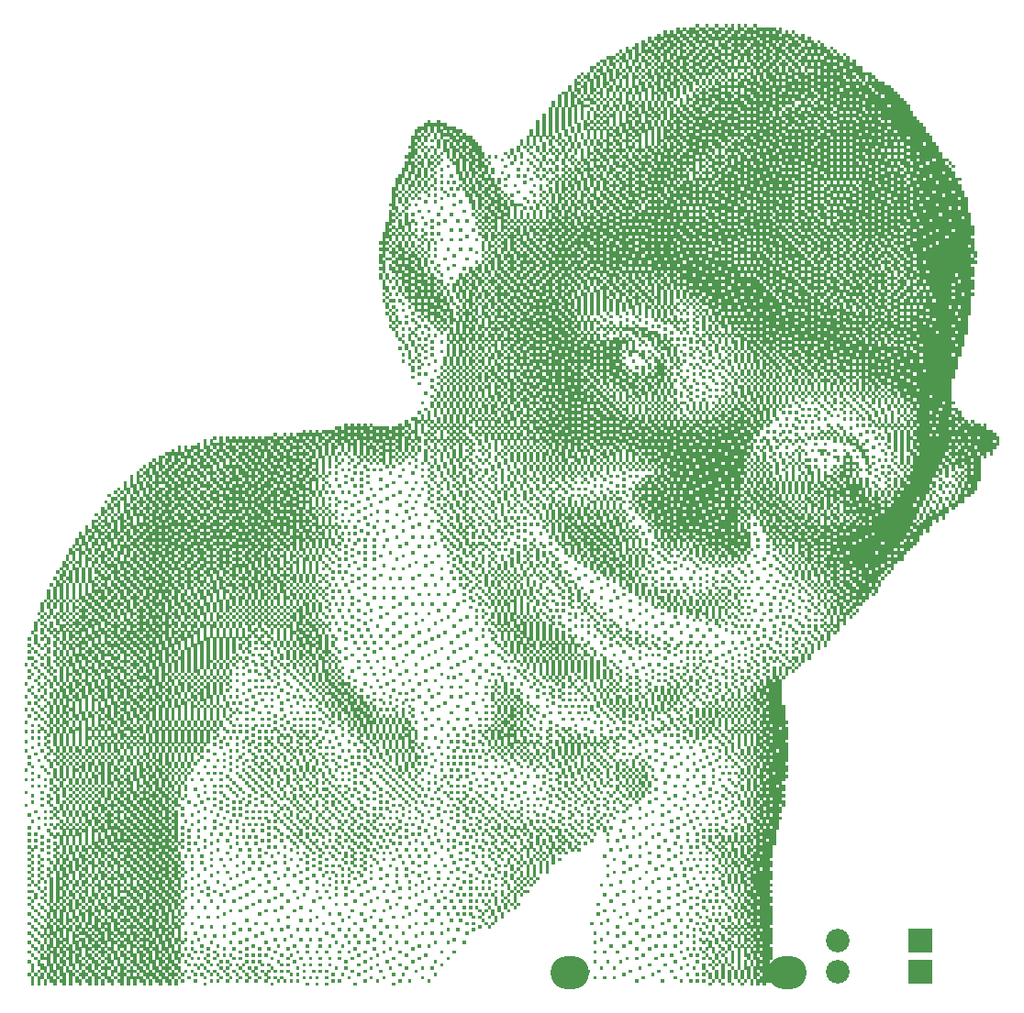
<source format=gts>
G04 start of page 2 for group 2 layer_idx 8 *
G04 Title: (unknown), top_mask *
G04 Creator: pcb-rnd 3.1.5-dev *
G04 CreationDate: 2024-03-25 20:10:40 UTC *
G04 For: STEM4ukraine *
G04 Format: Gerber/RS-274X *
G04 PCB-Dimensions: 362205 393701 *
G04 PCB-Coordinate-Origin: lower left *
%MOIN*%
%FSLAX25Y25*%
%LNTOP_MASK_NONE_2*%
%ADD36C,0.1202*%
%ADD35C,0.0860*%
%ADD34C,0.0001*%
G54D34*G36*
X334300Y51606D02*X325700D01*
Y60206D01*
X334300D01*
Y51606D01*
G37*
G54D35*X300000Y55906D03*
G54D34*G36*
X334300Y40188D02*X325700D01*
Y48788D01*
X334300D01*
Y40188D01*
G37*
G54D35*X300000Y44488D03*
G54D36*X280512Y44291D02*X282480D01*
X201772D02*X203740D01*
G54D34*G36*
X249597Y389026D02*Y387825D01*
X248396D01*
Y389026D01*
X249597D01*
G37*
G36*
X253081D02*Y387825D01*
X251880D01*
Y389026D01*
X253081D01*
G37*
G36*
X256565D02*Y387825D01*
X255364D01*
Y389026D01*
X256565D01*
G37*
G36*
X260049D02*Y387825D01*
X258849D01*
Y389026D01*
X260049D01*
G37*
G36*
X262372D02*Y387825D01*
X261171D01*
Y389026D01*
X262372D01*
G37*
G36*
X264695D02*Y387825D01*
X263494D01*
Y389026D01*
X264695D01*
G37*
G36*
X267018D02*Y387825D01*
X265817D01*
Y389026D01*
X267018D01*
G37*
G36*
X270502D02*Y387825D01*
X269301D01*
Y389026D01*
X270502D01*
G37*
G36*
X235660Y385541D02*Y384341D01*
X234459D01*
Y385541D01*
X235660D01*
G37*
G36*
X232175Y384380D02*Y383179D01*
X230975D01*
Y384380D01*
X232175D01*
G37*
G36*
X236821D02*Y383179D01*
X233297D01*
Y384380D01*
X236821D01*
G37*
G36*
X237982Y386703D02*Y385502D01*
X236782D01*
Y386703D01*
X237982D01*
G37*
G36*
X240305D02*Y385502D01*
X239104D01*
Y386703D01*
X240305D01*
G37*
G36*
X239144Y384380D02*Y383179D01*
X237943D01*
Y384380D01*
X239144D01*
G37*
G36*
X242628D02*Y383179D01*
X240266D01*
Y384380D01*
X242628D01*
G37*
G36*
X227530Y382057D02*Y380856D01*
X226329D01*
Y382057D01*
X227530D01*
G37*
G36*
X224045Y380896D02*Y379695D01*
X222845D01*
Y380896D01*
X224045D01*
G37*
G36*
X227530D02*Y379695D01*
X225167D01*
Y380896D01*
X227530D01*
G37*
G36*
X229852Y383218D02*Y382018D01*
X228652D01*
Y383218D01*
X229852D01*
G37*
G36*
X231014Y382057D02*Y380856D01*
X228652D01*
Y382057D01*
X231014D01*
G37*
G36*
X229852Y380896D02*Y379695D01*
X228652D01*
Y380896D01*
X229852D01*
G37*
G36*
X232175D02*Y379695D01*
X230975D01*
Y380896D01*
X232175D01*
G37*
G36*
X215915Y376250D02*Y375049D01*
X213553D01*
Y376250D01*
X215915D01*
G37*
G36*
X206624Y370443D02*Y369242D01*
X205423D01*
Y370443D01*
X206624D01*
G37*
G36*
X210108D02*Y369242D01*
X207746D01*
Y370443D01*
X210108D01*
G37*
G36*
X201978Y364636D02*Y363435D01*
X199616D01*
Y364636D01*
X201978D01*
G37*
G36*
X214754D02*Y363435D01*
X212392D01*
Y364636D01*
X214754D01*
G37*
G36*
X208947D02*Y363435D01*
X207746D01*
Y364636D01*
X208947D01*
G37*
G36*
X211270D02*Y363435D01*
X210069D01*
Y364636D01*
X211270D01*
G37*
G36*
Y362313D02*Y361112D01*
X207746D01*
Y362313D01*
X211270D01*
G37*
G36*
X213593D02*Y361112D01*
X212392D01*
Y362313D01*
X213593D01*
G37*
G36*
X215915D02*Y361112D01*
X214715D01*
Y362313D01*
X215915D01*
G37*
G36*
X218238D02*Y361112D01*
X217038D01*
Y362313D01*
X218238D01*
G37*
G36*
X221723D02*Y361112D01*
X219360D01*
Y362313D01*
X221723D01*
G37*
G36*
X224045D02*Y361112D01*
X222845D01*
Y362313D01*
X224045D01*
G37*
G36*
X226368D02*Y361112D01*
X225167D01*
Y362313D01*
X226368D01*
G37*
G36*
X228691D02*Y361112D01*
X227490D01*
Y362313D01*
X228691D01*
G37*
G36*
X231014D02*Y361112D01*
X229813D01*
Y362313D01*
X231014D01*
G37*
G36*
X233337D02*Y361112D01*
X232136D01*
Y362313D01*
X233337D01*
G37*
G36*
X235660D02*Y361112D01*
X234459D01*
Y362313D01*
X235660D01*
G37*
G36*
X237982D02*Y361112D01*
X236782D01*
Y362313D01*
X237982D01*
G37*
G36*
X241467D02*Y361112D01*
X240266D01*
Y362313D01*
X241467D01*
G37*
G36*
X243789D02*Y361112D01*
X242589D01*
Y362313D01*
X243789D01*
G37*
G36*
X247274D02*Y361112D01*
X244912D01*
Y362313D01*
X247274D01*
G37*
G36*
X254242D02*Y361112D01*
X248396D01*
Y362313D01*
X254242D01*
G37*
G36*
X258888D02*Y361112D01*
X255364D01*
Y362313D01*
X258888D01*
G37*
G36*
X261211D02*Y361112D01*
X260010D01*
Y362313D01*
X261211D01*
G37*
G36*
X264695D02*Y361112D01*
X262333D01*
Y362313D01*
X264695D01*
G37*
G36*
X269341D02*Y361112D01*
X265817D01*
Y362313D01*
X269341D01*
G37*
G36*
X271664D02*Y361112D01*
X270463D01*
Y362313D01*
X271664D01*
G37*
G36*
X273986D02*Y361112D01*
X272786D01*
Y362313D01*
X273986D01*
G37*
G36*
X278632D02*Y361112D01*
X275108D01*
Y362313D01*
X278632D01*
G37*
G36*
X280955D02*Y361112D01*
X279754D01*
Y362313D01*
X280955D01*
G37*
G36*
X283278D02*Y361112D01*
X282077D01*
Y362313D01*
X283278D01*
G37*
G36*
X289085D02*Y361112D01*
X284400D01*
Y362313D01*
X289085D01*
G37*
G36*
X291408D02*Y361112D01*
X290207D01*
Y362313D01*
X291408D01*
G37*
G36*
X297215D02*Y361112D01*
X292530D01*
Y362313D01*
X297215D01*
G37*
G36*
X301860D02*Y361112D01*
X298337D01*
Y362313D01*
X301860D01*
G37*
G36*
X304183D02*Y361112D01*
X302982D01*
Y362313D01*
X304183D01*
G37*
G36*
X306506D02*Y361112D01*
X305305D01*
Y362313D01*
X306506D01*
G37*
G36*
X199656Y363474D02*Y362274D01*
X198455D01*
Y363474D01*
X199656D01*
G37*
G36*
Y362313D02*Y361112D01*
X198455D01*
Y362313D01*
X199656D01*
G37*
G36*
X197333Y361152D02*Y359951D01*
X196132D01*
Y361152D01*
X197333D01*
G37*
G36*
Y359990D02*Y358789D01*
X196132D01*
Y359990D01*
X197333D01*
G37*
G36*
X196171Y358829D02*Y357628D01*
X194971D01*
Y358829D01*
X196171D01*
G37*
G36*
Y357667D02*Y356467D01*
X194971D01*
Y357667D01*
X196171D01*
G37*
G36*
X198494D02*Y356467D01*
X197293D01*
Y357667D01*
X198494D01*
G37*
G36*
X193849Y356506D02*Y355305D01*
X192648D01*
Y356506D01*
X193849D01*
G37*
G36*
X196171D02*Y355305D01*
X194971D01*
Y356506D01*
X196171D01*
G37*
G36*
X193849Y355344D02*Y354144D01*
X192648D01*
Y355344D01*
X193849D01*
G37*
G36*
X198494Y358829D02*Y357628D01*
X197293D01*
Y358829D01*
X198494D01*
G37*
G36*
Y356506D02*Y355305D01*
X197293D01*
Y356506D01*
X198494D01*
G37*
G36*
X196171Y355344D02*Y354144D01*
X194971D01*
Y355344D01*
X196171D01*
G37*
G36*
X198494D02*Y354144D01*
X197293D01*
Y355344D01*
X198494D01*
G37*
G36*
X152037Y354183D02*Y352982D01*
X150837D01*
Y354183D01*
X152037D01*
G37*
G36*
X155522D02*Y352982D01*
X154321D01*
Y354183D01*
X155522D01*
G37*
G36*
X157845Y353022D02*Y351821D01*
X149675D01*
Y353022D01*
X157845D01*
G37*
G36*
X147392Y343730D02*Y342530D01*
X145030D01*
Y343730D01*
X147392D01*
G37*
G36*
X149715D02*Y342530D01*
X148514D01*
Y343730D01*
X149715D01*
G37*
G36*
X147392Y342569D02*Y341368D01*
X143868D01*
Y342569D01*
X147392D01*
G37*
G36*
X142746Y335600D02*Y334400D01*
X141545D01*
Y335600D01*
X142746D01*
G37*
G36*
X146230D02*Y334400D01*
X143868D01*
Y335600D01*
X146230D01*
G37*
G36*
X148553D02*Y334400D01*
X147352D01*
Y335600D01*
X148553D01*
G37*
G36*
X150876D02*Y334400D01*
X149675D01*
Y335600D01*
X150876D01*
G37*
G36*
X154360D02*Y334400D01*
X153160D01*
Y335600D01*
X154360D01*
G37*
G36*
X163652D02*Y334400D01*
X161289D01*
Y335600D01*
X163652D01*
G37*
G36*
X165974D02*Y334400D01*
X164774D01*
Y335600D01*
X165974D01*
G37*
G36*
X169459D02*Y334400D01*
X167097D01*
Y335600D01*
X169459D01*
G37*
G36*
X172943D02*Y334400D01*
X170581D01*
Y335600D01*
X172943D01*
G37*
G36*
X175266D02*Y334400D01*
X174065D01*
Y335600D01*
X175266D01*
G37*
G36*
X178750D02*Y334400D01*
X177549D01*
Y335600D01*
X178750D01*
G37*
G36*
X190364D02*Y334400D01*
X189163D01*
Y335600D01*
X190364D01*
G37*
G36*
X195010D02*Y334400D01*
X193809D01*
Y335600D01*
X195010D01*
G37*
G36*
X197333D02*Y334400D01*
X196132D01*
Y335600D01*
X197333D01*
G37*
G36*
X201978D02*Y334400D01*
X200778D01*
Y335600D01*
X201978D01*
G37*
G36*
X204301D02*Y334400D01*
X203100D01*
Y335600D01*
X204301D01*
G37*
G36*
X207786D02*Y334400D01*
X205423D01*
Y335600D01*
X207786D01*
G37*
G36*
X210108D02*Y334400D01*
X208908D01*
Y335600D01*
X210108D01*
G37*
G36*
X212431D02*Y334400D01*
X211230D01*
Y335600D01*
X212431D01*
G37*
G36*
X214754D02*Y334400D01*
X213553D01*
Y335600D01*
X214754D01*
G37*
G36*
X218238D02*Y334400D01*
X215876D01*
Y335600D01*
X218238D01*
G37*
G36*
X221723D02*Y334400D01*
X219360D01*
Y335600D01*
X221723D01*
G37*
G36*
X226368D02*Y334400D01*
X222845D01*
Y335600D01*
X226368D01*
G37*
G36*
X228691D02*Y334400D01*
X227490D01*
Y335600D01*
X228691D01*
G37*
G36*
X232175D02*Y334400D01*
X229813D01*
Y335600D01*
X232175D01*
G37*
G36*
X234498D02*Y334400D01*
X233297D01*
Y335600D01*
X234498D01*
G37*
G36*
X236821D02*Y334400D01*
X235620D01*
Y335600D01*
X236821D01*
G37*
G36*
X241467D02*Y334400D01*
X237943D01*
Y335600D01*
X241467D01*
G37*
G36*
X243789D02*Y334400D01*
X242589D01*
Y335600D01*
X243789D01*
G37*
G36*
X246112D02*Y334400D01*
X244912D01*
Y335600D01*
X246112D01*
G37*
G36*
X249597D02*Y334400D01*
X247234D01*
Y335600D01*
X249597D01*
G37*
G36*
X254242D02*Y334400D01*
X250719D01*
Y335600D01*
X254242D01*
G37*
G36*
X258888D02*Y334400D01*
X255364D01*
Y335600D01*
X258888D01*
G37*
G36*
X262372D02*Y334400D01*
X260010D01*
Y335600D01*
X262372D01*
G37*
G36*
X268179D02*Y334400D01*
X263494D01*
Y335600D01*
X268179D01*
G37*
G36*
X272825D02*Y334400D01*
X269301D01*
Y335600D01*
X272825D01*
G37*
G36*
X279793D02*Y334400D01*
X273947D01*
Y335600D01*
X279793D01*
G37*
G36*
X282116D02*Y334400D01*
X280915D01*
Y335600D01*
X282116D01*
G37*
G36*
X284439D02*Y334400D01*
X283238D01*
Y335600D01*
X284439D01*
G37*
G36*
X289085D02*Y334400D01*
X285561D01*
Y335600D01*
X289085D01*
G37*
G36*
X293730D02*Y334400D01*
X290207D01*
Y335600D01*
X293730D01*
G37*
G36*
X311152D02*Y334400D01*
X294853D01*
Y335600D01*
X311152D01*
G37*
G36*
X315797D02*Y334400D01*
X312274D01*
Y335600D01*
X315797D01*
G37*
G36*
X322766D02*Y334400D01*
X316919D01*
Y335600D01*
X322766D01*
G37*
G36*
X328573D02*Y334400D01*
X323888D01*
Y335600D01*
X328573D01*
G37*
G36*
X337864D02*Y334400D01*
X329695D01*
Y335600D01*
X337864D01*
G37*
G36*
X342510D02*Y334400D01*
X338986D01*
Y335600D01*
X342510D01*
G37*
G36*
X141585Y333278D02*Y332077D01*
X139223D01*
Y333278D01*
X141585D01*
G37*
G36*
Y332116D02*Y330915D01*
X139223D01*
Y332116D01*
X141585D01*
G37*
G36*
X143908D02*Y330915D01*
X142707D01*
Y332116D01*
X143908D01*
G37*
G36*
X135778Y308888D02*Y307687D01*
X134577D01*
Y308888D01*
X135778D01*
G37*
G36*
X138100D02*Y307687D01*
X136900D01*
Y308888D01*
X138100D01*
G37*
G36*
X135778Y305404D02*Y304203D01*
X133415D01*
Y305404D01*
X135778D01*
G37*
G36*
X139262Y278691D02*Y277490D01*
X138061D01*
Y278691D01*
X139262D01*
G37*
G36*
X142746D02*Y277490D01*
X141545D01*
Y278691D01*
X142746D01*
G37*
G36*
X140423Y277529D02*Y276329D01*
X139223D01*
Y277529D01*
X140423D01*
G37*
G36*
X142746Y269400D02*Y268199D01*
X141545D01*
Y269400D01*
X142746D01*
G37*
G36*
X145069D02*Y268199D01*
X143868D01*
Y269400D01*
X145069D01*
G37*
G36*
X148553D02*Y268199D01*
X147352D01*
Y269400D01*
X148553D01*
G37*
G36*
X153199D02*Y268199D01*
X151998D01*
Y269400D01*
X153199D01*
G37*
G36*
X159006D02*Y268199D01*
X157805D01*
Y269400D01*
X159006D01*
G37*
G36*
X161329D02*Y268199D01*
X160128D01*
Y269400D01*
X161329D01*
G37*
G36*
X163652D02*Y268199D01*
X162451D01*
Y269400D01*
X163652D01*
G37*
G36*
X165974D02*Y268199D01*
X164774D01*
Y269400D01*
X165974D01*
G37*
G36*
X168297D02*Y268199D01*
X167097D01*
Y269400D01*
X168297D01*
G37*
G36*
X170620D02*Y268199D01*
X169419D01*
Y269400D01*
X170620D01*
G37*
G36*
X172943D02*Y268199D01*
X171742D01*
Y269400D01*
X172943D01*
G37*
G36*
X175266D02*Y268199D01*
X174065D01*
Y269400D01*
X175266D01*
G37*
G36*
X178750D02*Y268199D01*
X176388D01*
Y269400D01*
X178750D01*
G37*
G36*
X181073D02*Y268199D01*
X179872D01*
Y269400D01*
X181073D01*
G37*
G36*
X184557D02*Y268199D01*
X182195D01*
Y269400D01*
X184557D01*
G37*
G36*
X186880D02*Y268199D01*
X185679D01*
Y269400D01*
X186880D01*
G37*
G36*
X195010D02*Y268199D01*
X188002D01*
Y269400D01*
X195010D01*
G37*
G36*
X203140D02*Y268199D01*
X196132D01*
Y269400D01*
X203140D01*
G37*
G36*
X211270D02*Y268199D01*
X204262D01*
Y269400D01*
X211270D01*
G37*
G36*
X213593D02*Y268199D01*
X212392D01*
Y269400D01*
X213593D01*
G37*
G36*
X221723D02*Y268199D01*
X214715D01*
Y269400D01*
X221723D01*
G37*
G36*
X225207D02*Y268199D01*
X224006D01*
Y269400D01*
X225207D01*
G37*
G36*
X229852D02*Y268199D01*
X227490D01*
Y269400D01*
X229852D01*
G37*
G36*
X233337D02*Y268199D01*
X232136D01*
Y269400D01*
X233337D01*
G37*
G36*
X236821D02*Y268199D01*
X235620D01*
Y269400D01*
X236821D01*
G37*
G36*
X239144D02*Y268199D01*
X237943D01*
Y269400D01*
X239144D01*
G37*
G36*
X241467D02*Y268199D01*
X240266D01*
Y269400D01*
X241467D01*
G37*
G36*
X244951D02*Y268199D01*
X243750D01*
Y269400D01*
X244951D01*
G37*
G36*
X247274D02*Y268199D01*
X246073D01*
Y269400D01*
X247274D01*
G37*
G36*
X251919D02*Y268199D01*
X250719D01*
Y269400D01*
X251919D01*
G37*
G36*
X254242D02*Y268199D01*
X253041D01*
Y269400D01*
X254242D01*
G37*
G36*
X257727D02*Y268199D01*
X256526D01*
Y269400D01*
X257727D01*
G37*
G36*
X261211D02*Y268199D01*
X260010D01*
Y269400D01*
X261211D01*
G37*
G36*
X263534D02*Y268199D01*
X262333D01*
Y269400D01*
X263534D01*
G37*
G36*
X265856D02*Y268199D01*
X264656D01*
Y269400D01*
X265856D01*
G37*
G36*
X268179D02*Y268199D01*
X266978D01*
Y269400D01*
X268179D01*
G37*
G36*
X271664D02*Y268199D01*
X269301D01*
Y269400D01*
X271664D01*
G37*
G36*
X275148D02*Y268199D01*
X272786D01*
Y269400D01*
X275148D01*
G37*
G36*
X277471D02*Y268199D01*
X276270D01*
Y269400D01*
X277471D01*
G37*
G36*
X280955D02*Y268199D01*
X278593D01*
Y269400D01*
X280955D01*
G37*
G36*
X286762D02*Y268199D01*
X282077D01*
Y269400D01*
X286762D01*
G37*
G36*
X292569D02*Y268199D01*
X287884D01*
Y269400D01*
X292569D01*
G37*
G36*
X298376D02*Y268199D01*
X293691D01*
Y269400D01*
X298376D01*
G37*
G36*
X306506D02*Y268199D01*
X299498D01*
Y269400D01*
X306506D01*
G37*
G36*
X309990D02*Y268199D01*
X307628D01*
Y269400D01*
X309990D01*
G37*
G36*
X313475D02*Y268199D01*
X311112D01*
Y269400D01*
X313475D01*
G37*
G36*
X318120D02*Y268199D01*
X314597D01*
Y269400D01*
X318120D01*
G37*
G36*
X323927D02*Y268199D01*
X319242D01*
Y269400D01*
X323927D01*
G37*
G36*
X145069Y278691D02*Y277490D01*
X143868D01*
Y278691D01*
X145069D01*
G37*
G36*
X147392D02*Y277490D01*
X146191D01*
Y278691D01*
X147392D01*
G37*
G36*
X146230Y277529D02*Y276329D01*
X145030D01*
Y277529D01*
X146230D01*
G37*
G36*
X150876Y249655D02*Y248455D01*
X149675D01*
Y249655D01*
X150876D01*
G37*
G36*
X148553Y248494D02*Y247293D01*
X147352D01*
Y248494D01*
X148553D01*
G37*
G36*
X152037D02*Y247293D01*
X150837D01*
Y248494D01*
X152037D01*
G37*
G36*
X154360D02*Y247293D01*
X153160D01*
Y248494D01*
X154360D01*
G37*
G36*
Y249655D02*Y248455D01*
X153160D01*
Y249655D01*
X154360D01*
G37*
G36*
X156683D02*Y248455D01*
X155482D01*
Y249655D01*
X156683D01*
G37*
G36*
X159006D02*Y248455D01*
X157805D01*
Y249655D01*
X159006D01*
G37*
G36*
X156683Y248494D02*Y247293D01*
X155482D01*
Y248494D01*
X156683D01*
G37*
G36*
X159006D02*Y247293D01*
X157805D01*
Y248494D01*
X159006D01*
G37*
G36*
X157845Y247333D02*Y246132D01*
X156644D01*
Y247333D01*
X157845D01*
G37*
G36*
Y246171D02*Y244970D01*
X156644D01*
Y246171D01*
X157845D01*
G37*
G36*
X160167Y247333D02*Y246132D01*
X158967D01*
Y247333D01*
X160167D01*
G37*
G36*
Y246171D02*Y244970D01*
X158967D01*
Y246171D01*
X160167D01*
G37*
G36*
X157845Y245010D02*Y243809D01*
X156644D01*
Y245010D01*
X157845D01*
G37*
G36*
X160167D02*Y243809D01*
X158967D01*
Y245010D01*
X160167D01*
G37*
G36*
X162490D02*Y243809D01*
X161289D01*
Y245010D01*
X162490D01*
G37*
G36*
X164813D02*Y243809D01*
X163612D01*
Y245010D01*
X164813D01*
G37*
G36*
X167136D02*Y243809D01*
X165935D01*
Y245010D01*
X167136D01*
G37*
G36*
X169459D02*Y243809D01*
X168258D01*
Y245010D01*
X169459D01*
G37*
G36*
X171782D02*Y243809D01*
X170581D01*
Y245010D01*
X171782D01*
G37*
G36*
X174104D02*Y243809D01*
X172904D01*
Y245010D01*
X174104D01*
G37*
G36*
X177589D02*Y243809D01*
X175226D01*
Y245010D01*
X177589D01*
G37*
G36*
X181073D02*Y243809D01*
X178711D01*
Y245010D01*
X181073D01*
G37*
G36*
X183396D02*Y243809D01*
X182195D01*
Y245010D01*
X183396D01*
G37*
G36*
X186880D02*Y243809D01*
X184518D01*
Y245010D01*
X186880D01*
G37*
G36*
X191526D02*Y243809D01*
X188002D01*
Y245010D01*
X191526D01*
G37*
G36*
X195010D02*Y243809D01*
X192648D01*
Y245010D01*
X195010D01*
G37*
G36*
X197333D02*Y243809D01*
X196132D01*
Y245010D01*
X197333D01*
G37*
G36*
X200817D02*Y243809D01*
X198455D01*
Y245010D01*
X200817D01*
G37*
G36*
X203140D02*Y243809D01*
X201939D01*
Y245010D01*
X203140D01*
G37*
G36*
X205463D02*Y243809D01*
X204262D01*
Y245010D01*
X205463D01*
G37*
G36*
X210108D02*Y243809D01*
X206585D01*
Y245010D01*
X210108D01*
G37*
G36*
X214754D02*Y243809D01*
X211230D01*
Y245010D01*
X214754D01*
G37*
G36*
X217077D02*Y243809D01*
X215876D01*
Y245010D01*
X217077D01*
G37*
G36*
X219400D02*Y243809D01*
X218199D01*
Y245010D01*
X219400D01*
G37*
G36*
X222884D02*Y243809D01*
X220522D01*
Y245010D01*
X222884D01*
G37*
G36*
X226368D02*Y243809D01*
X224006D01*
Y245010D01*
X226368D01*
G37*
G36*
X229852D02*Y243809D01*
X227490D01*
Y245010D01*
X229852D01*
G37*
G36*
X233337D02*Y243809D01*
X230975D01*
Y245010D01*
X233337D01*
G37*
G36*
X235660D02*Y243809D01*
X234459D01*
Y245010D01*
X235660D01*
G37*
G36*
X237982D02*Y243809D01*
X236782D01*
Y245010D01*
X237982D01*
G37*
G36*
X240305D02*Y243809D01*
X239104D01*
Y245010D01*
X240305D01*
G37*
G36*
X242628D02*Y243809D01*
X241427D01*
Y245010D01*
X242628D01*
G37*
G36*
X244951D02*Y243809D01*
X243750D01*
Y245010D01*
X244951D01*
G37*
G36*
X247274D02*Y243809D01*
X246073D01*
Y245010D01*
X247274D01*
G37*
G36*
X249597D02*Y243809D01*
X248396D01*
Y245010D01*
X249597D01*
G37*
G36*
X254242D02*Y243809D01*
X250719D01*
Y245010D01*
X254242D01*
G37*
G36*
X257727D02*Y243809D01*
X255364D01*
Y245010D01*
X257727D01*
G37*
G36*
X261211D02*Y243809D01*
X258849D01*
Y245010D01*
X261211D01*
G37*
G36*
X268179D02*Y243809D01*
X262333D01*
Y245010D01*
X268179D01*
G37*
G36*
X271664D02*Y243809D01*
X269301D01*
Y245010D01*
X271664D01*
G37*
G36*
X273986D02*Y243809D01*
X272786D01*
Y245010D01*
X273986D01*
G37*
G36*
X276309D02*Y243809D01*
X275108D01*
Y245010D01*
X276309D01*
G37*
G36*
X286762D02*Y243809D01*
X285561D01*
Y245010D01*
X286762D01*
G37*
G36*
X289085D02*Y243809D01*
X287884D01*
Y245010D01*
X289085D01*
G37*
G36*
X291408D02*Y243809D01*
X290207D01*
Y245010D01*
X291408D01*
G37*
G36*
X149715Y247333D02*Y246132D01*
X148514D01*
Y247333D01*
X149715D01*
G37*
G36*
X147392Y246171D02*Y244970D01*
X145030D01*
Y246171D01*
X147392D01*
G37*
G36*
X149715D02*Y244970D01*
X148514D01*
Y246171D01*
X149715D01*
G37*
G36*
X143908Y245010D02*Y243809D01*
X142707D01*
Y245010D01*
X143908D01*
G37*
G36*
X148553D02*Y243809D01*
X146191D01*
Y245010D01*
X148553D01*
G37*
G36*
X150876D02*Y243809D01*
X149675D01*
Y245010D01*
X150876D01*
G37*
G36*
X152037Y247333D02*Y246132D01*
X150837D01*
Y247333D01*
X152037D01*
G37*
G36*
X154360D02*Y246132D01*
X153160D01*
Y247333D01*
X154360D01*
G37*
G36*
X152037Y246171D02*Y244970D01*
X150837D01*
Y246171D01*
X152037D01*
G37*
G36*
X155522D02*Y244970D01*
X154321D01*
Y246171D01*
X155522D01*
G37*
G36*
X153199Y245010D02*Y243809D01*
X151998D01*
Y245010D01*
X153199D01*
G37*
G36*
X155522D02*Y243809D01*
X154321D01*
Y245010D01*
X155522D01*
G37*
G36*
X161329Y249655D02*Y248455D01*
X160128D01*
Y249655D01*
X161329D01*
G37*
G36*
Y248494D02*Y247293D01*
X160128D01*
Y248494D01*
X161329D01*
G37*
G36*
X162490Y247333D02*Y246132D01*
X161289D01*
Y247333D01*
X162490D01*
G37*
G36*
Y246171D02*Y244970D01*
X161289D01*
Y246171D01*
X162490D01*
G37*
G36*
X164813D02*Y244970D01*
X163612D01*
Y246171D01*
X164813D01*
G37*
G36*
X168297D02*Y244970D01*
X167097D01*
Y246171D01*
X168297D01*
G37*
G36*
X170620D02*Y244970D01*
X169419D01*
Y246171D01*
X170620D01*
G37*
G36*
X172943D02*Y244970D01*
X171742D01*
Y246171D01*
X172943D01*
G37*
G36*
X175266D02*Y244970D01*
X174065D01*
Y246171D01*
X175266D01*
G37*
G36*
X177589D02*Y244970D01*
X176388D01*
Y246171D01*
X177589D01*
G37*
G36*
X179912D02*Y244970D01*
X178711D01*
Y246171D01*
X179912D01*
G37*
G36*
X183396D02*Y244970D01*
X181034D01*
Y246171D01*
X183396D01*
G37*
G36*
X185719D02*Y244970D01*
X184518D01*
Y246171D01*
X185719D01*
G37*
G36*
X188041D02*Y244970D01*
X186841D01*
Y246171D01*
X188041D01*
G37*
G36*
X190364D02*Y244970D01*
X189163D01*
Y246171D01*
X190364D01*
G37*
G36*
X193849D02*Y244970D01*
X191486D01*
Y246171D01*
X193849D01*
G37*
G36*
X198494D02*Y244970D01*
X194971D01*
Y246171D01*
X198494D01*
G37*
G36*
X207786D02*Y244970D01*
X199616D01*
Y246171D01*
X207786D01*
G37*
G36*
X212431D02*Y244970D01*
X208908D01*
Y246171D01*
X212431D01*
G37*
G36*
X220561D02*Y244970D01*
X213553D01*
Y246171D01*
X220561D01*
G37*
G36*
X224045D02*Y244970D01*
X221683D01*
Y246171D01*
X224045D01*
G37*
G36*
X227530D02*Y244970D01*
X225167D01*
Y246171D01*
X227530D01*
G37*
G36*
X229852D02*Y244970D01*
X228652D01*
Y246171D01*
X229852D01*
G37*
G36*
X232175D02*Y244970D01*
X230975D01*
Y246171D01*
X232175D01*
G37*
G36*
X234498D02*Y244970D01*
X233297D01*
Y246171D01*
X234498D01*
G37*
G36*
X236821D02*Y244970D01*
X235620D01*
Y246171D01*
X236821D01*
G37*
G36*
X239144D02*Y244970D01*
X237943D01*
Y246171D01*
X239144D01*
G37*
G36*
X241467D02*Y244970D01*
X240266D01*
Y246171D01*
X241467D01*
G37*
G36*
X243789D02*Y244970D01*
X242589D01*
Y246171D01*
X243789D01*
G37*
G36*
X246112D02*Y244970D01*
X244912D01*
Y246171D01*
X246112D01*
G37*
G36*
X248435D02*Y244970D01*
X247234D01*
Y246171D01*
X248435D01*
G37*
G36*
X250758D02*Y244970D01*
X249557D01*
Y246171D01*
X250758D01*
G37*
G36*
X253081D02*Y244970D01*
X251880D01*
Y246171D01*
X253081D01*
G37*
G36*
X256565D02*Y244970D01*
X254203D01*
Y246171D01*
X256565D01*
G37*
G36*
X258888D02*Y244970D01*
X257687D01*
Y246171D01*
X258888D01*
G37*
G36*
X262372D02*Y244970D01*
X260010D01*
Y246171D01*
X262372D01*
G37*
G36*
X265856D02*Y244970D01*
X263494D01*
Y246171D01*
X265856D01*
G37*
G36*
X268179D02*Y244970D01*
X266978D01*
Y246171D01*
X268179D01*
G37*
G36*
X270502D02*Y244970D01*
X269301D01*
Y246171D01*
X270502D01*
G37*
G36*
X272825D02*Y244970D01*
X271624D01*
Y246171D01*
X272825D01*
G37*
G36*
X275148D02*Y244970D01*
X273947D01*
Y246171D01*
X275148D01*
G37*
G36*
X278632D02*Y244970D01*
X277431D01*
Y246171D01*
X278632D01*
G37*
G36*
X282116D02*Y244970D01*
X280915D01*
Y246171D01*
X282116D01*
G37*
G36*
X285601D02*Y244970D01*
X284400D01*
Y246171D01*
X285601D01*
G37*
G36*
X163652Y249655D02*Y248455D01*
X162451D01*
Y249655D01*
X163652D01*
G37*
G36*
Y248494D02*Y247293D01*
X162451D01*
Y248494D01*
X163652D01*
G37*
G36*
X164813Y247333D02*Y246132D01*
X163612D01*
Y247333D01*
X164813D01*
G37*
G36*
X167136D02*Y246132D01*
X165935D01*
Y247333D01*
X167136D01*
G37*
G36*
X169459D02*Y246132D01*
X168258D01*
Y247333D01*
X169459D01*
G37*
G36*
X171782D02*Y246132D01*
X170581D01*
Y247333D01*
X171782D01*
G37*
G36*
X174104D02*Y246132D01*
X172904D01*
Y247333D01*
X174104D01*
G37*
G36*
X176427D02*Y246132D01*
X175226D01*
Y247333D01*
X176427D01*
G37*
G36*
X179912D02*Y246132D01*
X177549D01*
Y247333D01*
X179912D01*
G37*
G36*
X182234D02*Y246132D01*
X181034D01*
Y247333D01*
X182234D01*
G37*
G36*
X184557D02*Y246132D01*
X183356D01*
Y247333D01*
X184557D01*
G37*
G36*
X189203D02*Y246132D01*
X185679D01*
Y247333D01*
X189203D01*
G37*
G36*
X192687D02*Y246132D01*
X190325D01*
Y247333D01*
X192687D01*
G37*
G36*
X196171D02*Y246132D01*
X193809D01*
Y247333D01*
X196171D01*
G37*
G36*
X200817D02*Y246132D01*
X197293D01*
Y247333D01*
X200817D01*
G37*
G36*
X203140D02*Y246132D01*
X201939D01*
Y247333D01*
X203140D01*
G37*
G36*
X205463D02*Y246132D01*
X204262D01*
Y247333D01*
X205463D01*
G37*
G36*
X211270D02*Y246132D01*
X206585D01*
Y247333D01*
X211270D01*
G37*
G36*
X215915D02*Y246132D01*
X212392D01*
Y247333D01*
X215915D01*
G37*
G36*
X219400D02*Y246132D01*
X217038D01*
Y247333D01*
X219400D01*
G37*
G36*
X222884D02*Y246132D01*
X220522D01*
Y247333D01*
X222884D01*
G37*
G36*
X225207D02*Y246132D01*
X224006D01*
Y247333D01*
X225207D01*
G37*
G36*
X227530D02*Y246132D01*
X226329D01*
Y247333D01*
X227530D01*
G37*
G36*
X229852D02*Y246132D01*
X228652D01*
Y247333D01*
X229852D01*
G37*
G36*
X232175D02*Y246132D01*
X230975D01*
Y247333D01*
X232175D01*
G37*
G36*
X234498D02*Y246132D01*
X233297D01*
Y247333D01*
X234498D01*
G37*
G36*
X236821D02*Y246132D01*
X235620D01*
Y247333D01*
X236821D01*
G37*
G36*
X239144D02*Y246132D01*
X237943D01*
Y247333D01*
X239144D01*
G37*
G36*
X241467D02*Y246132D01*
X240266D01*
Y247333D01*
X241467D01*
G37*
G36*
X244951D02*Y246132D01*
X243750D01*
Y247333D01*
X244951D01*
G37*
G36*
X248435D02*Y246132D01*
X247234D01*
Y247333D01*
X248435D01*
G37*
G36*
X250758D02*Y246132D01*
X249557D01*
Y247333D01*
X250758D01*
G37*
G36*
X253081D02*Y246132D01*
X251880D01*
Y247333D01*
X253081D01*
G37*
G36*
X255404D02*Y246132D01*
X254203D01*
Y247333D01*
X255404D01*
G37*
G36*
X260049D02*Y246132D01*
X256526D01*
Y247333D01*
X260049D01*
G37*
G36*
X263534D02*Y246132D01*
X261171D01*
Y247333D01*
X263534D01*
G37*
G36*
X267018D02*Y246132D01*
X264656D01*
Y247333D01*
X267018D01*
G37*
G36*
X270502D02*Y246132D01*
X268140D01*
Y247333D01*
X270502D01*
G37*
G36*
X272825D02*Y246132D01*
X271624D01*
Y247333D01*
X272825D01*
G37*
G36*
X275148D02*Y246132D01*
X273947D01*
Y247333D01*
X275148D01*
G37*
G36*
X277471D02*Y246132D01*
X276270D01*
Y247333D01*
X277471D01*
G37*
G36*
X165974Y249655D02*Y248455D01*
X164774D01*
Y249655D01*
X165974D01*
G37*
G36*
Y248494D02*Y247293D01*
X164774D01*
Y248494D01*
X165974D01*
G37*
G36*
X168297D02*Y247293D01*
X167097D01*
Y248494D01*
X168297D01*
G37*
G36*
X170620D02*Y247293D01*
X169419D01*
Y248494D01*
X170620D01*
G37*
G36*
X172943D02*Y247293D01*
X171742D01*
Y248494D01*
X172943D01*
G37*
G36*
X176427D02*Y247293D01*
X174065D01*
Y248494D01*
X176427D01*
G37*
G36*
X178750D02*Y247293D01*
X177549D01*
Y248494D01*
X178750D01*
G37*
G36*
X182234D02*Y247293D01*
X179872D01*
Y248494D01*
X182234D01*
G37*
G36*
X185719D02*Y247293D01*
X183356D01*
Y248494D01*
X185719D01*
G37*
G36*
X188041D02*Y247293D01*
X186841D01*
Y248494D01*
X188041D01*
G37*
G36*
X191526D02*Y247293D01*
X189163D01*
Y248494D01*
X191526D01*
G37*
G36*
X193849D02*Y247293D01*
X192648D01*
Y248494D01*
X193849D01*
G37*
G36*
X197333D02*Y247293D01*
X194971D01*
Y248494D01*
X197333D01*
G37*
G36*
X199656D02*Y247293D01*
X198455D01*
Y248494D01*
X199656D01*
G37*
G36*
X168297Y249655D02*Y248455D01*
X167097D01*
Y249655D01*
X168297D01*
G37*
G36*
X170620D02*Y248455D01*
X169419D01*
Y249655D01*
X170620D01*
G37*
G36*
X172943D02*Y248455D01*
X171742D01*
Y249655D01*
X172943D01*
G37*
G36*
X175266D02*Y248455D01*
X174065D01*
Y249655D01*
X175266D01*
G37*
G36*
X177589D02*Y248455D01*
X176388D01*
Y249655D01*
X177589D01*
G37*
G36*
X181073D02*Y248455D01*
X178711D01*
Y249655D01*
X181073D01*
G37*
G36*
X183396D02*Y248455D01*
X182195D01*
Y249655D01*
X183396D01*
G37*
G36*
X185719D02*Y248455D01*
X184518D01*
Y249655D01*
X185719D01*
G37*
G36*
X189203D02*Y248455D01*
X186841D01*
Y249655D01*
X189203D01*
G37*
G36*
X150876Y255462D02*Y254262D01*
X149675D01*
Y255462D01*
X150876D01*
G37*
G36*
X155522D02*Y254262D01*
X154321D01*
Y255462D01*
X155522D01*
G37*
G36*
X153199Y254301D02*Y253100D01*
X151998D01*
Y254301D01*
X153199D01*
G37*
G36*
X157845Y255462D02*Y254262D01*
X156644D01*
Y255462D01*
X157845D01*
G37*
G36*
X160167D02*Y254262D01*
X158967D01*
Y255462D01*
X160167D01*
G37*
G36*
X155522Y254301D02*Y253100D01*
X154321D01*
Y254301D01*
X155522D01*
G37*
G36*
X157845D02*Y253100D01*
X156644D01*
Y254301D01*
X157845D01*
G37*
G36*
X160167D02*Y253100D01*
X158967D01*
Y254301D01*
X160167D01*
G37*
G36*
X68415Y236880D02*Y235679D01*
X67215D01*
Y236880D01*
X68415D01*
G37*
G36*
X61447Y235718D02*Y234518D01*
X60246D01*
Y235718D01*
X61447D01*
G37*
G36*
X63770D02*Y234518D01*
X62569D01*
Y235718D01*
X63770D01*
G37*
G36*
X70738Y238041D02*Y236840D01*
X69537D01*
Y238041D01*
X70738D01*
G37*
G36*
Y236880D02*Y235679D01*
X69537D01*
Y236880D01*
X70738D01*
G37*
G36*
X68415Y235718D02*Y234518D01*
X64892D01*
Y235718D01*
X68415D01*
G37*
G36*
X71900D02*Y234518D01*
X69537D01*
Y235718D01*
X71900D01*
G37*
G36*
X74223D02*Y234518D01*
X73022D01*
Y235718D01*
X74223D01*
G37*
G36*
X75384Y233396D02*Y232195D01*
X73022D01*
Y233396D01*
X75384D01*
G37*
G36*
X76545Y232234D02*Y231033D01*
X74183D01*
Y232234D01*
X76545D01*
G37*
G36*
X77707Y231073D02*Y229872D01*
X75345D01*
Y231073D01*
X77707D01*
G37*
G36*
X81191D02*Y229872D01*
X78829D01*
Y231073D01*
X81191D01*
G37*
G36*
X84675D02*Y229872D01*
X82313D01*
Y231073D01*
X84675D01*
G37*
G36*
X88160D02*Y229872D01*
X85797D01*
Y231073D01*
X88160D01*
G37*
G36*
X90482D02*Y229872D01*
X89282D01*
Y231073D01*
X90482D01*
G37*
G36*
X93967D02*Y229872D01*
X91604D01*
Y231073D01*
X93967D01*
G37*
G36*
X98612D02*Y229872D01*
X95089D01*
Y231073D01*
X98612D01*
G37*
G36*
X91644Y229911D02*Y228711D01*
X86959D01*
Y229911D01*
X91644D01*
G37*
G36*
X95128D02*Y228711D01*
X92766D01*
Y229911D01*
X95128D01*
G37*
G36*
X97451D02*Y228711D01*
X96250D01*
Y229911D01*
X97451D01*
G37*
G36*
X100935D02*Y228711D01*
X98573D01*
Y229911D01*
X100935D01*
G37*
G36*
X103258D02*Y228711D01*
X102057D01*
Y229911D01*
X103258D01*
G37*
G36*
X106742D02*Y228711D01*
X104380D01*
Y229911D01*
X106742D01*
G37*
G36*
X111388D02*Y228711D01*
X107864D01*
Y229911D01*
X111388D01*
G37*
G36*
X113711D02*Y228711D01*
X112510D01*
Y229911D01*
X113711D01*
G37*
G36*
X116034D02*Y228711D01*
X114833D01*
Y229911D01*
X116034D01*
G37*
G36*
X119518D02*Y228711D01*
X118317D01*
Y229911D01*
X119518D01*
G37*
G36*
X123002D02*Y228711D01*
X121801D01*
Y229911D01*
X123002D01*
G37*
G36*
X126486D02*Y228711D01*
X125285D01*
Y229911D01*
X126486D01*
G37*
G36*
X131132D02*Y228711D01*
X129931D01*
Y229911D01*
X131132D01*
G37*
G36*
X133455D02*Y228711D01*
X132254D01*
Y229911D01*
X133455D01*
G37*
G36*
X135778D02*Y228711D01*
X134577D01*
Y229911D01*
X135778D01*
G37*
G36*
X138100D02*Y228711D01*
X136900D01*
Y229911D01*
X138100D01*
G37*
G36*
X141585D02*Y228711D01*
X140384D01*
Y229911D01*
X141585D01*
G37*
G36*
X145069D02*Y228711D01*
X143868D01*
Y229911D01*
X145069D01*
G37*
G36*
X149715D02*Y228711D01*
X148514D01*
Y229911D01*
X149715D01*
G37*
G36*
X152037D02*Y228711D01*
X150837D01*
Y229911D01*
X152037D01*
G37*
G36*
X154360D02*Y228711D01*
X153160D01*
Y229911D01*
X154360D01*
G37*
G36*
X157845D02*Y228711D01*
X156644D01*
Y229911D01*
X157845D01*
G37*
G36*
X160167D02*Y228711D01*
X158967D01*
Y229911D01*
X160167D01*
G37*
G36*
X163652D02*Y228711D01*
X162451D01*
Y229911D01*
X163652D01*
G37*
G36*
X168297D02*Y228711D01*
X167097D01*
Y229911D01*
X168297D01*
G37*
G36*
X171782D02*Y228711D01*
X170581D01*
Y229911D01*
X171782D01*
G37*
G36*
X174104D02*Y228711D01*
X172904D01*
Y229911D01*
X174104D01*
G37*
G36*
X177589D02*Y228711D01*
X176388D01*
Y229911D01*
X177589D01*
G37*
G36*
X179912D02*Y228711D01*
X178711D01*
Y229911D01*
X179912D01*
G37*
G36*
X183396D02*Y228711D01*
X182195D01*
Y229911D01*
X183396D01*
G37*
G36*
X185719D02*Y228711D01*
X184518D01*
Y229911D01*
X185719D01*
G37*
G36*
X188041D02*Y228711D01*
X186841D01*
Y229911D01*
X188041D01*
G37*
G36*
X190364D02*Y228711D01*
X189163D01*
Y229911D01*
X190364D01*
G37*
G36*
X192687D02*Y228711D01*
X191486D01*
Y229911D01*
X192687D01*
G37*
G36*
X195010D02*Y228711D01*
X193809D01*
Y229911D01*
X195010D01*
G37*
G36*
X197333D02*Y228711D01*
X196132D01*
Y229911D01*
X197333D01*
G37*
G36*
X199656D02*Y228711D01*
X198455D01*
Y229911D01*
X199656D01*
G37*
G36*
X201978D02*Y228711D01*
X200778D01*
Y229911D01*
X201978D01*
G37*
G36*
X204301D02*Y228711D01*
X203100D01*
Y229911D01*
X204301D01*
G37*
G36*
X206624D02*Y228711D01*
X205423D01*
Y229911D01*
X206624D01*
G37*
G36*
X208947D02*Y228711D01*
X207746D01*
Y229911D01*
X208947D01*
G37*
G36*
X211270D02*Y228711D01*
X210069D01*
Y229911D01*
X211270D01*
G37*
G36*
X213593D02*Y228711D01*
X212392D01*
Y229911D01*
X213593D01*
G37*
G36*
X215915D02*Y228711D01*
X214715D01*
Y229911D01*
X215915D01*
G37*
G36*
X218238D02*Y228711D01*
X217038D01*
Y229911D01*
X218238D01*
G37*
G36*
X220561D02*Y228711D01*
X219360D01*
Y229911D01*
X220561D01*
G37*
G36*
X222884D02*Y228711D01*
X221683D01*
Y229911D01*
X222884D01*
G37*
G36*
X225207D02*Y228711D01*
X224006D01*
Y229911D01*
X225207D01*
G37*
G36*
X227530D02*Y228711D01*
X226329D01*
Y229911D01*
X227530D01*
G37*
G36*
X229852D02*Y228711D01*
X228652D01*
Y229911D01*
X229852D01*
G37*
G36*
X232175D02*Y228711D01*
X230975D01*
Y229911D01*
X232175D01*
G37*
G36*
X234498D02*Y228711D01*
X233297D01*
Y229911D01*
X234498D01*
G37*
G36*
X240305D02*Y228711D01*
X235620D01*
Y229911D01*
X240305D01*
G37*
G36*
X242628D02*Y228711D01*
X241427D01*
Y229911D01*
X242628D01*
G37*
G36*
X251919D02*Y228711D01*
X243750D01*
Y229911D01*
X251919D01*
G37*
G36*
X257727D02*Y228711D01*
X253041D01*
Y229911D01*
X257727D01*
G37*
G36*
X261211D02*Y228711D01*
X258849D01*
Y229911D01*
X261211D01*
G37*
G36*
X265856D02*Y228711D01*
X262333D01*
Y229911D01*
X265856D01*
G37*
G36*
X268179D02*Y228711D01*
X266978D01*
Y229911D01*
X268179D01*
G37*
G36*
X270502D02*Y228711D01*
X269301D01*
Y229911D01*
X270502D01*
G37*
G36*
X272825D02*Y228711D01*
X271624D01*
Y229911D01*
X272825D01*
G37*
G36*
X275148D02*Y228711D01*
X273947D01*
Y229911D01*
X275148D01*
G37*
G36*
X278632D02*Y228711D01*
X277431D01*
Y229911D01*
X278632D01*
G37*
G36*
X280955D02*Y228711D01*
X279754D01*
Y229911D01*
X280955D01*
G37*
G36*
X283278D02*Y228711D01*
X282077D01*
Y229911D01*
X283278D01*
G37*
G36*
X285601D02*Y228711D01*
X284400D01*
Y229911D01*
X285601D01*
G37*
G36*
X287923D02*Y228711D01*
X286723D01*
Y229911D01*
X287923D01*
G37*
G36*
X307667D02*Y228711D01*
X301821D01*
Y229911D01*
X307667D01*
G37*
G36*
X311152D02*Y228711D01*
X309951D01*
Y229911D01*
X311152D01*
G37*
G36*
X313475D02*Y228711D01*
X312274D01*
Y229911D01*
X313475D01*
G37*
G36*
X321604D02*Y228711D01*
X320404D01*
Y229911D01*
X321604D01*
G37*
G36*
X323927D02*Y228711D01*
X322727D01*
Y229911D01*
X323927D01*
G37*
G36*
X326250D02*Y228711D01*
X325049D01*
Y229911D01*
X326250D01*
G37*
G36*
X339026D02*Y228711D01*
X327372D01*
Y229911D01*
X339026D01*
G37*
G36*
X344833D02*Y228711D01*
X340148D01*
Y229911D01*
X344833D01*
G37*
G36*
X351801D02*Y228711D01*
X345955D01*
Y229911D01*
X351801D01*
G37*
G36*
X76545Y235718D02*Y234518D01*
X75345D01*
Y235718D01*
X76545D01*
G37*
G36*
X78868Y233396D02*Y232195D01*
X76506D01*
Y233396D01*
X78868D01*
G37*
G36*
X80030Y232234D02*Y231033D01*
X77667D01*
Y232234D01*
X80030D01*
G37*
G36*
X83514D02*Y231033D01*
X81152D01*
Y232234D01*
X83514D01*
G37*
G36*
X86998D02*Y231033D01*
X84636D01*
Y232234D01*
X86998D01*
G37*
G36*
X91644D02*Y231033D01*
X88120D01*
Y232234D01*
X91644D01*
G37*
G36*
X96289D02*Y231033D01*
X92766D01*
Y232234D01*
X96289D01*
G37*
G36*
X59124Y234557D02*Y233356D01*
X57923D01*
Y234557D01*
X59124D01*
G37*
G36*
X62608Y233396D02*Y232195D01*
X55600D01*
Y233396D01*
X62608D01*
G37*
G36*
X55640Y232234D02*Y231033D01*
X53278D01*
Y232234D01*
X55640D01*
G37*
G36*
X57963D02*Y231033D01*
X56762D01*
Y232234D01*
X57963D01*
G37*
G36*
X60286D02*Y231033D01*
X59085D01*
Y232234D01*
X60286D01*
G37*
G36*
X64931Y233396D02*Y232195D01*
X63730D01*
Y233396D01*
X64931D01*
G37*
G36*
X68415D02*Y232195D01*
X66053D01*
Y233396D01*
X68415D01*
G37*
G36*
X71900D02*Y232195D01*
X69537D01*
Y233396D01*
X71900D01*
G37*
G36*
X66093Y232234D02*Y231033D01*
X61408D01*
Y232234D01*
X66093D01*
G37*
G36*
X69577D02*Y231033D01*
X67215D01*
Y232234D01*
X69577D01*
G37*
G36*
X73061D02*Y231033D01*
X70699D01*
Y232234D01*
X73061D01*
G37*
G36*
X52156Y231073D02*Y229872D01*
X50955D01*
Y231073D01*
X52156D01*
G37*
G36*
X54478D02*Y229872D01*
X53278D01*
Y231073D01*
X54478D01*
G37*
G36*
X57963D02*Y229872D01*
X55600D01*
Y231073D01*
X57963D01*
G37*
G36*
X61447D02*Y229872D01*
X59085D01*
Y231073D01*
X61447D01*
G37*
G36*
X63770D02*Y229872D01*
X62569D01*
Y231073D01*
X63770D01*
G37*
G36*
X67254D02*Y229872D01*
X64892D01*
Y231073D01*
X67254D01*
G37*
G36*
X70738D02*Y229872D01*
X68376D01*
Y231073D01*
X70738D01*
G37*
G36*
X74223D02*Y229872D01*
X71860D01*
Y231073D01*
X74223D01*
G37*
G36*
X50994Y229911D02*Y228711D01*
X49793D01*
Y229911D01*
X50994D01*
G37*
G36*
X54478D02*Y228711D01*
X52116D01*
Y229911D01*
X54478D01*
G37*
G36*
X56801D02*Y228711D01*
X55600D01*
Y229911D01*
X56801D01*
G37*
G36*
X60286D02*Y228711D01*
X57923D01*
Y229911D01*
X60286D01*
G37*
G36*
X63770D02*Y228711D01*
X61408D01*
Y229911D01*
X63770D01*
G37*
G36*
X66093D02*Y228711D01*
X64892D01*
Y229911D01*
X66093D01*
G37*
G36*
X69577D02*Y228711D01*
X67215D01*
Y229911D01*
X69577D01*
G37*
G36*
X71900D02*Y228711D01*
X70699D01*
Y229911D01*
X71900D01*
G37*
G36*
X75384D02*Y228711D01*
X73022D01*
Y229911D01*
X75384D01*
G37*
G36*
X77707D02*Y228711D01*
X76506D01*
Y229911D01*
X77707D01*
G37*
G36*
X80030D02*Y228711D01*
X78829D01*
Y229911D01*
X80030D01*
G37*
G36*
X82352D02*Y228711D01*
X81152D01*
Y229911D01*
X82352D01*
G37*
G36*
X85837D02*Y228711D01*
X83474D01*
Y229911D01*
X85837D01*
G37*
G36*
X61447Y234557D02*Y233356D01*
X60246D01*
Y234557D01*
X61447D01*
G37*
G36*
X66093D02*Y233356D01*
X62569D01*
Y234557D01*
X66093D01*
G37*
G36*
X69577D02*Y233356D01*
X67215D01*
Y234557D01*
X69577D01*
G37*
G36*
X73061D02*Y233356D01*
X70699D01*
Y234557D01*
X73061D01*
G37*
G36*
X77707D02*Y233356D01*
X74183D01*
Y234557D01*
X77707D01*
G37*
G36*
X47510Y227588D02*Y226388D01*
X46309D01*
Y227588D01*
X47510D01*
G37*
G36*
X46348Y226427D02*Y225226D01*
X45148D01*
Y226427D01*
X46348D01*
G37*
G36*
X44026Y225266D02*Y224065D01*
X42825D01*
Y225266D01*
X44026D01*
G37*
G36*
X47510D02*Y224065D01*
X45148D01*
Y225266D01*
X47510D01*
G37*
G36*
X48671Y228750D02*Y227549D01*
X47471D01*
Y228750D01*
X48671D01*
G37*
G36*
X49833Y227588D02*Y226388D01*
X48632D01*
Y227588D01*
X49833D01*
G37*
G36*
Y226427D02*Y225226D01*
X47471D01*
Y226427D01*
X49833D01*
G37*
G36*
X50994Y225266D02*Y224065D01*
X48632D01*
Y225266D01*
X50994D01*
G37*
G36*
X52156Y228750D02*Y227549D01*
X49793D01*
Y228750D01*
X52156D01*
G37*
G36*
Y227588D02*Y226388D01*
X50955D01*
Y227588D01*
X52156D01*
G37*
G36*
X53317Y226427D02*Y225226D01*
X50955D01*
Y226427D01*
X53317D01*
G37*
G36*
X55640Y228750D02*Y227549D01*
X53278D01*
Y228750D01*
X55640D01*
G37*
G36*
X54478Y227588D02*Y226388D01*
X53278D01*
Y227588D01*
X54478D01*
G37*
G36*
X56801Y226427D02*Y225226D01*
X54439D01*
Y226427D01*
X56801D01*
G37*
G36*
X54478Y225266D02*Y224065D01*
X52116D01*
Y225266D01*
X54478D01*
G37*
G36*
X57963D02*Y224065D01*
X55600D01*
Y225266D01*
X57963D01*
G37*
G36*
Y227588D02*Y226388D01*
X55600D01*
Y227588D01*
X57963D01*
G37*
G36*
X61447D02*Y226388D01*
X59085D01*
Y227588D01*
X61447D01*
G37*
G36*
X60286Y226427D02*Y225226D01*
X57923D01*
Y226427D01*
X60286D01*
G37*
G36*
X63770D02*Y225226D01*
X61408D01*
Y226427D01*
X63770D01*
G37*
G36*
X66093D02*Y225226D01*
X64892D01*
Y226427D01*
X66093D01*
G37*
G36*
X61447Y225266D02*Y224065D01*
X59085D01*
Y225266D01*
X61447D01*
G37*
G36*
X67254D02*Y224065D01*
X62569D01*
Y225266D01*
X67254D01*
G37*
G36*
X64931Y227588D02*Y226388D01*
X62569D01*
Y227588D01*
X64931D01*
G37*
G36*
X68415D02*Y226388D01*
X66053D01*
Y227588D01*
X68415D01*
G37*
G36*
X70738D02*Y226388D01*
X69537D01*
Y227588D01*
X70738D01*
G37*
G36*
X69577Y226427D02*Y225226D01*
X67215D01*
Y226427D01*
X69577D01*
G37*
G36*
X73061Y227588D02*Y226388D01*
X71860D01*
Y227588D01*
X73061D01*
G37*
G36*
X74223Y226427D02*Y225226D01*
X70699D01*
Y226427D01*
X74223D01*
G37*
G36*
X70738Y225266D02*Y224065D01*
X68376D01*
Y225266D01*
X70738D01*
G37*
G36*
X73061D02*Y224065D01*
X71860D01*
Y225266D01*
X73061D01*
G37*
G36*
X75384D02*Y224065D01*
X74183D01*
Y225266D01*
X75384D01*
G37*
G36*
X78868D02*Y224065D01*
X76506D01*
Y225266D01*
X78868D01*
G37*
G36*
X82352D02*Y224065D01*
X79990D01*
Y225266D01*
X82352D01*
G37*
G36*
X89321D02*Y224065D01*
X83474D01*
Y225266D01*
X89321D01*
G37*
G36*
X92805D02*Y224065D01*
X90443D01*
Y225266D01*
X92805D01*
G37*
G36*
X95128D02*Y224065D01*
X93927D01*
Y225266D01*
X95128D01*
G37*
G36*
X99774D02*Y224065D01*
X96250D01*
Y225266D01*
X99774D01*
G37*
G36*
X104419D02*Y224065D01*
X100896D01*
Y225266D01*
X104419D01*
G37*
G36*
X107904D02*Y224065D01*
X105541D01*
Y225266D01*
X107904D01*
G37*
G36*
X110226D02*Y224065D01*
X109026D01*
Y225266D01*
X110226D01*
G37*
G36*
X112549D02*Y224065D01*
X111348D01*
Y225266D01*
X112549D01*
G37*
G36*
X114872D02*Y224065D01*
X113671D01*
Y225266D01*
X114872D01*
G37*
G36*
X121841D02*Y224065D01*
X120640D01*
Y225266D01*
X121841D01*
G37*
G36*
X129971D02*Y224065D01*
X128770D01*
Y225266D01*
X129971D01*
G37*
G36*
X141585D02*Y224065D01*
X140384D01*
Y225266D01*
X141585D01*
G37*
G36*
X149715D02*Y224065D01*
X148514D01*
Y225266D01*
X149715D01*
G37*
G36*
X152037D02*Y224065D01*
X150837D01*
Y225266D01*
X152037D01*
G37*
G36*
X154360D02*Y224065D01*
X153160D01*
Y225266D01*
X154360D01*
G37*
G36*
X156683D02*Y224065D01*
X155482D01*
Y225266D01*
X156683D01*
G37*
G36*
X160167D02*Y224065D01*
X158967D01*
Y225266D01*
X160167D01*
G37*
G36*
X162490D02*Y224065D01*
X161289D01*
Y225266D01*
X162490D01*
G37*
G36*
X164813D02*Y224065D01*
X163612D01*
Y225266D01*
X164813D01*
G37*
G36*
X168297D02*Y224065D01*
X167097D01*
Y225266D01*
X168297D01*
G37*
G36*
X171782D02*Y224065D01*
X170581D01*
Y225266D01*
X171782D01*
G37*
G36*
X175266D02*Y224065D01*
X174065D01*
Y225266D01*
X175266D01*
G37*
G36*
X178750D02*Y224065D01*
X177549D01*
Y225266D01*
X178750D01*
G37*
G36*
X181073D02*Y224065D01*
X179872D01*
Y225266D01*
X181073D01*
G37*
G36*
X183396D02*Y224065D01*
X182195D01*
Y225266D01*
X183396D01*
G37*
G36*
X185719D02*Y224065D01*
X184518D01*
Y225266D01*
X185719D01*
G37*
G36*
X188041D02*Y224065D01*
X186841D01*
Y225266D01*
X188041D01*
G37*
G36*
X190364D02*Y224065D01*
X189163D01*
Y225266D01*
X190364D01*
G37*
G36*
X193849D02*Y224065D01*
X192648D01*
Y225266D01*
X193849D01*
G37*
G36*
X196171D02*Y224065D01*
X194971D01*
Y225266D01*
X196171D01*
G37*
G36*
X198494D02*Y224065D01*
X197293D01*
Y225266D01*
X198494D01*
G37*
G36*
X200817D02*Y224065D01*
X199616D01*
Y225266D01*
X200817D01*
G37*
G36*
X203140D02*Y224065D01*
X201939D01*
Y225266D01*
X203140D01*
G37*
G36*
X205463D02*Y224065D01*
X204262D01*
Y225266D01*
X205463D01*
G37*
G36*
X207786D02*Y224065D01*
X206585D01*
Y225266D01*
X207786D01*
G37*
G36*
X211270D02*Y224065D01*
X210069D01*
Y225266D01*
X211270D01*
G37*
G36*
X214754D02*Y224065D01*
X213553D01*
Y225266D01*
X214754D01*
G37*
G36*
X218238D02*Y224065D01*
X217038D01*
Y225266D01*
X218238D01*
G37*
G36*
X220561D02*Y224065D01*
X219360D01*
Y225266D01*
X220561D01*
G37*
G36*
X225207D02*Y224065D01*
X224006D01*
Y225266D01*
X225207D01*
G37*
G36*
X227530D02*Y224065D01*
X226329D01*
Y225266D01*
X227530D01*
G37*
G36*
X233337D02*Y224065D01*
X229813D01*
Y225266D01*
X233337D01*
G37*
G36*
X237982D02*Y224065D01*
X234459D01*
Y225266D01*
X237982D01*
G37*
G36*
X249597D02*Y224065D01*
X239104D01*
Y225266D01*
X249597D01*
G37*
G36*
X264695D02*Y224065D01*
X250719D01*
Y225266D01*
X264695D01*
G37*
G36*
X267018D02*Y224065D01*
X265817D01*
Y225266D01*
X267018D01*
G37*
G36*
X269341D02*Y224065D01*
X268140D01*
Y225266D01*
X269341D01*
G37*
G36*
X271664D02*Y224065D01*
X270463D01*
Y225266D01*
X271664D01*
G37*
G36*
X273986D02*Y224065D01*
X272786D01*
Y225266D01*
X273986D01*
G37*
G36*
X276309D02*Y224065D01*
X275108D01*
Y225266D01*
X276309D01*
G37*
G36*
X279793D02*Y224065D01*
X278593D01*
Y225266D01*
X279793D01*
G37*
G36*
X282116D02*Y224065D01*
X280915D01*
Y225266D01*
X282116D01*
G37*
G36*
X284439D02*Y224065D01*
X283238D01*
Y225266D01*
X284439D01*
G37*
G36*
X286762D02*Y224065D01*
X285561D01*
Y225266D01*
X286762D01*
G37*
G36*
X289085D02*Y224065D01*
X287884D01*
Y225266D01*
X289085D01*
G37*
G36*
X291408D02*Y224065D01*
X290207D01*
Y225266D01*
X291408D01*
G37*
G36*
X293730D02*Y224065D01*
X292530D01*
Y225266D01*
X293730D01*
G37*
G36*
X298376D02*Y224065D01*
X294853D01*
Y225266D01*
X298376D01*
G37*
G36*
X305345D02*Y224065D01*
X299498D01*
Y225266D01*
X305345D01*
G37*
G36*
X307667D02*Y224065D01*
X306467D01*
Y225266D01*
X307667D01*
G37*
G36*
X314636D02*Y224065D01*
X313435D01*
Y225266D01*
X314636D01*
G37*
G36*
X318120D02*Y224065D01*
X316919D01*
Y225266D01*
X318120D01*
G37*
G36*
X322766D02*Y224065D01*
X321565D01*
Y225266D01*
X322766D01*
G37*
G36*
X336703D02*Y224065D01*
X323888D01*
Y225266D01*
X336703D01*
G37*
G36*
X340187D02*Y224065D01*
X338986D01*
Y225266D01*
X340187D01*
G37*
G36*
X342510D02*Y224065D01*
X341309D01*
Y225266D01*
X342510D01*
G37*
G36*
X344833D02*Y224065D01*
X343632D01*
Y225266D01*
X344833D01*
G37*
G36*
X351801D02*Y224065D01*
X345955D01*
Y225266D01*
X351801D01*
G37*
G36*
X41703Y222943D02*Y221742D01*
X40502D01*
Y222943D01*
X41703D01*
G37*
G36*
X44026D02*Y221742D01*
X42825D01*
Y222943D01*
X44026D01*
G37*
G36*
X41703Y221781D02*Y220581D01*
X40502D01*
Y221781D01*
X41703D01*
G37*
G36*
X47510Y222943D02*Y221742D01*
X45148D01*
Y222943D01*
X47510D01*
G37*
G36*
X45187Y221781D02*Y220581D01*
X42825D01*
Y221781D01*
X45187D01*
G37*
G36*
X47510D02*Y220581D01*
X46309D01*
Y221781D01*
X47510D01*
G37*
G36*
X50994D02*Y220581D01*
X48632D01*
Y221781D01*
X50994D01*
G37*
G36*
X53317D02*Y220581D01*
X52116D01*
Y221781D01*
X53317D01*
G37*
G36*
X54478Y219459D02*Y218258D01*
X52116D01*
Y219459D01*
X54478D01*
G37*
G36*
X57963Y221781D02*Y220581D01*
X55600D01*
Y221781D01*
X57963D01*
G37*
G36*
Y219459D02*Y218258D01*
X55600D01*
Y219459D01*
X57963D01*
G37*
G36*
X61447D02*Y218258D01*
X59085D01*
Y219459D01*
X61447D01*
G37*
G36*
X64931D02*Y218258D01*
X62569D01*
Y219459D01*
X64931D01*
G37*
G36*
X67254D02*Y218258D01*
X66053D01*
Y219459D01*
X67254D01*
G37*
G36*
X39380Y220620D02*Y219419D01*
X38179D01*
Y220620D01*
X39380D01*
G37*
G36*
X38219Y219459D02*Y218258D01*
X37018D01*
Y219459D01*
X38219D01*
G37*
G36*
X40541D02*Y218258D01*
X39341D01*
Y219459D01*
X40541D01*
G37*
G36*
X42864D02*Y218258D01*
X41663D01*
Y219459D01*
X42864D01*
G37*
G36*
X46348D02*Y218258D01*
X43986D01*
Y219459D01*
X46348D01*
G37*
G36*
X48671D02*Y218258D01*
X47471D01*
Y219459D01*
X48671D01*
G37*
G36*
X50994D02*Y218258D01*
X49793D01*
Y219459D01*
X50994D01*
G37*
G36*
X35896Y218297D02*Y217096D01*
X34695D01*
Y218297D01*
X35896D01*
G37*
G36*
X39380D02*Y217096D01*
X38179D01*
Y218297D01*
X39380D01*
G37*
G36*
X41703D02*Y217096D01*
X40502D01*
Y218297D01*
X41703D01*
G37*
G36*
X44026D02*Y217096D01*
X42825D01*
Y218297D01*
X44026D01*
G37*
G36*
X46348D02*Y217096D01*
X45148D01*
Y218297D01*
X46348D01*
G37*
G36*
X49833D02*Y217096D01*
X47471D01*
Y218297D01*
X49833D01*
G37*
G36*
X53317D02*Y217096D01*
X50955D01*
Y218297D01*
X53317D01*
G37*
G36*
X56801D02*Y217096D01*
X54439D01*
Y218297D01*
X56801D01*
G37*
G36*
X60286D02*Y217096D01*
X57923D01*
Y218297D01*
X60286D01*
G37*
G36*
X62608D02*Y217096D01*
X61408D01*
Y218297D01*
X62608D01*
G37*
G36*
X66093D02*Y217096D01*
X63730D01*
Y218297D01*
X66093D01*
G37*
G36*
X69577D02*Y217096D01*
X67215D01*
Y218297D01*
X69577D01*
G37*
G36*
X73061D02*Y217096D01*
X70699D01*
Y218297D01*
X73061D01*
G37*
G36*
X78868D02*Y217096D01*
X74183D01*
Y218297D01*
X78868D01*
G37*
G36*
X81191D02*Y217096D01*
X79990D01*
Y218297D01*
X81191D01*
G37*
G36*
X83514D02*Y217096D01*
X82313D01*
Y218297D01*
X83514D01*
G37*
G36*
X88160D02*Y217096D01*
X84636D01*
Y218297D01*
X88160D01*
G37*
G36*
X91644D02*Y217096D01*
X89282D01*
Y218297D01*
X91644D01*
G37*
G36*
X97451D02*Y217096D01*
X92766D01*
Y218297D01*
X97451D01*
G37*
G36*
X102097D02*Y217096D01*
X98573D01*
Y218297D01*
X102097D01*
G37*
G36*
X107904D02*Y217096D01*
X103219D01*
Y218297D01*
X107904D01*
G37*
G36*
X110226D02*Y217096D01*
X109026D01*
Y218297D01*
X110226D01*
G37*
G36*
X112549D02*Y217096D01*
X111348D01*
Y218297D01*
X112549D01*
G37*
G36*
X125325D02*Y217096D01*
X124124D01*
Y218297D01*
X125325D01*
G37*
G36*
X132293D02*Y217096D01*
X131093D01*
Y218297D01*
X132293D01*
G37*
G36*
X139262D02*Y217096D01*
X138061D01*
Y218297D01*
X139262D01*
G37*
G36*
X145069D02*Y217096D01*
X143868D01*
Y218297D01*
X145069D01*
G37*
G36*
X148553D02*Y217096D01*
X147352D01*
Y218297D01*
X148553D01*
G37*
G36*
X153199D02*Y217096D01*
X151998D01*
Y218297D01*
X153199D01*
G37*
G36*
X156683D02*Y217096D01*
X155482D01*
Y218297D01*
X156683D01*
G37*
G36*
X159006D02*Y217096D01*
X157805D01*
Y218297D01*
X159006D01*
G37*
G36*
X161329D02*Y217096D01*
X160128D01*
Y218297D01*
X161329D01*
G37*
G36*
X163652D02*Y217096D01*
X162451D01*
Y218297D01*
X163652D01*
G37*
G36*
X165974D02*Y217096D01*
X164774D01*
Y218297D01*
X165974D01*
G37*
G36*
X169459D02*Y217096D01*
X168258D01*
Y218297D01*
X169459D01*
G37*
G36*
X172943D02*Y217096D01*
X171742D01*
Y218297D01*
X172943D01*
G37*
G36*
X176427D02*Y217096D01*
X175226D01*
Y218297D01*
X176427D01*
G37*
G36*
X179912D02*Y217096D01*
X178711D01*
Y218297D01*
X179912D01*
G37*
G36*
X182234D02*Y217096D01*
X181034D01*
Y218297D01*
X182234D01*
G37*
G36*
X184557D02*Y217096D01*
X183356D01*
Y218297D01*
X184557D01*
G37*
G36*
X186880D02*Y217096D01*
X185679D01*
Y218297D01*
X186880D01*
G37*
G36*
X190364D02*Y217096D01*
X189163D01*
Y218297D01*
X190364D01*
G37*
G36*
X193849D02*Y217096D01*
X192648D01*
Y218297D01*
X193849D01*
G37*
G36*
X196171D02*Y217096D01*
X194971D01*
Y218297D01*
X196171D01*
G37*
G36*
X199656D02*Y217096D01*
X198455D01*
Y218297D01*
X199656D01*
G37*
G36*
X204301D02*Y217096D01*
X203100D01*
Y218297D01*
X204301D01*
G37*
G36*
X206624D02*Y217096D01*
X205423D01*
Y218297D01*
X206624D01*
G37*
G36*
X208947D02*Y217096D01*
X207746D01*
Y218297D01*
X208947D01*
G37*
G36*
X212431D02*Y217096D01*
X211230D01*
Y218297D01*
X212431D01*
G37*
G36*
X215915D02*Y217096D01*
X214715D01*
Y218297D01*
X215915D01*
G37*
G36*
X219400D02*Y217096D01*
X218199D01*
Y218297D01*
X219400D01*
G37*
G36*
X224045D02*Y217096D01*
X222845D01*
Y218297D01*
X224045D01*
G37*
G36*
X227530D02*Y217096D01*
X225167D01*
Y218297D01*
X227530D01*
G37*
G36*
X236821D02*Y217096D01*
X228652D01*
Y218297D01*
X236821D01*
G37*
G36*
X251919D02*Y217096D01*
X237943D01*
Y218297D01*
X251919D01*
G37*
G36*
X255404D02*Y217096D01*
X253041D01*
Y218297D01*
X255404D01*
G37*
G36*
X265856D02*Y217096D01*
X256526D01*
Y218297D01*
X265856D01*
G37*
G36*
X269341D02*Y217096D01*
X266978D01*
Y218297D01*
X269341D01*
G37*
G36*
X272825D02*Y217096D01*
X270463D01*
Y218297D01*
X272825D01*
G37*
G36*
X277471D02*Y217096D01*
X273947D01*
Y218297D01*
X277471D01*
G37*
G36*
X279793D02*Y217096D01*
X278593D01*
Y218297D01*
X279793D01*
G37*
G36*
X282116D02*Y217096D01*
X280915D01*
Y218297D01*
X282116D01*
G37*
G36*
X284439D02*Y217096D01*
X283238D01*
Y218297D01*
X284439D01*
G37*
G36*
X286762D02*Y217096D01*
X285561D01*
Y218297D01*
X286762D01*
G37*
G36*
X289085D02*Y217096D01*
X287884D01*
Y218297D01*
X289085D01*
G37*
G36*
X291408D02*Y217096D01*
X290207D01*
Y218297D01*
X291408D01*
G37*
G36*
X293730D02*Y217096D01*
X292530D01*
Y218297D01*
X293730D01*
G37*
G36*
X299538D02*Y217096D01*
X294853D01*
Y218297D01*
X299538D01*
G37*
G36*
X309990D02*Y217096D01*
X300660D01*
Y218297D01*
X309990D01*
G37*
G36*
X312313D02*Y217096D01*
X311112D01*
Y218297D01*
X312313D01*
G37*
G36*
X314636D02*Y217096D01*
X313435D01*
Y218297D01*
X314636D01*
G37*
G36*
X316959D02*Y217096D01*
X315758D01*
Y218297D01*
X316959D01*
G37*
G36*
X319282D02*Y217096D01*
X318081D01*
Y218297D01*
X319282D01*
G37*
G36*
X321604D02*Y217096D01*
X320404D01*
Y218297D01*
X321604D01*
G37*
G36*
X332057D02*Y217096D01*
X322727D01*
Y218297D01*
X332057D01*
G37*
G36*
X334380D02*Y217096D01*
X333179D01*
Y218297D01*
X334380D01*
G37*
G36*
X336703D02*Y217096D01*
X335502D01*
Y218297D01*
X336703D01*
G37*
G36*
X342510D02*Y217096D01*
X341309D01*
Y218297D01*
X342510D01*
G37*
G36*
X348317D02*Y217096D01*
X343632D01*
Y218297D01*
X348317D01*
G37*
G36*
X42864Y220620D02*Y219419D01*
X40502D01*
Y220620D01*
X42864D01*
G37*
G36*
X45187D02*Y219419D01*
X43986D01*
Y220620D01*
X45187D01*
G37*
G36*
X48671D02*Y219419D01*
X46309D01*
Y220620D01*
X48671D01*
G37*
G36*
X52156D02*Y219419D01*
X49793D01*
Y220620D01*
X52156D01*
G37*
G36*
X55640D02*Y219419D01*
X53278D01*
Y220620D01*
X55640D01*
G37*
G36*
X60286D02*Y219419D01*
X56762D01*
Y220620D01*
X60286D01*
G37*
G36*
X38219Y217136D02*Y215935D01*
X35856D01*
Y217136D01*
X38219D01*
G37*
G36*
X41703D02*Y215935D01*
X39341D01*
Y217136D01*
X41703D01*
G37*
G36*
X45187D02*Y215935D01*
X42825D01*
Y217136D01*
X45187D01*
G37*
G36*
X49833Y222943D02*Y221742D01*
X48632D01*
Y222943D01*
X49833D01*
G37*
G36*
X56801D02*Y221742D01*
X50955D01*
Y222943D01*
X56801D01*
G37*
G36*
X47510Y217136D02*Y215935D01*
X46309D01*
Y217136D01*
X47510D01*
G37*
G36*
X50994D02*Y215935D01*
X48632D01*
Y217136D01*
X50994D01*
G37*
G36*
X54478D02*Y215935D01*
X52116D01*
Y217136D01*
X54478D01*
G37*
G36*
X57963D02*Y215935D01*
X55600D01*
Y217136D01*
X57963D01*
G37*
G36*
X63770D02*Y215935D01*
X59085D01*
Y217136D01*
X63770D01*
G37*
G36*
X67254D02*Y215935D01*
X64892D01*
Y217136D01*
X67254D01*
G37*
G36*
X70738D02*Y215935D01*
X68376D01*
Y217136D01*
X70738D01*
G37*
G36*
X75384D02*Y215935D01*
X71860D01*
Y217136D01*
X75384D01*
G37*
G36*
X84675D02*Y215935D01*
X76506D01*
Y217136D01*
X84675D01*
G37*
G36*
X86998D02*Y215935D01*
X85797D01*
Y217136D01*
X86998D01*
G37*
G36*
X90482D02*Y215935D01*
X88120D01*
Y217136D01*
X90482D01*
G37*
G36*
X93967D02*Y215935D01*
X91604D01*
Y217136D01*
X93967D01*
G37*
G36*
X96289D02*Y215935D01*
X95089D01*
Y217136D01*
X96289D01*
G37*
G36*
X99774D02*Y215935D01*
X97412D01*
Y217136D01*
X99774D01*
G37*
G36*
X104419D02*Y215935D01*
X100896D01*
Y217136D01*
X104419D01*
G37*
G36*
X106742D02*Y215935D01*
X105541D01*
Y217136D01*
X106742D01*
G37*
G36*
X109065D02*Y215935D01*
X107864D01*
Y217136D01*
X109065D01*
G37*
G36*
X111388D02*Y215935D01*
X110187D01*
Y217136D01*
X111388D01*
G37*
G36*
X113711D02*Y215935D01*
X112510D01*
Y217136D01*
X113711D01*
G37*
G36*
X116034D02*Y215935D01*
X114833D01*
Y217136D01*
X116034D01*
G37*
G36*
X118356D02*Y215935D01*
X117156D01*
Y217136D01*
X118356D01*
G37*
G36*
X129971D02*Y215935D01*
X128770D01*
Y217136D01*
X129971D01*
G37*
G36*
X136939D02*Y215935D01*
X135738D01*
Y217136D01*
X136939D01*
G37*
G36*
X152037D02*Y215935D01*
X150837D01*
Y217136D01*
X152037D01*
G37*
G36*
X155522D02*Y215935D01*
X154321D01*
Y217136D01*
X155522D01*
G37*
G36*
X157845D02*Y215935D01*
X156644D01*
Y217136D01*
X157845D01*
G37*
G36*
X161329D02*Y215935D01*
X160128D01*
Y217136D01*
X161329D01*
G37*
G36*
X164813D02*Y215935D01*
X163612D01*
Y217136D01*
X164813D01*
G37*
G36*
X167136D02*Y215935D01*
X165935D01*
Y217136D01*
X167136D01*
G37*
G36*
X170620D02*Y215935D01*
X169419D01*
Y217136D01*
X170620D01*
G37*
G36*
X174104D02*Y215935D01*
X172904D01*
Y217136D01*
X174104D01*
G37*
G36*
X177589D02*Y215935D01*
X176388D01*
Y217136D01*
X177589D01*
G37*
G36*
X179912D02*Y215935D01*
X178711D01*
Y217136D01*
X179912D01*
G37*
G36*
X183396D02*Y215935D01*
X182195D01*
Y217136D01*
X183396D01*
G37*
G36*
X186880D02*Y215935D01*
X185679D01*
Y217136D01*
X186880D01*
G37*
G36*
X189203D02*Y215935D01*
X188002D01*
Y217136D01*
X189203D01*
G37*
G36*
X191526D02*Y215935D01*
X190325D01*
Y217136D01*
X191526D01*
G37*
G36*
X195010D02*Y215935D01*
X193809D01*
Y217136D01*
X195010D01*
G37*
G36*
X197333D02*Y215935D01*
X196132D01*
Y217136D01*
X197333D01*
G37*
G36*
X200817D02*Y215935D01*
X199616D01*
Y217136D01*
X200817D01*
G37*
G36*
X203140D02*Y215935D01*
X201939D01*
Y217136D01*
X203140D01*
G37*
G36*
X207786D02*Y215935D01*
X206585D01*
Y217136D01*
X207786D01*
G37*
G36*
X210108D02*Y215935D01*
X208908D01*
Y217136D01*
X210108D01*
G37*
G36*
X213593D02*Y215935D01*
X212392D01*
Y217136D01*
X213593D01*
G37*
G36*
X215915D02*Y215935D01*
X214715D01*
Y217136D01*
X215915D01*
G37*
G36*
X218238D02*Y215935D01*
X217038D01*
Y217136D01*
X218238D01*
G37*
G36*
X221723D02*Y215935D01*
X219360D01*
Y217136D01*
X221723D01*
G37*
G36*
X226368D02*Y215935D01*
X225167D01*
Y217136D01*
X226368D01*
G37*
G36*
X231014D02*Y215935D01*
X227490D01*
Y217136D01*
X231014D01*
G37*
G36*
X234498D02*Y215935D01*
X232136D01*
Y217136D01*
X234498D01*
G37*
G36*
X239144D02*Y215935D01*
X235620D01*
Y217136D01*
X239144D01*
G37*
G36*
X242628D02*Y215935D01*
X240266D01*
Y217136D01*
X242628D01*
G37*
G36*
X248435D02*Y215935D01*
X243750D01*
Y217136D01*
X248435D01*
G37*
G36*
X257727D02*Y215935D01*
X249557D01*
Y217136D01*
X257727D01*
G37*
G36*
X261211D02*Y215935D01*
X258849D01*
Y217136D01*
X261211D01*
G37*
G36*
X264695D02*Y215935D01*
X262333D01*
Y217136D01*
X264695D01*
G37*
G36*
X267018D02*Y215935D01*
X265817D01*
Y217136D01*
X267018D01*
G37*
G36*
X270502D02*Y215935D01*
X268140D01*
Y217136D01*
X270502D01*
G37*
G36*
X273986D02*Y215935D01*
X271624D01*
Y217136D01*
X273986D01*
G37*
G36*
X276309D02*Y215935D01*
X275108D01*
Y217136D01*
X276309D01*
G37*
G36*
X279793D02*Y215935D01*
X277431D01*
Y217136D01*
X279793D01*
G37*
G36*
X282116D02*Y215935D01*
X280915D01*
Y217136D01*
X282116D01*
G37*
G36*
X284439D02*Y215935D01*
X283238D01*
Y217136D01*
X284439D01*
G37*
G36*
X286762D02*Y215935D01*
X285561D01*
Y217136D01*
X286762D01*
G37*
G36*
X290246D02*Y215935D01*
X287884D01*
Y217136D01*
X290246D01*
G37*
G36*
X292569D02*Y215935D01*
X291368D01*
Y217136D01*
X292569D01*
G37*
G36*
X294892D02*Y215935D01*
X293691D01*
Y217136D01*
X294892D01*
G37*
G36*
X297215D02*Y215935D01*
X296014D01*
Y217136D01*
X297215D01*
G37*
G36*
X300699D02*Y215935D01*
X298337D01*
Y217136D01*
X300699D01*
G37*
G36*
X303022D02*Y215935D01*
X301821D01*
Y217136D01*
X303022D01*
G37*
G36*
X306506D02*Y215935D01*
X304144D01*
Y217136D01*
X306506D01*
G37*
G36*
X311152D02*Y215935D01*
X307628D01*
Y217136D01*
X311152D01*
G37*
G36*
X315797D02*Y215935D01*
X312274D01*
Y217136D01*
X315797D01*
G37*
G36*
X318120D02*Y215935D01*
X316919D01*
Y217136D01*
X318120D01*
G37*
G36*
X328573D02*Y215935D01*
X319242D01*
Y217136D01*
X328573D01*
G37*
G36*
X332057D02*Y215935D01*
X329695D01*
Y217136D01*
X332057D01*
G37*
G36*
X334380D02*Y215935D01*
X333179D01*
Y217136D01*
X334380D01*
G37*
G36*
X337864D02*Y215935D01*
X336664D01*
Y217136D01*
X337864D01*
G37*
G36*
X340187D02*Y215935D01*
X338986D01*
Y217136D01*
X340187D01*
G37*
G36*
X342510D02*Y215935D01*
X341309D01*
Y217136D01*
X342510D01*
G37*
G36*
X345994D02*Y215935D01*
X343632D01*
Y217136D01*
X345994D01*
G37*
G36*
X34734Y215974D02*Y214773D01*
X33534D01*
Y215974D01*
X34734D01*
G37*
G36*
X37057D02*Y214773D01*
X35856D01*
Y215974D01*
X37057D01*
G37*
G36*
X35896Y214813D02*Y213612D01*
X34695D01*
Y214813D01*
X35896D01*
G37*
G36*
X27766Y206683D02*Y205482D01*
X26565D01*
Y206683D01*
X27766D01*
G37*
G36*
X31250D02*Y205482D01*
X28888D01*
Y206683D01*
X31250D01*
G37*
G36*
X33573D02*Y205482D01*
X32372D01*
Y206683D01*
X33573D01*
G37*
G36*
X35896D02*Y205482D01*
X34695D01*
Y206683D01*
X35896D01*
G37*
G36*
X38219D02*Y205482D01*
X37018D01*
Y206683D01*
X38219D01*
G37*
G36*
X41703D02*Y205482D01*
X39341D01*
Y206683D01*
X41703D01*
G37*
G36*
X45187D02*Y205482D01*
X42825D01*
Y206683D01*
X45187D01*
G37*
G36*
X47510D02*Y205482D01*
X46309D01*
Y206683D01*
X47510D01*
G37*
G36*
X50994D02*Y205482D01*
X48632D01*
Y206683D01*
X50994D01*
G37*
G36*
X57963D02*Y205482D01*
X52116D01*
Y206683D01*
X57963D01*
G37*
G36*
X60286D02*Y205482D01*
X59085D01*
Y206683D01*
X60286D01*
G37*
G36*
X62608D02*Y205482D01*
X61408D01*
Y206683D01*
X62608D01*
G37*
G36*
X66093D02*Y205482D01*
X63730D01*
Y206683D01*
X66093D01*
G37*
G36*
X73061D02*Y205482D01*
X67215D01*
Y206683D01*
X73061D01*
G37*
G36*
X75384D02*Y205482D01*
X74183D01*
Y206683D01*
X75384D01*
G37*
G36*
X78868D02*Y205482D01*
X76506D01*
Y206683D01*
X78868D01*
G37*
G36*
X81191D02*Y205482D01*
X79990D01*
Y206683D01*
X81191D01*
G37*
G36*
X85837D02*Y205482D01*
X82313D01*
Y206683D01*
X85837D01*
G37*
G36*
X88160D02*Y205482D01*
X86959D01*
Y206683D01*
X88160D01*
G37*
G36*
X93967D02*Y205482D01*
X89282D01*
Y206683D01*
X93967D01*
G37*
G36*
X96289D02*Y205482D01*
X95089D01*
Y206683D01*
X96289D01*
G37*
G36*
X98612D02*Y205482D01*
X97412D01*
Y206683D01*
X98612D01*
G37*
G36*
X103258D02*Y205482D01*
X99734D01*
Y206683D01*
X103258D01*
G37*
G36*
X106742D02*Y205482D01*
X104380D01*
Y206683D01*
X106742D01*
G37*
G36*
X109065D02*Y205482D01*
X107864D01*
Y206683D01*
X109065D01*
G37*
G36*
X112549D02*Y205482D01*
X110187D01*
Y206683D01*
X112549D01*
G37*
G36*
X114872D02*Y205482D01*
X113671D01*
Y206683D01*
X114872D01*
G37*
G36*
X117195D02*Y205482D01*
X115994D01*
Y206683D01*
X117195D01*
G37*
G36*
X119518D02*Y205482D01*
X118317D01*
Y206683D01*
X119518D01*
G37*
G36*
X121841D02*Y205482D01*
X120640D01*
Y206683D01*
X121841D01*
G37*
G36*
X125325D02*Y205482D01*
X124124D01*
Y206683D01*
X125325D01*
G37*
G36*
X132293D02*Y205482D01*
X131093D01*
Y206683D01*
X132293D01*
G37*
G36*
X139262D02*Y205482D01*
X138061D01*
Y206683D01*
X139262D01*
G37*
G36*
X146230D02*Y205482D01*
X145030D01*
Y206683D01*
X146230D01*
G37*
G36*
X152037D02*Y205482D01*
X150837D01*
Y206683D01*
X152037D01*
G37*
G36*
X157845D02*Y205482D01*
X156644D01*
Y206683D01*
X157845D01*
G37*
G36*
X161329D02*Y205482D01*
X160128D01*
Y206683D01*
X161329D01*
G37*
G36*
X163652D02*Y205482D01*
X162451D01*
Y206683D01*
X163652D01*
G37*
G36*
X165974D02*Y205482D01*
X164774D01*
Y206683D01*
X165974D01*
G37*
G36*
X168297D02*Y205482D01*
X167097D01*
Y206683D01*
X168297D01*
G37*
G36*
X174104D02*Y205482D01*
X172904D01*
Y206683D01*
X174104D01*
G37*
G36*
X177589D02*Y205482D01*
X176388D01*
Y206683D01*
X177589D01*
G37*
G36*
X179912D02*Y205482D01*
X178711D01*
Y206683D01*
X179912D01*
G37*
G36*
X182234D02*Y205482D01*
X181034D01*
Y206683D01*
X182234D01*
G37*
G36*
X193849D02*Y205482D01*
X192648D01*
Y206683D01*
X193849D01*
G37*
G36*
X197333D02*Y205482D01*
X196132D01*
Y206683D01*
X197333D01*
G37*
G36*
X199656D02*Y205482D01*
X198455D01*
Y206683D01*
X199656D01*
G37*
G36*
X203140D02*Y205482D01*
X200778D01*
Y206683D01*
X203140D01*
G37*
G36*
X206624D02*Y205482D01*
X204262D01*
Y206683D01*
X206624D01*
G37*
G36*
X210108D02*Y205482D01*
X207746D01*
Y206683D01*
X210108D01*
G37*
G36*
X213593D02*Y205482D01*
X211230D01*
Y206683D01*
X213593D01*
G37*
G36*
X215915D02*Y205482D01*
X214715D01*
Y206683D01*
X215915D01*
G37*
G36*
X219400D02*Y205482D01*
X217038D01*
Y206683D01*
X219400D01*
G37*
G36*
X221723D02*Y205482D01*
X220522D01*
Y206683D01*
X221723D01*
G37*
G36*
X224045D02*Y205482D01*
X222845D01*
Y206683D01*
X224045D01*
G37*
G36*
X226368D02*Y205482D01*
X225167D01*
Y206683D01*
X226368D01*
G37*
G36*
X228691D02*Y205482D01*
X227490D01*
Y206683D01*
X228691D01*
G37*
G36*
X233337D02*Y205482D01*
X232136D01*
Y206683D01*
X233337D01*
G37*
G36*
X235660D02*Y205482D01*
X234459D01*
Y206683D01*
X235660D01*
G37*
G36*
X237982D02*Y205482D01*
X236782D01*
Y206683D01*
X237982D01*
G37*
G36*
X242628D02*Y205482D01*
X239104D01*
Y206683D01*
X242628D01*
G37*
G36*
X246112D02*Y205482D01*
X243750D01*
Y206683D01*
X246112D01*
G37*
G36*
X248435D02*Y205482D01*
X247234D01*
Y206683D01*
X248435D01*
G37*
G36*
X255404D02*Y205482D01*
X249557D01*
Y206683D01*
X255404D01*
G37*
G36*
X263534D02*Y205482D01*
X256526D01*
Y206683D01*
X263534D01*
G37*
G36*
X265856D02*Y205482D01*
X264656D01*
Y206683D01*
X265856D01*
G37*
G36*
X268179D02*Y205482D01*
X266978D01*
Y206683D01*
X268179D01*
G37*
G36*
X273986D02*Y205482D01*
X272786D01*
Y206683D01*
X273986D01*
G37*
G36*
X278632D02*Y205482D01*
X275108D01*
Y206683D01*
X278632D01*
G37*
G36*
X283278D02*Y205482D01*
X279754D01*
Y206683D01*
X283278D01*
G37*
G36*
X286762D02*Y205482D01*
X284400D01*
Y206683D01*
X286762D01*
G37*
G36*
X292569D02*Y205482D01*
X287884D01*
Y206683D01*
X292569D01*
G37*
G36*
X297215D02*Y205482D01*
X293691D01*
Y206683D01*
X297215D01*
G37*
G36*
X301860D02*Y205482D01*
X298337D01*
Y206683D01*
X301860D01*
G37*
G36*
X326250D02*Y205482D01*
X302982D01*
Y206683D01*
X326250D01*
G37*
G36*
X333219D02*Y205482D01*
X327372D01*
Y206683D01*
X333219D01*
G37*
G36*
X28927Y205522D02*Y204321D01*
X26565D01*
Y205522D01*
X28927D01*
G37*
G36*
X32411D02*Y204321D01*
X30049D01*
Y205522D01*
X32411D01*
G37*
G36*
X24282Y200876D02*Y199675D01*
X23081D01*
Y200876D01*
X24282D01*
G37*
G36*
X27766D02*Y199675D01*
X25404D01*
Y200876D01*
X27766D01*
G37*
G36*
X31250D02*Y199675D01*
X28888D01*
Y200876D01*
X31250D01*
G37*
G36*
X39380Y214813D02*Y213612D01*
X37018D01*
Y214813D01*
X39380D01*
G37*
G36*
X34734Y205522D02*Y204321D01*
X33534D01*
Y205522D01*
X34734D01*
G37*
G36*
X38219D02*Y204321D01*
X35856D01*
Y205522D01*
X38219D01*
G37*
G36*
X34734Y200876D02*Y199675D01*
X32372D01*
Y200876D01*
X34734D01*
G37*
G36*
X37057D02*Y199675D01*
X35856D01*
Y200876D01*
X37057D01*
G37*
G36*
X39380D02*Y199675D01*
X38179D01*
Y200876D01*
X39380D01*
G37*
G36*
X41703D02*Y199675D01*
X40502D01*
Y200876D01*
X41703D01*
G37*
G36*
X45187D02*Y199675D01*
X42825D01*
Y200876D01*
X45187D01*
G37*
G36*
X48671D02*Y199675D01*
X46309D01*
Y200876D01*
X48671D01*
G37*
G36*
X50994D02*Y199675D01*
X49793D01*
Y200876D01*
X50994D01*
G37*
G36*
X53317D02*Y199675D01*
X52116D01*
Y200876D01*
X53317D01*
G37*
G36*
X55640D02*Y199675D01*
X54439D01*
Y200876D01*
X55640D01*
G37*
G36*
X60286D02*Y199675D01*
X56762D01*
Y200876D01*
X60286D01*
G37*
G36*
X63770D02*Y199675D01*
X61408D01*
Y200876D01*
X63770D01*
G37*
G36*
X69577D02*Y199675D01*
X64892D01*
Y200876D01*
X69577D01*
G37*
G36*
X71900D02*Y199675D01*
X70699D01*
Y200876D01*
X71900D01*
G37*
G36*
X78868D02*Y199675D01*
X73022D01*
Y200876D01*
X78868D01*
G37*
G36*
X82352D02*Y199675D01*
X79990D01*
Y200876D01*
X82352D01*
G37*
G36*
X84675D02*Y199675D01*
X83474D01*
Y200876D01*
X84675D01*
G37*
G36*
X88160D02*Y199675D01*
X85797D01*
Y200876D01*
X88160D01*
G37*
G36*
X91644D02*Y199675D01*
X89282D01*
Y200876D01*
X91644D01*
G37*
G36*
X93967D02*Y199675D01*
X92766D01*
Y200876D01*
X93967D01*
G37*
G36*
X96289D02*Y199675D01*
X95089D01*
Y200876D01*
X96289D01*
G37*
G36*
X99774D02*Y199675D01*
X97412D01*
Y200876D01*
X99774D01*
G37*
G36*
X103258D02*Y199675D01*
X100896D01*
Y200876D01*
X103258D01*
G37*
G36*
X105581D02*Y199675D01*
X104380D01*
Y200876D01*
X105581D01*
G37*
G36*
X107904D02*Y199675D01*
X106703D01*
Y200876D01*
X107904D01*
G37*
G36*
X110226D02*Y199675D01*
X109026D01*
Y200876D01*
X110226D01*
G37*
G36*
X112549D02*Y199675D01*
X111348D01*
Y200876D01*
X112549D01*
G37*
G36*
X114872D02*Y199675D01*
X113671D01*
Y200876D01*
X114872D01*
G37*
G36*
X117195D02*Y199675D01*
X115994D01*
Y200876D01*
X117195D01*
G37*
G36*
X119518D02*Y199675D01*
X118317D01*
Y200876D01*
X119518D01*
G37*
G36*
X125325D02*Y199675D01*
X124124D01*
Y200876D01*
X125325D01*
G37*
G36*
X143908D02*Y199675D01*
X142707D01*
Y200876D01*
X143908D01*
G37*
G36*
X154360D02*Y199675D01*
X153160D01*
Y200876D01*
X154360D01*
G37*
G36*
X160167D02*Y199675D01*
X158967D01*
Y200876D01*
X160167D01*
G37*
G36*
X163652D02*Y199675D01*
X162451D01*
Y200876D01*
X163652D01*
G37*
G36*
X165974D02*Y199675D01*
X164774D01*
Y200876D01*
X165974D01*
G37*
G36*
X168297D02*Y199675D01*
X167097D01*
Y200876D01*
X168297D01*
G37*
G36*
X171782D02*Y199675D01*
X169419D01*
Y200876D01*
X171782D01*
G37*
G36*
X175266D02*Y199675D01*
X174065D01*
Y200876D01*
X175266D01*
G37*
G36*
X177589D02*Y199675D01*
X176388D01*
Y200876D01*
X177589D01*
G37*
G36*
X179912D02*Y199675D01*
X178711D01*
Y200876D01*
X179912D01*
G37*
G36*
X183396D02*Y199675D01*
X182195D01*
Y200876D01*
X183396D01*
G37*
G36*
X189203D02*Y199675D01*
X188002D01*
Y200876D01*
X189203D01*
G37*
G36*
X192687D02*Y199675D01*
X191486D01*
Y200876D01*
X192687D01*
G37*
G36*
X196171D02*Y199675D01*
X194971D01*
Y200876D01*
X196171D01*
G37*
G36*
X199656D02*Y199675D01*
X198455D01*
Y200876D01*
X199656D01*
G37*
G36*
X203140D02*Y199675D01*
X200778D01*
Y200876D01*
X203140D01*
G37*
G36*
X206624D02*Y199675D01*
X204262D01*
Y200876D01*
X206624D01*
G37*
G36*
X212431D02*Y199675D01*
X207746D01*
Y200876D01*
X212431D01*
G37*
G36*
X215915D02*Y199675D01*
X213553D01*
Y200876D01*
X215915D01*
G37*
G36*
X218238D02*Y199675D01*
X217038D01*
Y200876D01*
X218238D01*
G37*
G36*
X221723D02*Y199675D01*
X219360D01*
Y200876D01*
X221723D01*
G37*
G36*
X224045D02*Y199675D01*
X222845D01*
Y200876D01*
X224045D01*
G37*
G36*
X226368D02*Y199675D01*
X225167D01*
Y200876D01*
X226368D01*
G37*
G36*
X228691D02*Y199675D01*
X227490D01*
Y200876D01*
X228691D01*
G37*
G36*
X231014D02*Y199675D01*
X229813D01*
Y200876D01*
X231014D01*
G37*
G36*
X233337D02*Y199675D01*
X232136D01*
Y200876D01*
X233337D01*
G37*
G36*
X236821D02*Y199675D01*
X235620D01*
Y200876D01*
X236821D01*
G37*
G36*
X239144D02*Y199675D01*
X237943D01*
Y200876D01*
X239144D01*
G37*
G36*
X241467D02*Y199675D01*
X240266D01*
Y200876D01*
X241467D01*
G37*
G36*
X243789D02*Y199675D01*
X242589D01*
Y200876D01*
X243789D01*
G37*
G36*
X246112D02*Y199675D01*
X244912D01*
Y200876D01*
X246112D01*
G37*
G36*
X248435D02*Y199675D01*
X247234D01*
Y200876D01*
X248435D01*
G37*
G36*
X250758D02*Y199675D01*
X249557D01*
Y200876D01*
X250758D01*
G37*
G36*
X258888D02*Y199675D01*
X251880D01*
Y200876D01*
X258888D01*
G37*
G36*
X268179D02*Y199675D01*
X260010D01*
Y200876D01*
X268179D01*
G37*
G36*
X277471D02*Y199675D01*
X276270D01*
Y200876D01*
X277471D01*
G37*
G36*
X279793D02*Y199675D01*
X278593D01*
Y200876D01*
X279793D01*
G37*
G36*
X282116D02*Y199675D01*
X280915D01*
Y200876D01*
X282116D01*
G37*
G36*
X284439D02*Y199675D01*
X283238D01*
Y200876D01*
X284439D01*
G37*
G36*
X286762D02*Y199675D01*
X285561D01*
Y200876D01*
X286762D01*
G37*
G36*
X290246D02*Y199675D01*
X287884D01*
Y200876D01*
X290246D01*
G37*
G36*
X298376D02*Y199675D01*
X291368D01*
Y200876D01*
X298376D01*
G37*
G36*
X301860D02*Y199675D01*
X299498D01*
Y200876D01*
X301860D01*
G37*
G36*
X305345D02*Y199675D01*
X302982D01*
Y200876D01*
X305345D01*
G37*
G36*
X315797D02*Y199675D01*
X306467D01*
Y200876D01*
X315797D01*
G37*
G36*
X327412Y199714D02*Y198514D01*
X297175D01*
Y199714D01*
X327412D01*
G37*
G36*
X320443Y198553D02*Y197352D01*
X300660D01*
Y198553D01*
X320443D01*
G37*
G36*
X322766D02*Y197352D01*
X321565D01*
Y198553D01*
X322766D01*
G37*
G36*
X326250D02*Y197352D01*
X323888D01*
Y198553D01*
X326250D01*
G37*
G36*
X322766Y200876D02*Y199675D01*
X316919D01*
Y200876D01*
X322766D01*
G37*
G36*
X328573D02*Y199675D01*
X323888D01*
Y200876D01*
X328573D01*
G37*
G36*
X39380Y215974D02*Y214773D01*
X38179D01*
Y215974D01*
X39380D01*
G37*
G36*
X41703D02*Y214773D01*
X40502D01*
Y215974D01*
X41703D01*
G37*
G36*
X32411Y199714D02*Y198514D01*
X31211D01*
Y199714D01*
X32411D01*
G37*
G36*
X19636Y193907D02*Y192707D01*
X18435D01*
Y193907D01*
X19636D01*
G37*
G36*
X21959D02*Y192707D01*
X20758D01*
Y193907D01*
X21959D01*
G37*
G36*
X14990Y185777D02*Y184577D01*
X13789D01*
Y185777D01*
X14990D01*
G37*
G36*
X18474D02*Y184577D01*
X16112D01*
Y185777D01*
X18474D01*
G37*
G36*
X20797D02*Y184577D01*
X19597D01*
Y185777D01*
X20797D01*
G37*
G36*
X16152Y184616D02*Y183415D01*
X14951D01*
Y184616D01*
X16152D01*
G37*
G36*
X18474D02*Y183415D01*
X17274D01*
Y184616D01*
X18474D01*
G37*
G36*
X20797D02*Y183415D01*
X19597D01*
Y184616D01*
X20797D01*
G37*
G36*
X13829Y183455D02*Y182254D01*
X12628D01*
Y183455D01*
X13829D01*
G37*
G36*
Y182293D02*Y181092D01*
X12628D01*
Y182293D01*
X13829D01*
G37*
G36*
X12667Y179970D02*Y178770D01*
X11467D01*
Y179970D01*
X12667D01*
G37*
G36*
X13829Y181132D02*Y179931D01*
X12628D01*
Y181132D01*
X13829D01*
G37*
G36*
X14990Y179970D02*Y178770D01*
X13789D01*
Y179970D01*
X14990D01*
G37*
G36*
X11506Y178809D02*Y177608D01*
X10305D01*
Y178809D01*
X11506D01*
G37*
G36*
X13829D02*Y177608D01*
X12628D01*
Y178809D01*
X13829D01*
G37*
G36*
X16152Y183455D02*Y182254D01*
X14951D01*
Y183455D01*
X16152D01*
G37*
G36*
Y182293D02*Y181092D01*
X14951D01*
Y182293D01*
X16152D01*
G37*
G36*
Y181132D02*Y179931D01*
X14951D01*
Y181132D01*
X16152D01*
G37*
G36*
Y178809D02*Y177608D01*
X14951D01*
Y178809D01*
X16152D01*
G37*
G36*
X18474Y183455D02*Y182254D01*
X17274D01*
Y183455D01*
X18474D01*
G37*
G36*
Y182293D02*Y181092D01*
X17274D01*
Y182293D01*
X18474D01*
G37*
G36*
Y181132D02*Y179931D01*
X17274D01*
Y181132D01*
X18474D01*
G37*
G36*
X17313Y179970D02*Y178770D01*
X16112D01*
Y179970D01*
X17313D01*
G37*
G36*
X19636D02*Y178770D01*
X18435D01*
Y179970D01*
X19636D01*
G37*
G36*
X18474Y178809D02*Y177608D01*
X17274D01*
Y178809D01*
X18474D01*
G37*
G36*
X20797D02*Y177608D01*
X19597D01*
Y178809D01*
X20797D01*
G37*
G36*
X23120D02*Y177608D01*
X21919D01*
Y178809D01*
X23120D01*
G37*
G36*
X25443D02*Y177608D01*
X24242D01*
Y178809D01*
X25443D01*
G37*
G36*
X28927D02*Y177608D01*
X26565D01*
Y178809D01*
X28927D01*
G37*
G36*
X32411D02*Y177608D01*
X30049D01*
Y178809D01*
X32411D01*
G37*
G36*
X35896D02*Y177608D01*
X33534D01*
Y178809D01*
X35896D01*
G37*
G36*
X40541D02*Y177608D01*
X37018D01*
Y178809D01*
X40541D01*
G37*
G36*
X42864D02*Y177608D01*
X41663D01*
Y178809D01*
X42864D01*
G37*
G36*
X46348D02*Y177608D01*
X43986D01*
Y178809D01*
X46348D01*
G37*
G36*
X49833D02*Y177608D01*
X47471D01*
Y178809D01*
X49833D01*
G37*
G36*
X55640D02*Y177608D01*
X50955D01*
Y178809D01*
X55640D01*
G37*
G36*
X57963D02*Y177608D01*
X56762D01*
Y178809D01*
X57963D01*
G37*
G36*
X61447D02*Y177608D01*
X59085D01*
Y178809D01*
X61447D01*
G37*
G36*
X64931D02*Y177608D01*
X62569D01*
Y178809D01*
X64931D01*
G37*
G36*
X167136Y177647D02*Y176447D01*
X165935D01*
Y177647D01*
X167136D01*
G37*
G36*
X174104D02*Y176447D01*
X172904D01*
Y177647D01*
X174104D01*
G37*
G36*
X176427D02*Y176447D01*
X175226D01*
Y177647D01*
X176427D01*
G37*
G36*
X178750D02*Y176447D01*
X177549D01*
Y177647D01*
X178750D01*
G37*
G36*
X181073D02*Y176447D01*
X179872D01*
Y177647D01*
X181073D01*
G37*
G36*
X183396D02*Y176447D01*
X182195D01*
Y177647D01*
X183396D01*
G37*
G36*
X185719D02*Y176447D01*
X184518D01*
Y177647D01*
X185719D01*
G37*
G36*
X188041D02*Y176447D01*
X186841D01*
Y177647D01*
X188041D01*
G37*
G36*
X190364D02*Y176447D01*
X189163D01*
Y177647D01*
X190364D01*
G37*
G36*
X195010D02*Y176447D01*
X193809D01*
Y177647D01*
X195010D01*
G37*
G36*
X204301D02*Y176447D01*
X203100D01*
Y177647D01*
X204301D01*
G37*
G36*
X206624D02*Y176447D01*
X205423D01*
Y177647D01*
X206624D01*
G37*
G36*
X208947D02*Y176447D01*
X207746D01*
Y177647D01*
X208947D01*
G37*
G36*
X211270D02*Y176447D01*
X210069D01*
Y177647D01*
X211270D01*
G37*
G36*
X214754D02*Y176447D01*
X213553D01*
Y177647D01*
X214754D01*
G37*
G36*
X221723D02*Y176447D01*
X220522D01*
Y177647D01*
X221723D01*
G37*
G36*
X234498D02*Y176447D01*
X233297D01*
Y177647D01*
X234498D01*
G37*
G36*
X236821D02*Y176447D01*
X235620D01*
Y177647D01*
X236821D01*
G37*
G36*
X239144D02*Y176447D01*
X237943D01*
Y177647D01*
X239144D01*
G37*
G36*
X241467D02*Y176447D01*
X240266D01*
Y177647D01*
X241467D01*
G37*
G36*
X243789D02*Y176447D01*
X242589D01*
Y177647D01*
X243789D01*
G37*
G36*
X246112D02*Y176447D01*
X244912D01*
Y177647D01*
X246112D01*
G37*
G36*
X248435D02*Y176447D01*
X247234D01*
Y177647D01*
X248435D01*
G37*
G36*
X250758D02*Y176447D01*
X249557D01*
Y177647D01*
X250758D01*
G37*
G36*
X253081D02*Y176447D01*
X251880D01*
Y177647D01*
X253081D01*
G37*
G36*
X255404D02*Y176447D01*
X254203D01*
Y177647D01*
X255404D01*
G37*
G36*
X258888D02*Y176447D01*
X256526D01*
Y177647D01*
X258888D01*
G37*
G36*
X261211D02*Y176447D01*
X260010D01*
Y177647D01*
X261211D01*
G37*
G36*
X263534D02*Y176447D01*
X262333D01*
Y177647D01*
X263534D01*
G37*
G36*
X265856D02*Y176447D01*
X264656D01*
Y177647D01*
X265856D01*
G37*
G36*
X268179D02*Y176447D01*
X266978D01*
Y177647D01*
X268179D01*
G37*
G36*
X282116D02*Y176447D01*
X280915D01*
Y177647D01*
X282116D01*
G37*
G36*
X286762D02*Y176447D01*
X285561D01*
Y177647D01*
X286762D01*
G37*
G36*
X289085D02*Y176447D01*
X287884D01*
Y177647D01*
X289085D01*
G37*
G36*
X292569D02*Y176447D01*
X291368D01*
Y177647D01*
X292569D01*
G37*
G36*
X296053D02*Y176447D01*
X294853D01*
Y177647D01*
X296053D01*
G37*
G36*
X299538D02*Y176447D01*
X297175D01*
Y177647D01*
X299538D01*
G37*
G36*
X303022D02*Y176447D01*
X300660D01*
Y177647D01*
X303022D01*
G37*
G36*
X306506D02*Y176447D01*
X304144D01*
Y177647D01*
X306506D01*
G37*
G36*
X68415Y178809D02*Y177608D01*
X66053D01*
Y178809D01*
X68415D01*
G37*
G36*
X71900D02*Y177608D01*
X69537D01*
Y178809D01*
X71900D01*
G37*
G36*
X74223D02*Y177608D01*
X73022D01*
Y178809D01*
X74223D01*
G37*
G36*
X76545D02*Y177608D01*
X75345D01*
Y178809D01*
X76545D01*
G37*
G36*
X78868D02*Y177608D01*
X77667D01*
Y178809D01*
X78868D01*
G37*
G36*
X81191D02*Y177608D01*
X79990D01*
Y178809D01*
X81191D01*
G37*
G36*
X83514D02*Y177608D01*
X82313D01*
Y178809D01*
X83514D01*
G37*
G36*
X85837D02*Y177608D01*
X84636D01*
Y178809D01*
X85837D01*
G37*
G36*
X88160D02*Y177608D01*
X86959D01*
Y178809D01*
X88160D01*
G37*
G36*
X90482D02*Y177608D01*
X89282D01*
Y178809D01*
X90482D01*
G37*
G36*
X92805D02*Y177608D01*
X91604D01*
Y178809D01*
X92805D01*
G37*
G36*
X95128D02*Y177608D01*
X93927D01*
Y178809D01*
X95128D01*
G37*
G36*
X97451D02*Y177608D01*
X96250D01*
Y178809D01*
X97451D01*
G37*
G36*
X99774D02*Y177608D01*
X98573D01*
Y178809D01*
X99774D01*
G37*
G36*
X102097D02*Y177608D01*
X100896D01*
Y178809D01*
X102097D01*
G37*
G36*
X104419D02*Y177608D01*
X103219D01*
Y178809D01*
X104419D01*
G37*
G36*
X107904D02*Y177608D01*
X105541D01*
Y178809D01*
X107904D01*
G37*
G36*
X110226D02*Y177608D01*
X109026D01*
Y178809D01*
X110226D01*
G37*
G36*
X112549D02*Y177608D01*
X111348D01*
Y178809D01*
X112549D01*
G37*
G36*
X116034D02*Y177608D01*
X114833D01*
Y178809D01*
X116034D01*
G37*
G36*
X118356D02*Y177608D01*
X117156D01*
Y178809D01*
X118356D01*
G37*
G36*
X120679D02*Y177608D01*
X119478D01*
Y178809D01*
X120679D01*
G37*
G36*
X124163D02*Y177608D01*
X122963D01*
Y178809D01*
X124163D01*
G37*
G36*
X129971D02*Y177608D01*
X128770D01*
Y178809D01*
X129971D01*
G37*
G36*
X141585D02*Y177608D01*
X140384D01*
Y178809D01*
X141585D01*
G37*
G36*
X146230D02*Y177608D01*
X145030D01*
Y178809D01*
X146230D01*
G37*
G36*
X149715D02*Y177608D01*
X148514D01*
Y178809D01*
X149715D01*
G37*
G36*
X153199D02*Y177608D01*
X151998D01*
Y178809D01*
X153199D01*
G37*
G36*
X157845D02*Y177608D01*
X156644D01*
Y178809D01*
X157845D01*
G37*
G36*
X162490D02*Y177608D01*
X161289D01*
Y178809D01*
X162490D01*
G37*
G36*
X170620D02*Y177608D01*
X169419D01*
Y178809D01*
X170620D01*
G37*
G36*
X172943D02*Y177608D01*
X171742D01*
Y178809D01*
X172943D01*
G37*
G36*
X175266D02*Y177608D01*
X174065D01*
Y178809D01*
X175266D01*
G37*
G36*
X177589D02*Y177608D01*
X176388D01*
Y178809D01*
X177589D01*
G37*
G36*
X181073D02*Y177608D01*
X178711D01*
Y178809D01*
X181073D01*
G37*
G36*
X183396D02*Y177608D01*
X182195D01*
Y178809D01*
X183396D01*
G37*
G36*
X185719D02*Y177608D01*
X184518D01*
Y178809D01*
X185719D01*
G37*
G36*
X188041D02*Y177608D01*
X186841D01*
Y178809D01*
X188041D01*
G37*
G36*
X191526D02*Y177608D01*
X190325D01*
Y178809D01*
X191526D01*
G37*
G36*
X193849D02*Y177608D01*
X192648D01*
Y178809D01*
X193849D01*
G37*
G36*
X198494D02*Y177608D01*
X197293D01*
Y178809D01*
X198494D01*
G37*
G36*
X200817D02*Y177608D01*
X199616D01*
Y178809D01*
X200817D01*
G37*
G36*
X203140D02*Y177608D01*
X201939D01*
Y178809D01*
X203140D01*
G37*
G36*
X207786D02*Y177608D01*
X206585D01*
Y178809D01*
X207786D01*
G37*
G36*
X210108D02*Y177608D01*
X208908D01*
Y178809D01*
X210108D01*
G37*
G36*
X212431D02*Y177608D01*
X211230D01*
Y178809D01*
X212431D01*
G37*
G36*
X228691D02*Y177608D01*
X227490D01*
Y178809D01*
X228691D01*
G37*
G36*
X233337D02*Y177608D01*
X232136D01*
Y178809D01*
X233337D01*
G37*
G36*
X235660D02*Y177608D01*
X234459D01*
Y178809D01*
X235660D01*
G37*
G36*
X237982D02*Y177608D01*
X236782D01*
Y178809D01*
X237982D01*
G37*
G36*
X240305D02*Y177608D01*
X239104D01*
Y178809D01*
X240305D01*
G37*
G36*
X242628D02*Y177608D01*
X241427D01*
Y178809D01*
X242628D01*
G37*
G36*
X244951D02*Y177608D01*
X243750D01*
Y178809D01*
X244951D01*
G37*
G36*
X247274D02*Y177608D01*
X246073D01*
Y178809D01*
X247274D01*
G37*
G36*
X249597D02*Y177608D01*
X248396D01*
Y178809D01*
X249597D01*
G37*
G36*
X251919D02*Y177608D01*
X250719D01*
Y178809D01*
X251919D01*
G37*
G36*
X254242D02*Y177608D01*
X253041D01*
Y178809D01*
X254242D01*
G37*
G36*
X256565D02*Y177608D01*
X255364D01*
Y178809D01*
X256565D01*
G37*
G36*
X260049D02*Y177608D01*
X258849D01*
Y178809D01*
X260049D01*
G37*
G36*
X262372D02*Y177608D01*
X261171D01*
Y178809D01*
X262372D01*
G37*
G36*
X264695D02*Y177608D01*
X263494D01*
Y178809D01*
X264695D01*
G37*
G36*
X272825D02*Y177608D01*
X271624D01*
Y178809D01*
X272825D01*
G37*
G36*
X276309D02*Y177608D01*
X275108D01*
Y178809D01*
X276309D01*
G37*
G36*
X279793D02*Y177608D01*
X278593D01*
Y178809D01*
X279793D01*
G37*
G36*
X284439D02*Y177608D01*
X283238D01*
Y178809D01*
X284439D01*
G37*
G36*
X291408D02*Y177608D01*
X290207D01*
Y178809D01*
X291408D01*
G37*
G36*
X293730D02*Y177608D01*
X292530D01*
Y178809D01*
X293730D01*
G37*
G36*
X296053D02*Y177608D01*
X294853D01*
Y178809D01*
X296053D01*
G37*
G36*
X298376D02*Y177608D01*
X297175D01*
Y178809D01*
X298376D01*
G37*
G36*
X301860D02*Y177608D01*
X299498D01*
Y178809D01*
X301860D01*
G37*
G36*
X304183D02*Y177608D01*
X302982D01*
Y178809D01*
X304183D01*
G37*
G36*
X308829D02*Y177608D01*
X305305D01*
Y178809D01*
X308829D01*
G37*
G36*
X20797Y183455D02*Y182254D01*
X19597D01*
Y183455D01*
X20797D01*
G37*
G36*
Y182293D02*Y181092D01*
X19597D01*
Y182293D01*
X20797D01*
G37*
G36*
Y181132D02*Y179931D01*
X19597D01*
Y181132D01*
X20797D01*
G37*
G36*
X21959Y179970D02*Y178770D01*
X20758D01*
Y179970D01*
X21959D01*
G37*
G36*
X24282D02*Y178770D01*
X23081D01*
Y179970D01*
X24282D01*
G37*
G36*
X27766D02*Y178770D01*
X25404D01*
Y179970D01*
X27766D01*
G37*
G36*
X31250D02*Y178770D01*
X28888D01*
Y179970D01*
X31250D01*
G37*
G36*
X33573D02*Y178770D01*
X32372D01*
Y179970D01*
X33573D01*
G37*
G36*
X37057D02*Y178770D01*
X34695D01*
Y179970D01*
X37057D01*
G37*
G36*
X39380D02*Y178770D01*
X38179D01*
Y179970D01*
X39380D01*
G37*
G36*
X42864D02*Y178770D01*
X40502D01*
Y179970D01*
X42864D01*
G37*
G36*
X45187D02*Y178770D01*
X43986D01*
Y179970D01*
X45187D01*
G37*
G36*
X48671D02*Y178770D01*
X46309D01*
Y179970D01*
X48671D01*
G37*
G36*
X52156D02*Y178770D01*
X49793D01*
Y179970D01*
X52156D01*
G37*
G36*
X54478D02*Y178770D01*
X53278D01*
Y179970D01*
X54478D01*
G37*
G36*
X57963D02*Y178770D01*
X55600D01*
Y179970D01*
X57963D01*
G37*
G36*
X60286D02*Y178770D01*
X59085D01*
Y179970D01*
X60286D01*
G37*
G36*
X63770D02*Y178770D01*
X61408D01*
Y179970D01*
X63770D01*
G37*
G36*
X66093D02*Y178770D01*
X64892D01*
Y179970D01*
X66093D01*
G37*
G36*
X68415D02*Y178770D01*
X67215D01*
Y179970D01*
X68415D01*
G37*
G36*
X70738D02*Y178770D01*
X69537D01*
Y179970D01*
X70738D01*
G37*
G36*
X73061D02*Y178770D01*
X71860D01*
Y179970D01*
X73061D01*
G37*
G36*
X76545D02*Y178770D01*
X74183D01*
Y179970D01*
X76545D01*
G37*
G36*
X78868D02*Y178770D01*
X77667D01*
Y179970D01*
X78868D01*
G37*
G36*
X81191D02*Y178770D01*
X79990D01*
Y179970D01*
X81191D01*
G37*
G36*
X83514D02*Y178770D01*
X82313D01*
Y179970D01*
X83514D01*
G37*
G36*
X85837D02*Y178770D01*
X84636D01*
Y179970D01*
X85837D01*
G37*
G36*
X88160D02*Y178770D01*
X86959D01*
Y179970D01*
X88160D01*
G37*
G36*
X90482D02*Y178770D01*
X89282D01*
Y179970D01*
X90482D01*
G37*
G36*
X92805D02*Y178770D01*
X91604D01*
Y179970D01*
X92805D01*
G37*
G36*
X95128D02*Y178770D01*
X93927D01*
Y179970D01*
X95128D01*
G37*
G36*
X97451D02*Y178770D01*
X96250D01*
Y179970D01*
X97451D01*
G37*
G36*
X99774D02*Y178770D01*
X98573D01*
Y179970D01*
X99774D01*
G37*
G36*
X102097D02*Y178770D01*
X100896D01*
Y179970D01*
X102097D01*
G37*
G36*
X104419D02*Y178770D01*
X103219D01*
Y179970D01*
X104419D01*
G37*
G36*
X106742D02*Y178770D01*
X105541D01*
Y179970D01*
X106742D01*
G37*
G36*
X109065D02*Y178770D01*
X107864D01*
Y179970D01*
X109065D01*
G37*
G36*
X111388D02*Y178770D01*
X110187D01*
Y179970D01*
X111388D01*
G37*
G36*
X114872D02*Y178770D01*
X113671D01*
Y179970D01*
X114872D01*
G37*
G36*
X126486D02*Y178770D01*
X125285D01*
Y179970D01*
X126486D01*
G37*
G36*
X25443Y193907D02*Y192707D01*
X23081D01*
Y193907D01*
X25443D01*
G37*
G36*
X27766D02*Y192707D01*
X26565D01*
Y193907D01*
X27766D01*
G37*
G36*
X20797Y177647D02*Y176447D01*
X19597D01*
Y177647D01*
X20797D01*
G37*
G36*
X13829D02*Y176447D01*
X12628D01*
Y177647D01*
X13829D01*
G37*
G36*
X9183Y171840D02*Y170640D01*
X7982D01*
Y171840D01*
X9183D01*
G37*
G36*
X11506D02*Y170640D01*
X10305D01*
Y171840D01*
X11506D01*
G37*
G36*
X14990D02*Y170640D01*
X13789D01*
Y171840D01*
X14990D01*
G37*
G36*
X17313D02*Y170640D01*
X16112D01*
Y171840D01*
X17313D01*
G37*
G36*
X9183Y164872D02*Y163671D01*
X7982D01*
Y164872D01*
X9183D01*
G37*
G36*
X13829D02*Y163671D01*
X12628D01*
Y164872D01*
X13829D01*
G37*
G36*
X16152D02*Y163671D01*
X14951D01*
Y164872D01*
X16152D01*
G37*
G36*
X18474D02*Y163671D01*
X17274D01*
Y164872D01*
X18474D01*
G37*
G36*
X19636Y163710D02*Y162510D01*
X18435D01*
Y163710D01*
X19636D01*
G37*
G36*
Y162549D02*Y161348D01*
X18435D01*
Y162549D01*
X19636D01*
G37*
G36*
X23120D02*Y161348D01*
X20758D01*
Y162549D01*
X23120D01*
G37*
G36*
X26604D02*Y161348D01*
X24242D01*
Y162549D01*
X26604D01*
G37*
G36*
X28927D02*Y161348D01*
X27726D01*
Y162549D01*
X28927D01*
G37*
G36*
X32411D02*Y161348D01*
X30049D01*
Y162549D01*
X32411D01*
G37*
G36*
X34734D02*Y161348D01*
X33534D01*
Y162549D01*
X34734D01*
G37*
G36*
X37057D02*Y161348D01*
X35856D01*
Y162549D01*
X37057D01*
G37*
G36*
X40541D02*Y161348D01*
X38179D01*
Y162549D01*
X40541D01*
G37*
G36*
X44026D02*Y161348D01*
X41663D01*
Y162549D01*
X44026D01*
G37*
G36*
X47510D02*Y161348D01*
X45148D01*
Y162549D01*
X47510D01*
G37*
G36*
X50994D02*Y161348D01*
X48632D01*
Y162549D01*
X50994D01*
G37*
G36*
X53317D02*Y161348D01*
X52116D01*
Y162549D01*
X53317D01*
G37*
G36*
X56801D02*Y161348D01*
X54439D01*
Y162549D01*
X56801D01*
G37*
G36*
X59124D02*Y161348D01*
X57923D01*
Y162549D01*
X59124D01*
G37*
G36*
X61447D02*Y161348D01*
X60246D01*
Y162549D01*
X61447D01*
G37*
G36*
X64931D02*Y161348D01*
X62569D01*
Y162549D01*
X64931D01*
G37*
G36*
X67254D02*Y161348D01*
X66053D01*
Y162549D01*
X67254D01*
G37*
G36*
X69577D02*Y161348D01*
X68376D01*
Y162549D01*
X69577D01*
G37*
G36*
X71900D02*Y161348D01*
X70699D01*
Y162549D01*
X71900D01*
G37*
G36*
X74223D02*Y161348D01*
X73022D01*
Y162549D01*
X74223D01*
G37*
G36*
X76545D02*Y161348D01*
X75345D01*
Y162549D01*
X76545D01*
G37*
G36*
X78868D02*Y161348D01*
X77667D01*
Y162549D01*
X78868D01*
G37*
G36*
X81191D02*Y161348D01*
X79990D01*
Y162549D01*
X81191D01*
G37*
G36*
X83514D02*Y161348D01*
X82313D01*
Y162549D01*
X83514D01*
G37*
G36*
X85837D02*Y161348D01*
X84636D01*
Y162549D01*
X85837D01*
G37*
G36*
X89321D02*Y161348D01*
X88120D01*
Y162549D01*
X89321D01*
G37*
G36*
X91644D02*Y161348D01*
X90443D01*
Y162549D01*
X91644D01*
G37*
G36*
X93967D02*Y161348D01*
X92766D01*
Y162549D01*
X93967D01*
G37*
G36*
X97451D02*Y161348D01*
X96250D01*
Y162549D01*
X97451D01*
G37*
G36*
X99774D02*Y161348D01*
X98573D01*
Y162549D01*
X99774D01*
G37*
G36*
X102097D02*Y161348D01*
X100896D01*
Y162549D01*
X102097D01*
G37*
G36*
X104419D02*Y161348D01*
X103219D01*
Y162549D01*
X104419D01*
G37*
G36*
X106742D02*Y161348D01*
X105541D01*
Y162549D01*
X106742D01*
G37*
G36*
X109065D02*Y161348D01*
X107864D01*
Y162549D01*
X109065D01*
G37*
G36*
X112549D02*Y161348D01*
X110187D01*
Y162549D01*
X112549D01*
G37*
G36*
X114872D02*Y161348D01*
X113671D01*
Y162549D01*
X114872D01*
G37*
G36*
X118356D02*Y161348D01*
X117156D01*
Y162549D01*
X118356D01*
G37*
G36*
X121841D02*Y161348D01*
X120640D01*
Y162549D01*
X121841D01*
G37*
G36*
X126486D02*Y161348D01*
X125285D01*
Y162549D01*
X126486D01*
G37*
G36*
X129971D02*Y161348D01*
X128770D01*
Y162549D01*
X129971D01*
G37*
G36*
X134616D02*Y161348D01*
X133415D01*
Y162549D01*
X134616D01*
G37*
G36*
X139262D02*Y161348D01*
X138061D01*
Y162549D01*
X139262D01*
G37*
G36*
X156683D02*Y161348D01*
X155482D01*
Y162549D01*
X156683D01*
G37*
G36*
X163652D02*Y161348D01*
X162451D01*
Y162549D01*
X163652D01*
G37*
G36*
X178750D02*Y161348D01*
X177549D01*
Y162549D01*
X178750D01*
G37*
G36*
X182234D02*Y161348D01*
X181034D01*
Y162549D01*
X182234D01*
G37*
G36*
X184557D02*Y161348D01*
X183356D01*
Y162549D01*
X184557D01*
G37*
G36*
X188041D02*Y161348D01*
X185679D01*
Y162549D01*
X188041D01*
G37*
G36*
X190364D02*Y161348D01*
X189163D01*
Y162549D01*
X190364D01*
G37*
G36*
X192687D02*Y161348D01*
X191486D01*
Y162549D01*
X192687D01*
G37*
G36*
X195010D02*Y161348D01*
X193809D01*
Y162549D01*
X195010D01*
G37*
G36*
X198494D02*Y161348D01*
X196132D01*
Y162549D01*
X198494D01*
G37*
G36*
X200817D02*Y161348D01*
X199616D01*
Y162549D01*
X200817D01*
G37*
G36*
X203140D02*Y161348D01*
X201939D01*
Y162549D01*
X203140D01*
G37*
G36*
X205463D02*Y161348D01*
X204262D01*
Y162549D01*
X205463D01*
G37*
G36*
X207786D02*Y161348D01*
X206585D01*
Y162549D01*
X207786D01*
G37*
G36*
X211270D02*Y161348D01*
X210069D01*
Y162549D01*
X211270D01*
G37*
G36*
X215915D02*Y161348D01*
X214715D01*
Y162549D01*
X215915D01*
G37*
G36*
X226368D02*Y161348D01*
X225167D01*
Y162549D01*
X226368D01*
G37*
G36*
X232175D02*Y161348D01*
X230975D01*
Y162549D01*
X232175D01*
G37*
G36*
X235660D02*Y161348D01*
X234459D01*
Y162549D01*
X235660D01*
G37*
G36*
X237982D02*Y161348D01*
X236782D01*
Y162549D01*
X237982D01*
G37*
G36*
X241467D02*Y161348D01*
X240266D01*
Y162549D01*
X241467D01*
G37*
G36*
X20797Y164872D02*Y163671D01*
X19597D01*
Y164872D01*
X20797D01*
G37*
G36*
X21959Y163710D02*Y162510D01*
X20758D01*
Y163710D01*
X21959D01*
G37*
G36*
X25443D02*Y162510D01*
X23081D01*
Y163710D01*
X25443D01*
G37*
G36*
X27766D02*Y162510D01*
X26565D01*
Y163710D01*
X27766D01*
G37*
G36*
X31250D02*Y162510D01*
X28888D01*
Y163710D01*
X31250D01*
G37*
G36*
X33573D02*Y162510D01*
X32372D01*
Y163710D01*
X33573D01*
G37*
G36*
X39380D02*Y162510D01*
X34695D01*
Y163710D01*
X39380D01*
G37*
G36*
X42864D02*Y162510D01*
X40502D01*
Y163710D01*
X42864D01*
G37*
G36*
X46348D02*Y162510D01*
X43986D01*
Y163710D01*
X46348D01*
G37*
G36*
X49833D02*Y162510D01*
X47471D01*
Y163710D01*
X49833D01*
G37*
G36*
X53317D02*Y162510D01*
X50955D01*
Y163710D01*
X53317D01*
G37*
G36*
X55640D02*Y162510D01*
X54439D01*
Y163710D01*
X55640D01*
G37*
G36*
X59124D02*Y162510D01*
X56762D01*
Y163710D01*
X59124D01*
G37*
G36*
X61447D02*Y162510D01*
X60246D01*
Y163710D01*
X61447D01*
G37*
G36*
X63770D02*Y162510D01*
X62569D01*
Y163710D01*
X63770D01*
G37*
G36*
X67254D02*Y162510D01*
X64892D01*
Y163710D01*
X67254D01*
G37*
G36*
X69577D02*Y162510D01*
X68376D01*
Y163710D01*
X69577D01*
G37*
G36*
X71900D02*Y162510D01*
X70699D01*
Y163710D01*
X71900D01*
G37*
G36*
X74223D02*Y162510D01*
X73022D01*
Y163710D01*
X74223D01*
G37*
G36*
X76545D02*Y162510D01*
X75345D01*
Y163710D01*
X76545D01*
G37*
G36*
X78868D02*Y162510D01*
X77667D01*
Y163710D01*
X78868D01*
G37*
G36*
X81191D02*Y162510D01*
X79990D01*
Y163710D01*
X81191D01*
G37*
G36*
X83514D02*Y162510D01*
X82313D01*
Y163710D01*
X83514D01*
G37*
G36*
X86998D02*Y162510D01*
X85797D01*
Y163710D01*
X86998D01*
G37*
G36*
X92805D02*Y162510D01*
X91604D01*
Y163710D01*
X92805D01*
G37*
G36*
X96289D02*Y162510D01*
X95089D01*
Y163710D01*
X96289D01*
G37*
G36*
X98612D02*Y162510D01*
X97412D01*
Y163710D01*
X98612D01*
G37*
G36*
X100935D02*Y162510D01*
X99734D01*
Y163710D01*
X100935D01*
G37*
G36*
X103258D02*Y162510D01*
X102057D01*
Y163710D01*
X103258D01*
G37*
G36*
X106742D02*Y162510D01*
X104380D01*
Y163710D01*
X106742D01*
G37*
G36*
X110226D02*Y162510D01*
X107864D01*
Y163710D01*
X110226D01*
G37*
G36*
X112549D02*Y162510D01*
X111348D01*
Y163710D01*
X112549D01*
G37*
G36*
X114872D02*Y162510D01*
X113671D01*
Y163710D01*
X114872D01*
G37*
G36*
X117195D02*Y162510D01*
X115994D01*
Y163710D01*
X117195D01*
G37*
G36*
X6860D02*Y162510D01*
X5659D01*
Y163710D01*
X6860D01*
G37*
G36*
X8022Y162549D02*Y161348D01*
X6821D01*
Y162549D01*
X8022D01*
G37*
G36*
X10344Y163710D02*Y162510D01*
X9144D01*
Y163710D01*
X10344D01*
G37*
G36*
X12667D02*Y162510D01*
X11467D01*
Y163710D01*
X12667D01*
G37*
G36*
X16152D02*Y162510D01*
X14951D01*
Y163710D01*
X16152D01*
G37*
G36*
X11506Y162549D02*Y161348D01*
X10305D01*
Y162549D01*
X11506D01*
G37*
G36*
X13829D02*Y161348D01*
X12628D01*
Y162549D01*
X13829D01*
G37*
G36*
X17313D02*Y161348D01*
X16112D01*
Y162549D01*
X17313D01*
G37*
G36*
X24282Y177647D02*Y176447D01*
X21919D01*
Y177647D01*
X24282D01*
G37*
G36*
X26604D02*Y176447D01*
X25404D01*
Y177647D01*
X26604D01*
G37*
G36*
X12667Y160226D02*Y159025D01*
X11467D01*
Y160226D01*
X12667D01*
G37*
G36*
X8022Y148612D02*Y147411D01*
X6821D01*
Y148612D01*
X8022D01*
G37*
G36*
X6860Y147451D02*Y146250D01*
X5659D01*
Y147451D01*
X6860D01*
G37*
G36*
X10344D02*Y146250D01*
X9144D01*
Y147451D01*
X10344D01*
G37*
G36*
X12667D02*Y146250D01*
X11467D01*
Y147451D01*
X12667D01*
G37*
G36*
X5699Y140482D02*Y139281D01*
X4498D01*
Y140482D01*
X5699D01*
G37*
G36*
X8022D02*Y139281D01*
X6821D01*
Y140482D01*
X8022D01*
G37*
G36*
X11506D02*Y139281D01*
X10305D01*
Y140482D01*
X11506D01*
G37*
G36*
X14990D02*Y139281D01*
X13789D01*
Y140482D01*
X14990D01*
G37*
G36*
X17313D02*Y139281D01*
X16112D01*
Y140482D01*
X17313D01*
G37*
G36*
X19636D02*Y139281D01*
X18435D01*
Y140482D01*
X19636D01*
G37*
G36*
X23120D02*Y139281D01*
X20758D01*
Y140482D01*
X23120D01*
G37*
G36*
X25443D02*Y139281D01*
X24242D01*
Y140482D01*
X25443D01*
G37*
G36*
X27766D02*Y139281D01*
X26565D01*
Y140482D01*
X27766D01*
G37*
G36*
X30089D02*Y139281D01*
X28888D01*
Y140482D01*
X30089D01*
G37*
G36*
X33573D02*Y139281D01*
X31211D01*
Y140482D01*
X33573D01*
G37*
G36*
X35896D02*Y139281D01*
X34695D01*
Y140482D01*
X35896D01*
G37*
G36*
X38219D02*Y139281D01*
X37018D01*
Y140482D01*
X38219D01*
G37*
G36*
X41703D02*Y139281D01*
X39341D01*
Y140482D01*
X41703D01*
G37*
G36*
X45187D02*Y139281D01*
X42825D01*
Y140482D01*
X45187D01*
G37*
G36*
X48671D02*Y139281D01*
X46309D01*
Y140482D01*
X48671D01*
G37*
G36*
X52156D02*Y139281D01*
X49793D01*
Y140482D01*
X52156D01*
G37*
G36*
X54478D02*Y139281D01*
X53278D01*
Y140482D01*
X54478D01*
G37*
G36*
X56801D02*Y139281D01*
X55600D01*
Y140482D01*
X56801D01*
G37*
G36*
X59124D02*Y139281D01*
X57923D01*
Y140482D01*
X59124D01*
G37*
G36*
X61447D02*Y139281D01*
X60246D01*
Y140482D01*
X61447D01*
G37*
G36*
X63770D02*Y139281D01*
X62569D01*
Y140482D01*
X63770D01*
G37*
G36*
X66093D02*Y139281D01*
X64892D01*
Y140482D01*
X66093D01*
G37*
G36*
X68415D02*Y139281D01*
X67215D01*
Y140482D01*
X68415D01*
G37*
G36*
X70738D02*Y139281D01*
X69537D01*
Y140482D01*
X70738D01*
G37*
G36*
X73061D02*Y139281D01*
X71860D01*
Y140482D01*
X73061D01*
G37*
G36*
X75384D02*Y139281D01*
X74183D01*
Y140482D01*
X75384D01*
G37*
G36*
X77707D02*Y139281D01*
X76506D01*
Y140482D01*
X77707D01*
G37*
G36*
X80030D02*Y139281D01*
X78829D01*
Y140482D01*
X80030D01*
G37*
G36*
X82352D02*Y139281D01*
X81152D01*
Y140482D01*
X82352D01*
G37*
G36*
X88160D02*Y139281D01*
X86959D01*
Y140482D01*
X88160D01*
G37*
G36*
X98612D02*Y139281D01*
X97412D01*
Y140482D01*
X98612D01*
G37*
G36*
X112549D02*Y139281D01*
X111348D01*
Y140482D01*
X112549D01*
G37*
G36*
X116034D02*Y139281D01*
X114833D01*
Y140482D01*
X116034D01*
G37*
G36*
X118356D02*Y139281D01*
X117156D01*
Y140482D01*
X118356D01*
G37*
G36*
X121841D02*Y139281D01*
X119478D01*
Y140482D01*
X121841D01*
G37*
G36*
X127648D02*Y139281D01*
X122963D01*
Y140482D01*
X127648D01*
G37*
G36*
X129971D02*Y139281D01*
X128770D01*
Y140482D01*
X129971D01*
G37*
G36*
X132293D02*Y139281D01*
X131093D01*
Y140482D01*
X132293D01*
G37*
G36*
X134616D02*Y139281D01*
X133415D01*
Y140482D01*
X134616D01*
G37*
G36*
X136939D02*Y139281D01*
X135738D01*
Y140482D01*
X136939D01*
G37*
G36*
X139262D02*Y139281D01*
X138061D01*
Y140482D01*
X139262D01*
G37*
G36*
X142746D02*Y139281D01*
X141545D01*
Y140482D01*
X142746D01*
G37*
G36*
X146230D02*Y139281D01*
X145030D01*
Y140482D01*
X146230D01*
G37*
G36*
X153199D02*Y139281D01*
X151998D01*
Y140482D01*
X153199D01*
G37*
G36*
X165974D02*Y139281D01*
X164774D01*
Y140482D01*
X165974D01*
G37*
G36*
X177589D02*Y139281D01*
X176388D01*
Y140482D01*
X177589D01*
G37*
G36*
X179912D02*Y139281D01*
X178711D01*
Y140482D01*
X179912D01*
G37*
G36*
X183396D02*Y139281D01*
X181034D01*
Y140482D01*
X183396D01*
G37*
G36*
X185719D02*Y139281D01*
X184518D01*
Y140482D01*
X185719D01*
G37*
G36*
X188041D02*Y139281D01*
X186841D01*
Y140482D01*
X188041D01*
G37*
G36*
X190364D02*Y139281D01*
X189163D01*
Y140482D01*
X190364D01*
G37*
G36*
X211270D02*Y139281D01*
X210069D01*
Y140482D01*
X211270D01*
G37*
G36*
X214754D02*Y139281D01*
X213553D01*
Y140482D01*
X214754D01*
G37*
G36*
X218238D02*Y139281D01*
X217038D01*
Y140482D01*
X218238D01*
G37*
G36*
X220561D02*Y139281D01*
X219360D01*
Y140482D01*
X220561D01*
G37*
G36*
X222884D02*Y139281D01*
X221683D01*
Y140482D01*
X222884D01*
G37*
G36*
X225207D02*Y139281D01*
X224006D01*
Y140482D01*
X225207D01*
G37*
G36*
X227530D02*Y139281D01*
X226329D01*
Y140482D01*
X227530D01*
G37*
G36*
X229852D02*Y139281D01*
X228652D01*
Y140482D01*
X229852D01*
G37*
G36*
X232175D02*Y139281D01*
X230975D01*
Y140482D01*
X232175D01*
G37*
G36*
X234498D02*Y139281D01*
X233297D01*
Y140482D01*
X234498D01*
G37*
G36*
X236821D02*Y139281D01*
X235620D01*
Y140482D01*
X236821D01*
G37*
G36*
X239144D02*Y139281D01*
X237943D01*
Y140482D01*
X239144D01*
G37*
G36*
X241467D02*Y139281D01*
X240266D01*
Y140482D01*
X241467D01*
G37*
G36*
X243789D02*Y139281D01*
X242589D01*
Y140482D01*
X243789D01*
G37*
G36*
X247274D02*Y139281D01*
X246073D01*
Y140482D01*
X247274D01*
G37*
G36*
X249597D02*Y139281D01*
X248396D01*
Y140482D01*
X249597D01*
G37*
G36*
X251919D02*Y139281D01*
X250719D01*
Y140482D01*
X251919D01*
G37*
G36*
X254242D02*Y139281D01*
X253041D01*
Y140482D01*
X254242D01*
G37*
G36*
X256565D02*Y139281D01*
X255364D01*
Y140482D01*
X256565D01*
G37*
G36*
X258888D02*Y139281D01*
X257687D01*
Y140482D01*
X258888D01*
G37*
G36*
X261211D02*Y139281D01*
X260010D01*
Y140482D01*
X261211D01*
G37*
G36*
X263534D02*Y139281D01*
X262333D01*
Y140482D01*
X263534D01*
G37*
G36*
X265856D02*Y139281D01*
X264656D01*
Y140482D01*
X265856D01*
G37*
G36*
X268179D02*Y139281D01*
X266978D01*
Y140482D01*
X268179D01*
G37*
G36*
X271664D02*Y139281D01*
X269301D01*
Y140482D01*
X271664D01*
G37*
G36*
X280955D02*Y139281D01*
X272786D01*
Y140482D01*
X280955D01*
G37*
G36*
X11506Y148612D02*Y147411D01*
X10305D01*
Y148612D01*
X11506D01*
G37*
G36*
X14990D02*Y147411D01*
X13789D01*
Y148612D01*
X14990D01*
G37*
G36*
X18474D02*Y147411D01*
X17274D01*
Y148612D01*
X18474D01*
G37*
G36*
X5699Y114931D02*Y113730D01*
X4498D01*
Y114931D01*
X5699D01*
G37*
G36*
X8022D02*Y113730D01*
X6821D01*
Y114931D01*
X8022D01*
G37*
G36*
Y112608D02*Y111407D01*
X6821D01*
Y112608D01*
X8022D01*
G37*
G36*
X10344Y116092D02*Y114892D01*
X9144D01*
Y116092D01*
X10344D01*
G37*
G36*
X12667Y114931D02*Y113730D01*
X11467D01*
Y114931D01*
X12667D01*
G37*
G36*
X10344Y112608D02*Y111407D01*
X9144D01*
Y112608D01*
X10344D01*
G37*
G36*
X12667D02*Y111407D01*
X11467D01*
Y112608D01*
X12667D01*
G37*
G36*
X5699Y110285D02*Y109084D01*
X4498D01*
Y110285D01*
X5699D01*
G37*
G36*
X11506D02*Y109084D01*
X10305D01*
Y110285D01*
X11506D01*
G37*
G36*
Y107962D02*Y106762D01*
X10305D01*
Y107962D01*
X11506D01*
G37*
G36*
X8022Y109124D02*Y107923D01*
X6821D01*
Y109124D01*
X8022D01*
G37*
G36*
Y106801D02*Y105600D01*
X6821D01*
Y106801D01*
X8022D01*
G37*
G36*
X13829Y109124D02*Y107923D01*
X12628D01*
Y109124D01*
X13829D01*
G37*
G36*
Y106801D02*Y105600D01*
X12628D01*
Y106801D01*
X13829D01*
G37*
G36*
X17313D02*Y105600D01*
X16112D01*
Y106801D01*
X17313D01*
G37*
G36*
X19636D02*Y105600D01*
X18435D01*
Y106801D01*
X19636D01*
G37*
G36*
X21959D02*Y105600D01*
X20758D01*
Y106801D01*
X21959D01*
G37*
G36*
X24282D02*Y105600D01*
X23081D01*
Y106801D01*
X24282D01*
G37*
G36*
X26604D02*Y105600D01*
X25404D01*
Y106801D01*
X26604D01*
G37*
G36*
X28927D02*Y105600D01*
X27726D01*
Y106801D01*
X28927D01*
G37*
G36*
X32411D02*Y105600D01*
X30049D01*
Y106801D01*
X32411D01*
G37*
G36*
X34734D02*Y105600D01*
X33534D01*
Y106801D01*
X34734D01*
G37*
G36*
X37057D02*Y105600D01*
X35856D01*
Y106801D01*
X37057D01*
G37*
G36*
X40541D02*Y105600D01*
X38179D01*
Y106801D01*
X40541D01*
G37*
G36*
X44026D02*Y105600D01*
X41663D01*
Y106801D01*
X44026D01*
G37*
G36*
X47510D02*Y105600D01*
X45148D01*
Y106801D01*
X47510D01*
G37*
G36*
X50994D02*Y105600D01*
X48632D01*
Y106801D01*
X50994D01*
G37*
G36*
X54478D02*Y105600D01*
X52116D01*
Y106801D01*
X54478D01*
G37*
G36*
X56801D02*Y105600D01*
X55600D01*
Y106801D01*
X56801D01*
G37*
G36*
X60286D02*Y105600D01*
X57923D01*
Y106801D01*
X60286D01*
G37*
G36*
X64931D02*Y105600D01*
X63730D01*
Y106801D01*
X64931D01*
G37*
G36*
X69577D02*Y105600D01*
X68376D01*
Y106801D01*
X69577D01*
G37*
G36*
X76545D02*Y105600D01*
X75345D01*
Y106801D01*
X76545D01*
G37*
G36*
X81191D02*Y105600D01*
X79990D01*
Y106801D01*
X81191D01*
G37*
G36*
X83514D02*Y105600D01*
X82313D01*
Y106801D01*
X83514D01*
G37*
G36*
X86998D02*Y105600D01*
X85797D01*
Y106801D01*
X86998D01*
G37*
G36*
X91644D02*Y105600D01*
X90443D01*
Y106801D01*
X91644D01*
G37*
G36*
X96289D02*Y105600D01*
X95089D01*
Y106801D01*
X96289D01*
G37*
G36*
X102097D02*Y105600D01*
X100896D01*
Y106801D01*
X102097D01*
G37*
G36*
X104419D02*Y105600D01*
X103219D01*
Y106801D01*
X104419D01*
G37*
G36*
X107904D02*Y105600D01*
X106703D01*
Y106801D01*
X107904D01*
G37*
G36*
X111388D02*Y105600D01*
X110187D01*
Y106801D01*
X111388D01*
G37*
G36*
X114872D02*Y105600D01*
X113671D01*
Y106801D01*
X114872D01*
G37*
G36*
X117195D02*Y105600D01*
X115994D01*
Y106801D01*
X117195D01*
G37*
G36*
X119518D02*Y105600D01*
X118317D01*
Y106801D01*
X119518D01*
G37*
G36*
X123002D02*Y105600D01*
X121801D01*
Y106801D01*
X123002D01*
G37*
G36*
X127648D02*Y105600D01*
X126447D01*
Y106801D01*
X127648D01*
G37*
G36*
X134616D02*Y105600D01*
X133415D01*
Y106801D01*
X134616D01*
G37*
G36*
X136939D02*Y105600D01*
X135738D01*
Y106801D01*
X136939D01*
G37*
G36*
X143908D02*Y105600D01*
X142707D01*
Y106801D01*
X143908D01*
G37*
G36*
X147392D02*Y105600D01*
X146191D01*
Y106801D01*
X147392D01*
G37*
G36*
X149715D02*Y105600D01*
X148514D01*
Y106801D01*
X149715D01*
G37*
G36*
X156683D02*Y105600D01*
X155482D01*
Y106801D01*
X156683D01*
G37*
G36*
X163652D02*Y105600D01*
X162451D01*
Y106801D01*
X163652D01*
G37*
G36*
X167136D02*Y105600D01*
X165935D01*
Y106801D01*
X167136D01*
G37*
G36*
X169459D02*Y105600D01*
X168258D01*
Y106801D01*
X169459D01*
G37*
G36*
X172943D02*Y105600D01*
X171742D01*
Y106801D01*
X172943D01*
G37*
G36*
X178750D02*Y105600D01*
X177549D01*
Y106801D01*
X178750D01*
G37*
G36*
X185719D02*Y105600D01*
X184518D01*
Y106801D01*
X185719D01*
G37*
G36*
X196171D02*Y105600D01*
X194971D01*
Y106801D01*
X196171D01*
G37*
G36*
X200817D02*Y105600D01*
X199616D01*
Y106801D01*
X200817D01*
G37*
G36*
X205463D02*Y105600D01*
X204262D01*
Y106801D01*
X205463D01*
G37*
G36*
X208947D02*Y105600D01*
X207746D01*
Y106801D01*
X208947D01*
G37*
G36*
X211270D02*Y105600D01*
X210069D01*
Y106801D01*
X211270D01*
G37*
G36*
X217077D02*Y105600D01*
X215876D01*
Y106801D01*
X217077D01*
G37*
G36*
X219400D02*Y105600D01*
X218199D01*
Y106801D01*
X219400D01*
G37*
G36*
X221723D02*Y105600D01*
X220522D01*
Y106801D01*
X221723D01*
G37*
G36*
X227530D02*Y105600D01*
X226329D01*
Y106801D01*
X227530D01*
G37*
G36*
X232175D02*Y105600D01*
X230975D01*
Y106801D01*
X232175D01*
G37*
G36*
X255404D02*Y105600D01*
X254203D01*
Y106801D01*
X255404D01*
G37*
G36*
X257727D02*Y105600D01*
X256526D01*
Y106801D01*
X257727D01*
G37*
G36*
X262372D02*Y105600D01*
X261171D01*
Y106801D01*
X262372D01*
G37*
G36*
X265856D02*Y105600D01*
X264656D01*
Y106801D01*
X265856D01*
G37*
G36*
X268179D02*Y105600D01*
X266978D01*
Y106801D01*
X268179D01*
G37*
G36*
X271664D02*Y105600D01*
X269301D01*
Y106801D01*
X271664D01*
G37*
G36*
X280955D02*Y105600D01*
X272786D01*
Y106801D01*
X280955D01*
G37*
G36*
X5699Y105640D02*Y104439D01*
X4498D01*
Y105640D01*
X5699D01*
G37*
G36*
X11506D02*Y104439D01*
X10305D01*
Y105640D01*
X11506D01*
G37*
G36*
X9183Y103317D02*Y102116D01*
X7982D01*
Y103317D01*
X9183D01*
G37*
G36*
X6860Y102155D02*Y100955D01*
X5659D01*
Y102155D01*
X6860D01*
G37*
G36*
Y76604D02*Y75403D01*
X5659D01*
Y76604D01*
X6860D01*
G37*
G36*
X9183D02*Y75403D01*
X7982D01*
Y76604D01*
X9183D01*
G37*
G36*
X10344Y75443D02*Y74242D01*
X9144D01*
Y75443D01*
X10344D01*
G37*
G36*
X8022Y74281D02*Y73081D01*
X5659D01*
Y74281D01*
X8022D01*
G37*
G36*
X6860Y48730D02*Y47529D01*
X5659D01*
Y48730D01*
X6860D01*
G37*
G36*
X10344D02*Y47529D01*
X9144D01*
Y48730D01*
X10344D01*
G37*
G36*
X8022Y47569D02*Y46368D01*
X6821D01*
Y47569D01*
X8022D01*
G37*
G36*
Y46407D02*Y45206D01*
X6821D01*
Y46407D01*
X8022D01*
G37*
G36*
X13829Y48730D02*Y47529D01*
X12628D01*
Y48730D01*
X13829D01*
G37*
G36*
X11506Y47569D02*Y46368D01*
X9144D01*
Y47569D01*
X11506D01*
G37*
G36*
X14990D02*Y46368D01*
X12628D01*
Y47569D01*
X14990D01*
G37*
G36*
X12667Y46407D02*Y45206D01*
X10305D01*
Y46407D01*
X12667D01*
G37*
G36*
Y45246D02*Y44045D01*
X11467D01*
Y45246D01*
X12667D01*
G37*
G36*
X14990Y46407D02*Y45206D01*
X13789D01*
Y46407D01*
X14990D01*
G37*
G36*
X16152Y45246D02*Y44045D01*
X13789D01*
Y45246D01*
X16152D01*
G37*
G36*
X18474D02*Y44045D01*
X17274D01*
Y45246D01*
X18474D01*
G37*
G36*
X21959D02*Y44045D01*
X19597D01*
Y45246D01*
X21959D01*
G37*
G36*
X24282D02*Y44045D01*
X23081D01*
Y45246D01*
X24282D01*
G37*
G36*
X26604D02*Y44045D01*
X25404D01*
Y45246D01*
X26604D01*
G37*
G36*
X30089D02*Y44045D01*
X27726D01*
Y45246D01*
X30089D01*
G37*
G36*
X32411D02*Y44045D01*
X31211D01*
Y45246D01*
X32411D01*
G37*
G36*
X34734D02*Y44045D01*
X33534D01*
Y45246D01*
X34734D01*
G37*
G36*
X38219D02*Y44045D01*
X35856D01*
Y45246D01*
X38219D01*
G37*
G36*
X40541D02*Y44045D01*
X39341D01*
Y45246D01*
X40541D01*
G37*
G36*
X45187D02*Y44045D01*
X41663D01*
Y45246D01*
X45187D01*
G37*
G36*
X48671D02*Y44045D01*
X46309D01*
Y45246D01*
X48671D01*
G37*
G36*
X50994D02*Y44045D01*
X49793D01*
Y45246D01*
X50994D01*
G37*
G36*
X54478D02*Y44045D01*
X52116D01*
Y45246D01*
X54478D01*
G37*
G36*
X56801D02*Y44045D01*
X55600D01*
Y45246D01*
X56801D01*
G37*
G36*
X59124D02*Y44045D01*
X57923D01*
Y45246D01*
X59124D01*
G37*
G36*
X61447D02*Y44045D01*
X60246D01*
Y45246D01*
X61447D01*
G37*
G36*
X63770D02*Y44045D01*
X62569D01*
Y45246D01*
X63770D01*
G37*
G36*
X66093D02*Y44045D01*
X64892D01*
Y45246D01*
X66093D01*
G37*
G36*
X71900D02*Y44045D01*
X70699D01*
Y45246D01*
X71900D01*
G37*
G36*
X74223D02*Y44045D01*
X73022D01*
Y45246D01*
X74223D01*
G37*
G36*
X77707D02*Y44045D01*
X76506D01*
Y45246D01*
X77707D01*
G37*
G36*
X81191D02*Y44045D01*
X79990D01*
Y45246D01*
X81191D01*
G37*
G36*
X84675D02*Y44045D01*
X83474D01*
Y45246D01*
X84675D01*
G37*
G36*
X88160D02*Y44045D01*
X86959D01*
Y45246D01*
X88160D01*
G37*
G36*
X91644D02*Y44045D01*
X90443D01*
Y45246D01*
X91644D01*
G37*
G36*
X93967D02*Y44045D01*
X92766D01*
Y45246D01*
X93967D01*
G37*
G36*
X96289D02*Y44045D01*
X95089D01*
Y45246D01*
X96289D01*
G37*
G36*
X98612D02*Y44045D01*
X97412D01*
Y45246D01*
X98612D01*
G37*
G36*
X100935D02*Y44045D01*
X99734D01*
Y45246D01*
X100935D01*
G37*
G36*
X8022D02*Y44045D01*
X6821D01*
Y45246D01*
X8022D01*
G37*
G36*
X10344D02*Y44045D01*
X9144D01*
Y45246D01*
X10344D01*
G37*
G36*
X6860Y44084D02*Y42884D01*
X5659D01*
Y44084D01*
X6860D01*
G37*
G36*
X9183D02*Y42884D01*
X7982D01*
Y44084D01*
X9183D01*
G37*
G36*
X8022Y42923D02*Y41722D01*
X6821D01*
Y42923D01*
X8022D01*
G37*
G36*
Y41762D02*Y40561D01*
X6821D01*
Y41762D01*
X8022D01*
G37*
G36*
X11506Y44084D02*Y42884D01*
X10305D01*
Y44084D01*
X11506D01*
G37*
G36*
Y42923D02*Y41722D01*
X9144D01*
Y42923D01*
X11506D01*
G37*
G36*
X10344Y41762D02*Y40561D01*
X9144D01*
Y41762D01*
X10344D01*
G37*
G36*
X12667D02*Y40561D01*
X11467D01*
Y41762D01*
X12667D01*
G37*
G36*
X8022Y40600D02*Y39399D01*
X6821D01*
Y40600D01*
X8022D01*
G37*
G36*
X10344D02*Y39399D01*
X9144D01*
Y40600D01*
X10344D01*
G37*
G36*
X12667D02*Y39399D01*
X11467D01*
Y40600D01*
X12667D01*
G37*
G36*
X16152Y48730D02*Y47529D01*
X14951D01*
Y48730D01*
X16152D01*
G37*
G36*
X17313Y47569D02*Y46368D01*
X16112D01*
Y47569D01*
X17313D01*
G37*
G36*
X13829Y44084D02*Y42884D01*
X12628D01*
Y44084D01*
X13829D01*
G37*
G36*
X16152D02*Y42884D01*
X14951D01*
Y44084D01*
X16152D01*
G37*
G36*
X14990Y42923D02*Y41722D01*
X12628D01*
Y42923D01*
X14990D01*
G37*
G36*
X17313D02*Y41722D01*
X16112D01*
Y42923D01*
X17313D01*
G37*
G36*
X16152Y41762D02*Y40561D01*
X13789D01*
Y41762D01*
X16152D01*
G37*
G36*
Y40600D02*Y39399D01*
X14951D01*
Y40600D01*
X16152D01*
G37*
G36*
X19636Y44084D02*Y42884D01*
X17274D01*
Y44084D01*
X19636D01*
G37*
G36*
Y42923D02*Y41722D01*
X18435D01*
Y42923D01*
X19636D01*
G37*
G36*
Y41762D02*Y40561D01*
X17274D01*
Y41762D01*
X19636D01*
G37*
G36*
Y40600D02*Y39399D01*
X18435D01*
Y40600D01*
X19636D01*
G37*
G36*
X21959D02*Y39399D01*
X20758D01*
Y40600D01*
X21959D01*
G37*
G36*
X25443D02*Y39399D01*
X24242D01*
Y40600D01*
X25443D01*
G37*
G36*
X28927D02*Y39399D01*
X27726D01*
Y40600D01*
X28927D01*
G37*
G36*
X31250D02*Y39399D01*
X30049D01*
Y40600D01*
X31250D01*
G37*
G36*
X33573D02*Y39399D01*
X32372D01*
Y40600D01*
X33573D01*
G37*
G36*
X37057D02*Y39399D01*
X35856D01*
Y40600D01*
X37057D01*
G37*
G36*
X40541D02*Y39399D01*
X39341D01*
Y40600D01*
X40541D01*
G37*
G36*
X42864D02*Y39399D01*
X41663D01*
Y40600D01*
X42864D01*
G37*
G36*
X45187D02*Y39399D01*
X43986D01*
Y40600D01*
X45187D01*
G37*
G36*
X48671D02*Y39399D01*
X47471D01*
Y40600D01*
X48671D01*
G37*
G36*
X50994D02*Y39399D01*
X49793D01*
Y40600D01*
X50994D01*
G37*
G36*
X54478D02*Y39399D01*
X53278D01*
Y40600D01*
X54478D01*
G37*
G36*
X57963D02*Y39399D01*
X56762D01*
Y40600D01*
X57963D01*
G37*
G36*
X60286D02*Y39399D01*
X59085D01*
Y40600D01*
X60286D01*
G37*
G36*
X70738D02*Y39399D01*
X69537D01*
Y40600D01*
X70738D01*
G37*
G36*
X95128D02*Y39399D01*
X93927D01*
Y40600D01*
X95128D01*
G37*
G36*
X107904D02*Y39399D01*
X106703D01*
Y40600D01*
X107904D01*
G37*
G36*
X111388D02*Y39399D01*
X110187D01*
Y40600D01*
X111388D01*
G37*
G36*
X114872D02*Y39399D01*
X113671D01*
Y40600D01*
X114872D01*
G37*
G36*
X23120Y44084D02*Y42884D01*
X20758D01*
Y44084D01*
X23120D01*
G37*
G36*
X21959Y42923D02*Y41722D01*
X20758D01*
Y42923D01*
X21959D01*
G37*
G36*
Y41762D02*Y40561D01*
X20758D01*
Y41762D01*
X21959D01*
G37*
G36*
X24282Y42923D02*Y41722D01*
X23081D01*
Y42923D01*
X24282D01*
G37*
G36*
X25443Y41762D02*Y40561D01*
X23081D01*
Y41762D01*
X25443D01*
G37*
G36*
X28927D02*Y40561D01*
X26565D01*
Y41762D01*
X28927D01*
G37*
G36*
X31250D02*Y40561D01*
X30049D01*
Y41762D01*
X31250D01*
G37*
G36*
X33573D02*Y40561D01*
X32372D01*
Y41762D01*
X33573D01*
G37*
G36*
X37057D02*Y40561D01*
X34695D01*
Y41762D01*
X37057D01*
G37*
G36*
X40541D02*Y40561D01*
X38179D01*
Y41762D01*
X40541D01*
G37*
G36*
X42864D02*Y40561D01*
X41663D01*
Y41762D01*
X42864D01*
G37*
G36*
X45187D02*Y40561D01*
X43986D01*
Y41762D01*
X45187D01*
G37*
G36*
X48671D02*Y40561D01*
X46309D01*
Y41762D01*
X48671D01*
G37*
G36*
X50994D02*Y40561D01*
X49793D01*
Y41762D01*
X50994D01*
G37*
G36*
X54478D02*Y40561D01*
X52116D01*
Y41762D01*
X54478D01*
G37*
G36*
X57963D02*Y40561D01*
X55600D01*
Y41762D01*
X57963D01*
G37*
G36*
X60286D02*Y40561D01*
X59085D01*
Y41762D01*
X60286D01*
G37*
G36*
X62608D02*Y40561D01*
X61408D01*
Y41762D01*
X62608D01*
G37*
G36*
X67254D02*Y40561D01*
X66053D01*
Y41762D01*
X67254D01*
G37*
G36*
X73061D02*Y40561D01*
X71860D01*
Y41762D01*
X73061D01*
G37*
G36*
X75384D02*Y40561D01*
X74183D01*
Y41762D01*
X75384D01*
G37*
G36*
X78868D02*Y40561D01*
X77667D01*
Y41762D01*
X78868D01*
G37*
G36*
X82352D02*Y40561D01*
X81152D01*
Y41762D01*
X82352D01*
G37*
G36*
X85837D02*Y40561D01*
X84636D01*
Y41762D01*
X85837D01*
G37*
G36*
X89321D02*Y40561D01*
X88120D01*
Y41762D01*
X89321D01*
G37*
G36*
X92805D02*Y40561D01*
X91604D01*
Y41762D01*
X92805D01*
G37*
G36*
X97451D02*Y40561D01*
X96250D01*
Y41762D01*
X97451D01*
G37*
G36*
X99774D02*Y40561D01*
X98573D01*
Y41762D01*
X99774D01*
G37*
G36*
X102097D02*Y40561D01*
X100896D01*
Y41762D01*
X102097D01*
G37*
G36*
X104419D02*Y40561D01*
X103219D01*
Y41762D01*
X104419D01*
G37*
G36*
X117195D02*Y40561D01*
X115994D01*
Y41762D01*
X117195D01*
G37*
G36*
X119518D02*Y40561D01*
X118317D01*
Y41762D01*
X119518D01*
G37*
G36*
X27766Y44084D02*Y42884D01*
X24242D01*
Y44084D01*
X27766D01*
G37*
G36*
X26604Y42923D02*Y41722D01*
X25404D01*
Y42923D01*
X26604D01*
G37*
G36*
X28927D02*Y41722D01*
X27726D01*
Y42923D01*
X28927D01*
G37*
G36*
X32411D02*Y41722D01*
X30049D01*
Y42923D01*
X32411D01*
G37*
G36*
X35896D02*Y41722D01*
X33534D01*
Y42923D01*
X35896D01*
G37*
G36*
X38219D02*Y41722D01*
X37018D01*
Y42923D01*
X38219D01*
G37*
G36*
X40541D02*Y41722D01*
X39341D01*
Y42923D01*
X40541D01*
G37*
G36*
X47510D02*Y41722D01*
X41663D01*
Y42923D01*
X47510D01*
G37*
G36*
X49833D02*Y41722D01*
X48632D01*
Y42923D01*
X49833D01*
G37*
G36*
X53317D02*Y41722D01*
X50955D01*
Y42923D01*
X53317D01*
G37*
G36*
X56801D02*Y41722D01*
X54439D01*
Y42923D01*
X56801D01*
G37*
G36*
X59124D02*Y41722D01*
X57923D01*
Y42923D01*
X59124D01*
G37*
G36*
X61447D02*Y41722D01*
X60246D01*
Y42923D01*
X61447D01*
G37*
G36*
X64931D02*Y41722D01*
X63730D01*
Y42923D01*
X64931D01*
G37*
G36*
X70738D02*Y41722D01*
X69537D01*
Y42923D01*
X70738D01*
G37*
G36*
X76545D02*Y41722D01*
X75345D01*
Y42923D01*
X76545D01*
G37*
G36*
X80030D02*Y41722D01*
X78829D01*
Y42923D01*
X80030D01*
G37*
G36*
X83514D02*Y41722D01*
X82313D01*
Y42923D01*
X83514D01*
G37*
G36*
X86998D02*Y41722D01*
X85797D01*
Y42923D01*
X86998D01*
G37*
G36*
X90482D02*Y41722D01*
X89282D01*
Y42923D01*
X90482D01*
G37*
G36*
X93967D02*Y41722D01*
X92766D01*
Y42923D01*
X93967D01*
G37*
G36*
X96289D02*Y41722D01*
X95089D01*
Y42923D01*
X96289D01*
G37*
G36*
X98612D02*Y41722D01*
X97412D01*
Y42923D01*
X98612D01*
G37*
G36*
X106742D02*Y41722D01*
X105541D01*
Y42923D01*
X106742D01*
G37*
G36*
X109065D02*Y41722D01*
X107864D01*
Y42923D01*
X109065D01*
G37*
G36*
X111388D02*Y41722D01*
X110187D01*
Y42923D01*
X111388D01*
G37*
G36*
X114872D02*Y41722D01*
X113671D01*
Y42923D01*
X114872D01*
G37*
G36*
X31250Y44084D02*Y42884D01*
X28888D01*
Y44084D01*
X31250D01*
G37*
G36*
X34734D02*Y42884D01*
X32372D01*
Y44084D01*
X34734D01*
G37*
G36*
X37057D02*Y42884D01*
X35856D01*
Y44084D01*
X37057D01*
G37*
G36*
X41703D02*Y42884D01*
X38179D01*
Y44084D01*
X41703D01*
G37*
G36*
X44026D02*Y42884D01*
X42825D01*
Y44084D01*
X44026D01*
G37*
G36*
X46348D02*Y42884D01*
X45148D01*
Y44084D01*
X46348D01*
G37*
G36*
X52156D02*Y42884D01*
X47471D01*
Y44084D01*
X52156D01*
G37*
G36*
X55640D02*Y42884D01*
X53278D01*
Y44084D01*
X55640D01*
G37*
G36*
X60286D02*Y42884D01*
X56762D01*
Y44084D01*
X60286D01*
G37*
G36*
X62608D02*Y42884D01*
X61408D01*
Y44084D01*
X62608D01*
G37*
G36*
X67254D02*Y42884D01*
X66053D01*
Y44084D01*
X67254D01*
G37*
G36*
X69577D02*Y42884D01*
X68376D01*
Y44084D01*
X69577D01*
G37*
G36*
X73061D02*Y42884D01*
X71860D01*
Y44084D01*
X73061D01*
G37*
G36*
X75384D02*Y42884D01*
X74183D01*
Y44084D01*
X75384D01*
G37*
G36*
X78868D02*Y42884D01*
X77667D01*
Y44084D01*
X78868D01*
G37*
G36*
X82352D02*Y42884D01*
X81152D01*
Y44084D01*
X82352D01*
G37*
G36*
X85837D02*Y42884D01*
X84636D01*
Y44084D01*
X85837D01*
G37*
G36*
X89321D02*Y42884D01*
X88120D01*
Y44084D01*
X89321D01*
G37*
G36*
X92805D02*Y42884D01*
X91604D01*
Y44084D01*
X92805D01*
G37*
G36*
X102097D02*Y42884D01*
X100896D01*
Y44084D01*
X102097D01*
G37*
G36*
X104419D02*Y42884D01*
X103219D01*
Y44084D01*
X104419D01*
G37*
G36*
X19636Y48730D02*Y47529D01*
X17274D01*
Y48730D01*
X19636D01*
G37*
G36*
Y47569D02*Y46368D01*
X18435D01*
Y47569D01*
X19636D01*
G37*
G36*
X18474Y46407D02*Y45206D01*
X16112D01*
Y46407D01*
X18474D01*
G37*
G36*
X20797D02*Y45206D01*
X19597D01*
Y46407D01*
X20797D01*
G37*
G36*
X23120D02*Y45206D01*
X21919D01*
Y46407D01*
X23120D01*
G37*
G36*
X25443D02*Y45206D01*
X24242D01*
Y46407D01*
X25443D01*
G37*
G36*
X28927D02*Y45206D01*
X26565D01*
Y46407D01*
X28927D01*
G37*
G36*
X31250D02*Y45206D01*
X30049D01*
Y46407D01*
X31250D01*
G37*
G36*
X35896D02*Y45206D01*
X32372D01*
Y46407D01*
X35896D01*
G37*
G36*
X38219D02*Y45206D01*
X37018D01*
Y46407D01*
X38219D01*
G37*
G36*
X41703D02*Y45206D01*
X39341D01*
Y46407D01*
X41703D01*
G37*
G36*
X44026D02*Y45206D01*
X42825D01*
Y46407D01*
X44026D01*
G37*
G36*
X47510D02*Y45206D01*
X45148D01*
Y46407D01*
X47510D01*
G37*
G36*
X49833D02*Y45206D01*
X48632D01*
Y46407D01*
X49833D01*
G37*
G36*
X53317D02*Y45206D01*
X50955D01*
Y46407D01*
X53317D01*
G37*
G36*
X57963D02*Y45206D01*
X54439D01*
Y46407D01*
X57963D01*
G37*
G36*
X61447D02*Y45206D01*
X59085D01*
Y46407D01*
X61447D01*
G37*
G36*
X68415D02*Y45206D01*
X67215D01*
Y46407D01*
X68415D01*
G37*
G36*
X70738D02*Y45206D01*
X69537D01*
Y46407D01*
X70738D01*
G37*
G36*
X76545D02*Y45206D01*
X75345D01*
Y46407D01*
X76545D01*
G37*
G36*
X78868D02*Y45206D01*
X77667D01*
Y46407D01*
X78868D01*
G37*
G36*
X83514D02*Y45206D01*
X82313D01*
Y46407D01*
X83514D01*
G37*
G36*
X86998D02*Y45206D01*
X85797D01*
Y46407D01*
X86998D01*
G37*
G36*
X89321D02*Y45206D01*
X88120D01*
Y46407D01*
X89321D01*
G37*
G36*
X21959Y48730D02*Y47529D01*
X20758D01*
Y48730D01*
X21959D01*
G37*
G36*
X23120Y47569D02*Y46368D01*
X20758D01*
Y47569D01*
X23120D01*
G37*
G36*
X26604D02*Y46368D01*
X24242D01*
Y47569D01*
X26604D01*
G37*
G36*
X28927D02*Y46368D01*
X27726D01*
Y47569D01*
X28927D01*
G37*
G36*
X32411D02*Y46368D01*
X30049D01*
Y47569D01*
X32411D01*
G37*
G36*
X34734D02*Y46368D01*
X33534D01*
Y47569D01*
X34734D01*
G37*
G36*
X37057D02*Y46368D01*
X35856D01*
Y47569D01*
X37057D01*
G37*
G36*
X40541D02*Y46368D01*
X38179D01*
Y47569D01*
X40541D01*
G37*
G36*
X42864D02*Y46368D01*
X41663D01*
Y47569D01*
X42864D01*
G37*
G36*
X46348D02*Y46368D01*
X43986D01*
Y47569D01*
X46348D01*
G37*
G36*
X49833D02*Y46368D01*
X47471D01*
Y47569D01*
X49833D01*
G37*
G36*
X52156D02*Y46368D01*
X50955D01*
Y47569D01*
X52156D01*
G37*
G36*
X54478D02*Y46368D01*
X53278D01*
Y47569D01*
X54478D01*
G37*
G36*
X56801D02*Y46368D01*
X55600D01*
Y47569D01*
X56801D01*
G37*
G36*
X60286D02*Y46368D01*
X57923D01*
Y47569D01*
X60286D01*
G37*
G36*
X64931D02*Y46368D01*
X63730D01*
Y47569D01*
X64931D01*
G37*
G36*
X67254D02*Y46368D01*
X66053D01*
Y47569D01*
X67254D01*
G37*
G36*
X69577D02*Y46368D01*
X68376D01*
Y47569D01*
X69577D01*
G37*
G36*
X73061D02*Y46368D01*
X71860D01*
Y47569D01*
X73061D01*
G37*
G36*
X75384D02*Y46368D01*
X74183D01*
Y47569D01*
X75384D01*
G37*
G36*
X80030D02*Y46368D01*
X78829D01*
Y47569D01*
X80030D01*
G37*
G36*
X82352D02*Y46368D01*
X81152D01*
Y47569D01*
X82352D01*
G37*
G36*
X84675D02*Y46368D01*
X83474D01*
Y47569D01*
X84675D01*
G37*
G36*
X25443Y48730D02*Y47529D01*
X23081D01*
Y48730D01*
X25443D01*
G37*
G36*
X27766D02*Y47529D01*
X26565D01*
Y48730D01*
X27766D01*
G37*
G36*
X31250D02*Y47529D01*
X28888D01*
Y48730D01*
X31250D01*
G37*
G36*
X33573D02*Y47529D01*
X32372D01*
Y48730D01*
X33573D01*
G37*
G36*
X37057D02*Y47529D01*
X34695D01*
Y48730D01*
X37057D01*
G37*
G36*
X39380D02*Y47529D01*
X38179D01*
Y48730D01*
X39380D01*
G37*
G36*
X41703D02*Y47529D01*
X40502D01*
Y48730D01*
X41703D01*
G37*
G36*
X45187D02*Y47529D01*
X42825D01*
Y48730D01*
X45187D01*
G37*
G36*
X48671D02*Y47529D01*
X46309D01*
Y48730D01*
X48671D01*
G37*
G36*
X52156D02*Y47529D01*
X49793D01*
Y48730D01*
X52156D01*
G37*
G36*
X55640D02*Y47529D01*
X53278D01*
Y48730D01*
X55640D01*
G37*
G36*
X59124D02*Y47529D01*
X56762D01*
Y48730D01*
X59124D01*
G37*
G36*
X61447D02*Y47529D01*
X60246D01*
Y48730D01*
X61447D01*
G37*
G36*
X63770D02*Y47529D01*
X62569D01*
Y48730D01*
X63770D01*
G37*
G36*
X8022Y61506D02*Y60305D01*
X6821D01*
Y61506D01*
X8022D01*
G37*
G36*
X11506D02*Y60305D01*
X10305D01*
Y61506D01*
X11506D01*
G37*
G36*
X9183Y60344D02*Y59143D01*
X7982D01*
Y60344D01*
X9183D01*
G37*
G36*
X6860Y59183D02*Y57982D01*
X5659D01*
Y59183D01*
X6860D01*
G37*
G36*
X10344D02*Y57982D01*
X9144D01*
Y59183D01*
X10344D01*
G37*
G36*
X6860Y52214D02*Y51014D01*
X5659D01*
Y52214D01*
X6860D01*
G37*
G36*
X10344D02*Y51014D01*
X9144D01*
Y52214D01*
X10344D01*
G37*
G36*
X12667D02*Y51014D01*
X11467D01*
Y52214D01*
X12667D01*
G37*
G36*
X16152D02*Y51014D01*
X13789D01*
Y52214D01*
X16152D01*
G37*
G36*
X19636D02*Y51014D01*
X17274D01*
Y52214D01*
X19636D01*
G37*
G36*
X23120D02*Y51014D01*
X20758D01*
Y52214D01*
X23120D01*
G37*
G36*
X25443D02*Y51014D01*
X24242D01*
Y52214D01*
X25443D01*
G37*
G36*
X27766D02*Y51014D01*
X26565D01*
Y52214D01*
X27766D01*
G37*
G36*
X30089D02*Y51014D01*
X28888D01*
Y52214D01*
X30089D01*
G37*
G36*
X34734D02*Y51014D01*
X31211D01*
Y52214D01*
X34734D01*
G37*
G36*
X38219D02*Y51014D01*
X35856D01*
Y52214D01*
X38219D01*
G37*
G36*
X40541D02*Y51014D01*
X39341D01*
Y52214D01*
X40541D01*
G37*
G36*
X44026D02*Y51014D01*
X41663D01*
Y52214D01*
X44026D01*
G37*
G36*
X47510D02*Y51014D01*
X45148D01*
Y52214D01*
X47510D01*
G37*
G36*
X50994D02*Y51014D01*
X48632D01*
Y52214D01*
X50994D01*
G37*
G36*
X54478D02*Y51014D01*
X52116D01*
Y52214D01*
X54478D01*
G37*
G36*
X56801D02*Y51014D01*
X55600D01*
Y52214D01*
X56801D01*
G37*
G36*
X61447D02*Y51014D01*
X57923D01*
Y52214D01*
X61447D01*
G37*
G36*
X67254D02*Y51014D01*
X66053D01*
Y52214D01*
X67254D01*
G37*
G36*
X69577D02*Y51014D01*
X68376D01*
Y52214D01*
X69577D01*
G37*
G36*
X74223D02*Y51014D01*
X73022D01*
Y52214D01*
X74223D01*
G37*
G36*
X83514D02*Y51014D01*
X82313D01*
Y52214D01*
X83514D01*
G37*
G36*
X14990Y61506D02*Y60305D01*
X12628D01*
Y61506D01*
X14990D01*
G37*
G36*
X12667Y60344D02*Y59143D01*
X11467D01*
Y60344D01*
X12667D01*
G37*
G36*
X14990D02*Y59143D01*
X13789D01*
Y60344D01*
X14990D01*
G37*
G36*
X8022Y51053D02*Y49852D01*
X6821D01*
Y51053D01*
X8022D01*
G37*
G36*
X11506D02*Y49852D01*
X10305D01*
Y51053D01*
X11506D01*
G37*
G36*
X9183Y49892D02*Y48691D01*
X7982D01*
Y49892D01*
X9183D01*
G37*
G36*
X13829Y51053D02*Y49852D01*
X12628D01*
Y51053D01*
X13829D01*
G37*
G36*
X17313D02*Y49852D01*
X14951D01*
Y51053D01*
X17313D01*
G37*
G36*
X13829Y49892D02*Y48691D01*
X10305D01*
Y49892D01*
X13829D01*
G37*
G36*
X16152D02*Y48691D01*
X14951D01*
Y49892D01*
X16152D01*
G37*
G36*
X18474D02*Y48691D01*
X17274D01*
Y49892D01*
X18474D01*
G37*
G36*
X19636Y51053D02*Y49852D01*
X18435D01*
Y51053D01*
X19636D01*
G37*
G36*
X21959D02*Y49852D01*
X20758D01*
Y51053D01*
X21959D01*
G37*
G36*
Y49892D02*Y48691D01*
X19597D01*
Y49892D01*
X21959D01*
G37*
G36*
X25443Y51053D02*Y49852D01*
X23081D01*
Y51053D01*
X25443D01*
G37*
G36*
X24282Y49892D02*Y48691D01*
X23081D01*
Y49892D01*
X24282D01*
G37*
G36*
X26604D02*Y48691D01*
X25404D01*
Y49892D01*
X26604D01*
G37*
G36*
X30089D02*Y48691D01*
X27726D01*
Y49892D01*
X30089D01*
G37*
G36*
X32411D02*Y48691D01*
X31211D01*
Y49892D01*
X32411D01*
G37*
G36*
X35896D02*Y48691D01*
X33534D01*
Y49892D01*
X35896D01*
G37*
G36*
X39380D02*Y48691D01*
X37018D01*
Y49892D01*
X39380D01*
G37*
G36*
X42864D02*Y48691D01*
X40502D01*
Y49892D01*
X42864D01*
G37*
G36*
X45187D02*Y48691D01*
X43986D01*
Y49892D01*
X45187D01*
G37*
G36*
X47510D02*Y48691D01*
X46309D01*
Y49892D01*
X47510D01*
G37*
G36*
X71900Y48730D02*Y47529D01*
X70699D01*
Y48730D01*
X71900D01*
G37*
G36*
X76545D02*Y47529D01*
X75345D01*
Y48730D01*
X76545D01*
G37*
G36*
X78868D02*Y47529D01*
X77667D01*
Y48730D01*
X78868D01*
G37*
G36*
X85837D02*Y47529D01*
X84636D01*
Y48730D01*
X85837D01*
G37*
G36*
X88160D02*Y47529D01*
X86959D01*
Y48730D01*
X88160D01*
G37*
G36*
X90482D02*Y47529D01*
X89282D01*
Y48730D01*
X90482D01*
G37*
G36*
X91644Y47569D02*Y46368D01*
X90443D01*
Y47569D01*
X91644D01*
G37*
G36*
X93967D02*Y46368D01*
X92766D01*
Y47569D01*
X93967D01*
G37*
G36*
X95128Y46407D02*Y45206D01*
X93927D01*
Y46407D01*
X95128D01*
G37*
G36*
X97451Y48730D02*Y47529D01*
X96250D01*
Y48730D01*
X97451D01*
G37*
G36*
X98612Y47569D02*Y46368D01*
X97412D01*
Y47569D01*
X98612D01*
G37*
G36*
X100935D02*Y46368D01*
X99734D01*
Y47569D01*
X100935D01*
G37*
G36*
X104419Y46407D02*Y45206D01*
X103219D01*
Y46407D01*
X104419D01*
G37*
G36*
X106742Y45246D02*Y44045D01*
X105541D01*
Y45246D01*
X106742D01*
G37*
G36*
X110226D02*Y44045D01*
X109026D01*
Y45246D01*
X110226D01*
G37*
G36*
X112549D02*Y44045D01*
X111348D01*
Y45246D01*
X112549D01*
G37*
G36*
X114872D02*Y44045D01*
X113671D01*
Y45246D01*
X114872D01*
G37*
G36*
X103258Y48730D02*Y47529D01*
X102057D01*
Y48730D01*
X103258D01*
G37*
G36*
X106742Y47569D02*Y46368D01*
X105541D01*
Y47569D01*
X106742D01*
G37*
G36*
X109065D02*Y46368D01*
X107864D01*
Y47569D01*
X109065D01*
G37*
G36*
X112549D02*Y46368D01*
X111348D01*
Y47569D01*
X112549D01*
G37*
G36*
X116034D02*Y46368D01*
X114833D01*
Y47569D01*
X116034D01*
G37*
G36*
X121841Y48730D02*Y47529D01*
X120640D01*
Y48730D01*
X121841D01*
G37*
G36*
X118356Y46407D02*Y45206D01*
X117156D01*
Y46407D01*
X118356D01*
G37*
G36*
X117195Y44084D02*Y42884D01*
X115994D01*
Y44084D01*
X117195D01*
G37*
G36*
X121841Y46407D02*Y45206D01*
X120640D01*
Y46407D01*
X121841D01*
G37*
G36*
X124163Y45246D02*Y44045D01*
X122963D01*
Y45246D01*
X124163D01*
G37*
G36*
X120679Y44084D02*Y42884D01*
X119478D01*
Y44084D01*
X120679D01*
G37*
G36*
X126486D02*Y42884D01*
X125285D01*
Y44084D01*
X126486D01*
G37*
G36*
X123002Y42923D02*Y41722D01*
X121801D01*
Y42923D01*
X123002D01*
G37*
G36*
X125325Y40600D02*Y39399D01*
X124124D01*
Y40600D01*
X125325D01*
G37*
G36*
X128809Y48730D02*Y47529D01*
X127608D01*
Y48730D01*
X128809D01*
G37*
G36*
X126486Y47569D02*Y46368D01*
X125285D01*
Y47569D01*
X126486D01*
G37*
G36*
X131132Y46407D02*Y45206D01*
X129931D01*
Y46407D01*
X131132D01*
G37*
G36*
X128809Y45246D02*Y44045D01*
X127608D01*
Y45246D01*
X128809D01*
G37*
G36*
X133455Y47569D02*Y46368D01*
X132254D01*
Y47569D01*
X133455D01*
G37*
G36*
X138100Y46407D02*Y45206D01*
X136900D01*
Y46407D01*
X138100D01*
G37*
G36*
X143908D02*Y45206D01*
X142707D01*
Y46407D01*
X143908D01*
G37*
G36*
X134616Y45246D02*Y44045D01*
X133415D01*
Y45246D01*
X134616D01*
G37*
G36*
X139262Y44084D02*Y42884D01*
X138061D01*
Y44084D01*
X139262D01*
G37*
G36*
Y40600D02*Y39399D01*
X138061D01*
Y40600D01*
X139262D01*
G37*
G36*
X142746Y44084D02*Y42884D01*
X141545D01*
Y44084D01*
X142746D01*
G37*
G36*
X141585Y41762D02*Y40561D01*
X140384D01*
Y41762D01*
X141585D01*
G37*
G36*
X145069D02*Y40561D01*
X143868D01*
Y41762D01*
X145069D01*
G37*
G36*
X131132Y42923D02*Y41722D01*
X129931D01*
Y42923D01*
X131132D01*
G37*
G36*
X135778D02*Y41722D01*
X134577D01*
Y42923D01*
X135778D01*
G37*
G36*
X128809Y41762D02*Y40561D01*
X127608D01*
Y41762D01*
X128809D01*
G37*
G36*
X133455D02*Y40561D01*
X132254D01*
Y41762D01*
X133455D01*
G37*
G36*
X50994Y49892D02*Y48691D01*
X48632D01*
Y49892D01*
X50994D01*
G37*
G36*
X54478D02*Y48691D01*
X52116D01*
Y49892D01*
X54478D01*
G37*
G36*
X57963D02*Y48691D01*
X55600D01*
Y49892D01*
X57963D01*
G37*
G36*
X61447D02*Y48691D01*
X59085D01*
Y49892D01*
X61447D01*
G37*
G36*
X66093D02*Y48691D01*
X64892D01*
Y49892D01*
X66093D01*
G37*
G36*
X68415D02*Y48691D01*
X67215D01*
Y49892D01*
X68415D01*
G37*
G36*
X70738D02*Y48691D01*
X69537D01*
Y49892D01*
X70738D01*
G37*
G36*
X74223D02*Y48691D01*
X73022D01*
Y49892D01*
X74223D01*
G37*
G36*
X81191D02*Y48691D01*
X79990D01*
Y49892D01*
X81191D01*
G37*
G36*
X83514D02*Y48691D01*
X82313D01*
Y49892D01*
X83514D01*
G37*
G36*
X95128D02*Y48691D01*
X93927D01*
Y49892D01*
X95128D01*
G37*
G36*
X100935D02*Y48691D01*
X99734D01*
Y49892D01*
X100935D01*
G37*
G36*
X105581D02*Y48691D01*
X104380D01*
Y49892D01*
X105581D01*
G37*
G36*
X109065D02*Y48691D01*
X107864D01*
Y49892D01*
X109065D01*
G37*
G36*
X112549D02*Y48691D01*
X111348D01*
Y49892D01*
X112549D01*
G37*
G36*
X116034D02*Y48691D01*
X114833D01*
Y49892D01*
X116034D01*
G37*
G36*
X119518D02*Y48691D01*
X118317D01*
Y49892D01*
X119518D01*
G37*
G36*
X124163D02*Y48691D01*
X122963D01*
Y49892D01*
X124163D01*
G37*
G36*
X28927Y51053D02*Y49852D01*
X26565D01*
Y51053D01*
X28927D01*
G37*
G36*
X31250D02*Y49852D01*
X30049D01*
Y51053D01*
X31250D01*
G37*
G36*
X33573D02*Y49852D01*
X32372D01*
Y51053D01*
X33573D01*
G37*
G36*
X35896D02*Y49852D01*
X34695D01*
Y51053D01*
X35896D01*
G37*
G36*
X38219D02*Y49852D01*
X37018D01*
Y51053D01*
X38219D01*
G37*
G36*
X41703D02*Y49852D01*
X39341D01*
Y51053D01*
X41703D01*
G37*
G36*
X45187D02*Y49852D01*
X42825D01*
Y51053D01*
X45187D01*
G37*
G36*
X48671D02*Y49852D01*
X46309D01*
Y51053D01*
X48671D01*
G37*
G36*
X50994D02*Y49852D01*
X49793D01*
Y51053D01*
X50994D01*
G37*
G36*
X53317D02*Y49852D01*
X52116D01*
Y51053D01*
X53317D01*
G37*
G36*
X55640D02*Y49852D01*
X54439D01*
Y51053D01*
X55640D01*
G37*
G36*
X57963D02*Y49852D01*
X56762D01*
Y51053D01*
X57963D01*
G37*
G36*
X60286D02*Y49852D01*
X59085D01*
Y51053D01*
X60286D01*
G37*
G36*
X62608D02*Y49852D01*
X61408D01*
Y51053D01*
X62608D01*
G37*
G36*
X64931D02*Y49852D01*
X63730D01*
Y51053D01*
X64931D01*
G37*
G36*
X71900D02*Y49852D01*
X70699D01*
Y51053D01*
X71900D01*
G37*
G36*
X75384D02*Y49852D01*
X74183D01*
Y51053D01*
X75384D01*
G37*
G36*
X77707D02*Y49852D01*
X76506D01*
Y51053D01*
X77707D01*
G37*
G36*
X80030D02*Y49852D01*
X78829D01*
Y51053D01*
X80030D01*
G37*
G36*
X85837D02*Y49852D01*
X84636D01*
Y51053D01*
X85837D01*
G37*
G36*
X88160D02*Y49852D01*
X86959D01*
Y51053D01*
X88160D01*
G37*
G36*
X90482D02*Y49852D01*
X89282D01*
Y51053D01*
X90482D01*
G37*
G36*
X92805D02*Y49852D01*
X91604D01*
Y51053D01*
X92805D01*
G37*
G36*
X98612D02*Y49852D01*
X97412D01*
Y51053D01*
X98612D01*
G37*
G36*
X102097D02*Y49852D01*
X100896D01*
Y51053D01*
X102097D01*
G37*
G36*
X12667Y59183D02*Y57982D01*
X11467D01*
Y59183D01*
X12667D01*
G37*
G36*
Y56860D02*Y55659D01*
X11467D01*
Y56860D01*
X12667D01*
G37*
G36*
Y55699D02*Y54498D01*
X11467D01*
Y55699D01*
X12667D01*
G37*
G36*
X14990D02*Y54498D01*
X13789D01*
Y55699D01*
X14990D01*
G37*
G36*
X18474D02*Y54498D01*
X16112D01*
Y55699D01*
X18474D01*
G37*
G36*
X20797D02*Y54498D01*
X19597D01*
Y55699D01*
X20797D01*
G37*
G36*
X24282D02*Y54498D01*
X21919D01*
Y55699D01*
X24282D01*
G37*
G36*
X26604D02*Y54498D01*
X25404D01*
Y55699D01*
X26604D01*
G37*
G36*
X28927D02*Y54498D01*
X27726D01*
Y55699D01*
X28927D01*
G37*
G36*
X31250D02*Y54498D01*
X30049D01*
Y55699D01*
X31250D01*
G37*
G36*
X34734D02*Y54498D01*
X32372D01*
Y55699D01*
X34734D01*
G37*
G36*
X38219D02*Y54498D01*
X35856D01*
Y55699D01*
X38219D01*
G37*
G36*
X40541D02*Y54498D01*
X39341D01*
Y55699D01*
X40541D01*
G37*
G36*
X44026D02*Y54498D01*
X41663D01*
Y55699D01*
X44026D01*
G37*
G36*
X46348D02*Y54498D01*
X45148D01*
Y55699D01*
X46348D01*
G37*
G36*
X48671D02*Y54498D01*
X47471D01*
Y55699D01*
X48671D01*
G37*
G36*
X52156D02*Y54498D01*
X49793D01*
Y55699D01*
X52156D01*
G37*
G36*
X55640D02*Y54498D01*
X53278D01*
Y55699D01*
X55640D01*
G37*
G36*
X57963D02*Y54498D01*
X56762D01*
Y55699D01*
X57963D01*
G37*
G36*
X60286D02*Y54498D01*
X59085D01*
Y55699D01*
X60286D01*
G37*
G36*
X62608D02*Y54498D01*
X61408D01*
Y55699D01*
X62608D01*
G37*
G36*
X66093D02*Y54498D01*
X64892D01*
Y55699D01*
X66093D01*
G37*
G36*
X73061D02*Y54498D01*
X71860D01*
Y55699D01*
X73061D01*
G37*
G36*
X80030D02*Y54498D01*
X78829D01*
Y55699D01*
X80030D01*
G37*
G36*
X83514D02*Y54498D01*
X82313D01*
Y55699D01*
X83514D01*
G37*
G36*
X16152Y59183D02*Y57982D01*
X13789D01*
Y59183D01*
X16152D01*
G37*
G36*
Y58021D02*Y56821D01*
X14951D01*
Y58021D01*
X16152D01*
G37*
G36*
X14990Y56860D02*Y55659D01*
X13789D01*
Y56860D01*
X14990D01*
G37*
G36*
X17313D02*Y55659D01*
X16112D01*
Y56860D01*
X17313D01*
G37*
G36*
X20797D02*Y55659D01*
X18435D01*
Y56860D01*
X20797D01*
G37*
G36*
X23120D02*Y55659D01*
X21919D01*
Y56860D01*
X23120D01*
G37*
G36*
X26604D02*Y55659D01*
X24242D01*
Y56860D01*
X26604D01*
G37*
G36*
X30089D02*Y55659D01*
X27726D01*
Y56860D01*
X30089D01*
G37*
G36*
X33573D02*Y55659D01*
X31211D01*
Y56860D01*
X33573D01*
G37*
G36*
X37057D02*Y55659D01*
X34695D01*
Y56860D01*
X37057D01*
G37*
G36*
X39380D02*Y55659D01*
X38179D01*
Y56860D01*
X39380D01*
G37*
G36*
X42864D02*Y55659D01*
X40502D01*
Y56860D01*
X42864D01*
G37*
G36*
X45187D02*Y55659D01*
X43986D01*
Y56860D01*
X45187D01*
G37*
G36*
X49833D02*Y55659D01*
X46309D01*
Y56860D01*
X49833D01*
G37*
G36*
X52156D02*Y55659D01*
X50955D01*
Y56860D01*
X52156D01*
G37*
G36*
X54478D02*Y55659D01*
X53278D01*
Y56860D01*
X54478D01*
G37*
G36*
X57963D02*Y55659D01*
X55600D01*
Y56860D01*
X57963D01*
G37*
G36*
X61447D02*Y55659D01*
X59085D01*
Y56860D01*
X61447D01*
G37*
G36*
X63770D02*Y55659D01*
X62569D01*
Y56860D01*
X63770D01*
G37*
G36*
X68415D02*Y55659D01*
X67215D01*
Y56860D01*
X68415D01*
G37*
G36*
X8022Y58021D02*Y56821D01*
X6821D01*
Y58021D01*
X8022D01*
G37*
G36*
X9183Y56860D02*Y55659D01*
X7982D01*
Y56860D01*
X9183D01*
G37*
G36*
X6860Y55699D02*Y54498D01*
X5659D01*
Y55699D01*
X6860D01*
G37*
G36*
X10344D02*Y54498D01*
X9144D01*
Y55699D01*
X10344D01*
G37*
G36*
X8022Y54537D02*Y53336D01*
X6821D01*
Y54537D01*
X8022D01*
G37*
G36*
X11506D02*Y53336D01*
X10305D01*
Y54537D01*
X11506D01*
G37*
G36*
X14990D02*Y53336D01*
X12628D01*
Y54537D01*
X14990D01*
G37*
G36*
X17313D02*Y53336D01*
X16112D01*
Y54537D01*
X17313D01*
G37*
G36*
X19636D02*Y53336D01*
X18435D01*
Y54537D01*
X19636D01*
G37*
G36*
X21959D02*Y53336D01*
X20758D01*
Y54537D01*
X21959D01*
G37*
G36*
X24282D02*Y53336D01*
X23081D01*
Y54537D01*
X24282D01*
G37*
G36*
X27766D02*Y53336D01*
X25404D01*
Y54537D01*
X27766D01*
G37*
G36*
X32411D02*Y53336D01*
X28888D01*
Y54537D01*
X32411D01*
G37*
G36*
X34734D02*Y53336D01*
X33534D01*
Y54537D01*
X34734D01*
G37*
G36*
X37057D02*Y53336D01*
X35856D01*
Y54537D01*
X37057D01*
G37*
G36*
X41703D02*Y53336D01*
X38179D01*
Y54537D01*
X41703D01*
G37*
G36*
X45187D02*Y53336D01*
X42825D01*
Y54537D01*
X45187D01*
G37*
G36*
X48671D02*Y53336D01*
X46309D01*
Y54537D01*
X48671D01*
G37*
G36*
X50994D02*Y53336D01*
X49793D01*
Y54537D01*
X50994D01*
G37*
G36*
X53317D02*Y53336D01*
X52116D01*
Y54537D01*
X53317D01*
G37*
G36*
X55640D02*Y53336D01*
X54439D01*
Y54537D01*
X55640D01*
G37*
G36*
X59124D02*Y53336D01*
X56762D01*
Y54537D01*
X59124D01*
G37*
G36*
X61447D02*Y53336D01*
X60246D01*
Y54537D01*
X61447D01*
G37*
G36*
X69577D02*Y53336D01*
X68376D01*
Y54537D01*
X69577D01*
G37*
G36*
X75384D02*Y53336D01*
X74183D01*
Y54537D01*
X75384D01*
G37*
G36*
X88160D02*Y53336D01*
X86959D01*
Y54537D01*
X88160D01*
G37*
G36*
X11506Y58021D02*Y56821D01*
X10305D01*
Y58021D01*
X11506D01*
G37*
G36*
X13829D02*Y56821D01*
X12628D01*
Y58021D01*
X13829D01*
G37*
G36*
X9183Y53376D02*Y52175D01*
X7982D01*
Y53376D01*
X9183D01*
G37*
G36*
X11506D02*Y52175D01*
X10305D01*
Y53376D01*
X11506D01*
G37*
G36*
X13829D02*Y52175D01*
X12628D01*
Y53376D01*
X13829D01*
G37*
G36*
X16152D02*Y52175D01*
X14951D01*
Y53376D01*
X16152D01*
G37*
G36*
X18474D02*Y52175D01*
X17274D01*
Y53376D01*
X18474D01*
G37*
G36*
X21959D02*Y52175D01*
X19597D01*
Y53376D01*
X21959D01*
G37*
G36*
X25443D02*Y52175D01*
X23081D01*
Y53376D01*
X25443D01*
G37*
G36*
X28927D02*Y52175D01*
X26565D01*
Y53376D01*
X28927D01*
G37*
G36*
X31250D02*Y52175D01*
X30049D01*
Y53376D01*
X31250D01*
G37*
G36*
X33573D02*Y52175D01*
X32372D01*
Y53376D01*
X33573D01*
G37*
G36*
X37057D02*Y52175D01*
X34695D01*
Y53376D01*
X37057D01*
G37*
G36*
X39380D02*Y52175D01*
X38179D01*
Y53376D01*
X39380D01*
G37*
G36*
X41703D02*Y52175D01*
X40502D01*
Y53376D01*
X41703D01*
G37*
G36*
X44026D02*Y52175D01*
X42825D01*
Y53376D01*
X44026D01*
G37*
G36*
X46348D02*Y52175D01*
X45148D01*
Y53376D01*
X46348D01*
G37*
G36*
X49833D02*Y52175D01*
X47471D01*
Y53376D01*
X49833D01*
G37*
G36*
X53317D02*Y52175D01*
X50955D01*
Y53376D01*
X53317D01*
G37*
G36*
X56801D02*Y52175D01*
X54439D01*
Y53376D01*
X56801D01*
G37*
G36*
X59124D02*Y52175D01*
X57923D01*
Y53376D01*
X59124D01*
G37*
G36*
X61447D02*Y52175D01*
X60246D01*
Y53376D01*
X61447D01*
G37*
G36*
X63770D02*Y52175D01*
X62569D01*
Y53376D01*
X63770D01*
G37*
G36*
X66093D02*Y52175D01*
X64892D01*
Y53376D01*
X66093D01*
G37*
G36*
X71900D02*Y52175D01*
X70699D01*
Y53376D01*
X71900D01*
G37*
G36*
X77707D02*Y52175D01*
X76506D01*
Y53376D01*
X77707D01*
G37*
G36*
X81191D02*Y52175D01*
X79990D01*
Y53376D01*
X81191D01*
G37*
G36*
X85837D02*Y52175D01*
X84636D01*
Y53376D01*
X85837D01*
G37*
G36*
X90482D02*Y52175D01*
X89282D01*
Y53376D01*
X90482D01*
G37*
G36*
X93967D02*Y52175D01*
X92766D01*
Y53376D01*
X93967D01*
G37*
G36*
X96289Y52214D02*Y51014D01*
X95089D01*
Y52214D01*
X96289D01*
G37*
G36*
X17313Y61506D02*Y60305D01*
X16112D01*
Y61506D01*
X17313D01*
G37*
G36*
X18474Y60344D02*Y59143D01*
X16112D01*
Y60344D01*
X18474D01*
G37*
G36*
Y59183D02*Y57982D01*
X17274D01*
Y59183D01*
X18474D01*
G37*
G36*
Y58021D02*Y56821D01*
X17274D01*
Y58021D01*
X18474D01*
G37*
G36*
X20797D02*Y56821D01*
X19597D01*
Y58021D01*
X20797D01*
G37*
G36*
X24282D02*Y56821D01*
X21919D01*
Y58021D01*
X24282D01*
G37*
G36*
X28927D02*Y56821D01*
X26565D01*
Y58021D01*
X28927D01*
G37*
G36*
X31250D02*Y56821D01*
X30049D01*
Y58021D01*
X31250D01*
G37*
G36*
X33573D02*Y56821D01*
X32372D01*
Y58021D01*
X33573D01*
G37*
G36*
X35896D02*Y56821D01*
X34695D01*
Y58021D01*
X35896D01*
G37*
G36*
X38219D02*Y56821D01*
X37018D01*
Y58021D01*
X38219D01*
G37*
G36*
X40541D02*Y56821D01*
X39341D01*
Y58021D01*
X40541D01*
G37*
G36*
X42864D02*Y56821D01*
X41663D01*
Y58021D01*
X42864D01*
G37*
G36*
X46348D02*Y56821D01*
X43986D01*
Y58021D01*
X46348D01*
G37*
G36*
X48671D02*Y56821D01*
X47471D01*
Y58021D01*
X48671D01*
G37*
G36*
X50994D02*Y56821D01*
X49793D01*
Y58021D01*
X50994D01*
G37*
G36*
X54478D02*Y56821D01*
X52116D01*
Y58021D01*
X54478D01*
G37*
G36*
X56801D02*Y56821D01*
X55600D01*
Y58021D01*
X56801D01*
G37*
G36*
X59124D02*Y56821D01*
X57923D01*
Y58021D01*
X59124D01*
G37*
G36*
X61447D02*Y56821D01*
X60246D01*
Y58021D01*
X61447D01*
G37*
G36*
X70738D02*Y56821D01*
X69537D01*
Y58021D01*
X70738D01*
G37*
G36*
X74223D02*Y56821D01*
X73022D01*
Y58021D01*
X74223D01*
G37*
G36*
X77707D02*Y56821D01*
X76506D01*
Y58021D01*
X77707D01*
G37*
G36*
X19636Y61506D02*Y60305D01*
X18435D01*
Y61506D01*
X19636D01*
G37*
G36*
X20797Y59183D02*Y57982D01*
X19597D01*
Y59183D01*
X20797D01*
G37*
G36*
X23120D02*Y57982D01*
X21919D01*
Y59183D01*
X23120D01*
G37*
G36*
X27766D02*Y57982D01*
X24242D01*
Y59183D01*
X27766D01*
G37*
G36*
X30089D02*Y57982D01*
X28888D01*
Y59183D01*
X30089D01*
G37*
G36*
X33573D02*Y57982D01*
X31211D01*
Y59183D01*
X33573D01*
G37*
G36*
X37057D02*Y57982D01*
X34695D01*
Y59183D01*
X37057D01*
G37*
G36*
X41703D02*Y57982D01*
X38179D01*
Y59183D01*
X41703D01*
G37*
G36*
X45187D02*Y57982D01*
X42825D01*
Y59183D01*
X45187D01*
G37*
G36*
X47510D02*Y57982D01*
X46309D01*
Y59183D01*
X47510D01*
G37*
G36*
X50994D02*Y57982D01*
X48632D01*
Y59183D01*
X50994D01*
G37*
G36*
X53317D02*Y57982D01*
X52116D01*
Y59183D01*
X53317D01*
G37*
G36*
X55640D02*Y57982D01*
X54439D01*
Y59183D01*
X55640D01*
G37*
G36*
X59124D02*Y57982D01*
X56762D01*
Y59183D01*
X59124D01*
G37*
G36*
X61447D02*Y57982D01*
X60246D01*
Y59183D01*
X61447D01*
G37*
G36*
X63770D02*Y57982D01*
X62569D01*
Y59183D01*
X63770D01*
G37*
G36*
X67254D02*Y57982D01*
X66053D01*
Y59183D01*
X67254D01*
G37*
G36*
X21959Y61506D02*Y60305D01*
X20758D01*
Y61506D01*
X21959D01*
G37*
G36*
Y60344D02*Y59143D01*
X19597D01*
Y60344D01*
X21959D01*
G37*
G36*
X24282D02*Y59143D01*
X23081D01*
Y60344D01*
X24282D01*
G37*
G36*
X26604D02*Y59143D01*
X25404D01*
Y60344D01*
X26604D01*
G37*
G36*
X28927D02*Y59143D01*
X27726D01*
Y60344D01*
X28927D01*
G37*
G36*
X32411D02*Y59143D01*
X30049D01*
Y60344D01*
X32411D01*
G37*
G36*
X35896D02*Y59143D01*
X33534D01*
Y60344D01*
X35896D01*
G37*
G36*
X39380D02*Y59143D01*
X37018D01*
Y60344D01*
X39380D01*
G37*
G36*
X41703D02*Y59143D01*
X40502D01*
Y60344D01*
X41703D01*
G37*
G36*
X44026D02*Y59143D01*
X42825D01*
Y60344D01*
X44026D01*
G37*
G36*
X46348D02*Y59143D01*
X45148D01*
Y60344D01*
X46348D01*
G37*
G36*
X49833D02*Y59143D01*
X47471D01*
Y60344D01*
X49833D01*
G37*
G36*
X53317D02*Y59143D01*
X50955D01*
Y60344D01*
X53317D01*
G37*
G36*
X56801D02*Y59143D01*
X54439D01*
Y60344D01*
X56801D01*
G37*
G36*
X59124D02*Y59143D01*
X57923D01*
Y60344D01*
X59124D01*
G37*
G36*
X61447D02*Y59143D01*
X60246D01*
Y60344D01*
X61447D01*
G37*
G36*
X25443Y61506D02*Y60305D01*
X23081D01*
Y61506D01*
X25443D01*
G37*
G36*
X27766D02*Y60305D01*
X26565D01*
Y61506D01*
X27766D01*
G37*
G36*
X31250D02*Y60305D01*
X28888D01*
Y61506D01*
X31250D01*
G37*
G36*
X33573D02*Y60305D01*
X32372D01*
Y61506D01*
X33573D01*
G37*
G36*
X35896D02*Y60305D01*
X34695D01*
Y61506D01*
X35896D01*
G37*
G36*
X38219D02*Y60305D01*
X37018D01*
Y61506D01*
X38219D01*
G37*
G36*
X40541D02*Y60305D01*
X39341D01*
Y61506D01*
X40541D01*
G37*
G36*
X45187D02*Y60305D01*
X41663D01*
Y61506D01*
X45187D01*
G37*
G36*
X48671D02*Y60305D01*
X46309D01*
Y61506D01*
X48671D01*
G37*
G36*
X52156D02*Y60305D01*
X49793D01*
Y61506D01*
X52156D01*
G37*
G36*
X55640D02*Y60305D01*
X53278D01*
Y61506D01*
X55640D01*
G37*
G36*
X57963D02*Y60305D01*
X56762D01*
Y61506D01*
X57963D01*
G37*
G36*
X61447D02*Y60305D01*
X59085D01*
Y61506D01*
X61447D01*
G37*
G36*
X8022Y68474D02*Y67273D01*
X6821D01*
Y68474D01*
X8022D01*
G37*
G36*
X9183Y67313D02*Y66112D01*
X7982D01*
Y67313D01*
X9183D01*
G37*
G36*
X6860Y66151D02*Y64951D01*
X5659D01*
Y66151D01*
X6860D01*
G37*
G36*
X8022Y64990D02*Y63789D01*
X6821D01*
Y64990D01*
X8022D01*
G37*
G36*
X12667Y67313D02*Y66112D01*
X11467D01*
Y67313D01*
X12667D01*
G37*
G36*
X10344Y66151D02*Y64951D01*
X9144D01*
Y66151D01*
X10344D01*
G37*
G36*
X13829D02*Y64951D01*
X12628D01*
Y66151D01*
X13829D01*
G37*
G36*
X11506Y64990D02*Y63789D01*
X10305D01*
Y64990D01*
X11506D01*
G37*
G36*
X13829D02*Y63789D01*
X12628D01*
Y64990D01*
X13829D01*
G37*
G36*
Y62667D02*Y61466D01*
X12628D01*
Y62667D01*
X13829D01*
G37*
G36*
X16152D02*Y61466D01*
X14951D01*
Y62667D01*
X16152D01*
G37*
G36*
X18474D02*Y61466D01*
X17274D01*
Y62667D01*
X18474D01*
G37*
G36*
X20797D02*Y61466D01*
X19597D01*
Y62667D01*
X20797D01*
G37*
G36*
X23120D02*Y61466D01*
X21919D01*
Y62667D01*
X23120D01*
G37*
G36*
X25443D02*Y61466D01*
X24242D01*
Y62667D01*
X25443D01*
G37*
G36*
X28927D02*Y61466D01*
X26565D01*
Y62667D01*
X28927D01*
G37*
G36*
X31250D02*Y61466D01*
X30049D01*
Y62667D01*
X31250D01*
G37*
G36*
X35896D02*Y61466D01*
X32372D01*
Y62667D01*
X35896D01*
G37*
G36*
X39380D02*Y61466D01*
X37018D01*
Y62667D01*
X39380D01*
G37*
G36*
X41703D02*Y61466D01*
X40502D01*
Y62667D01*
X41703D01*
G37*
G36*
X44026D02*Y61466D01*
X42825D01*
Y62667D01*
X44026D01*
G37*
G36*
X47510D02*Y61466D01*
X45148D01*
Y62667D01*
X47510D01*
G37*
G36*
X49833D02*Y61466D01*
X48632D01*
Y62667D01*
X49833D01*
G37*
G36*
X52156D02*Y61466D01*
X50955D01*
Y62667D01*
X52156D01*
G37*
G36*
X54478D02*Y61466D01*
X53278D01*
Y62667D01*
X54478D01*
G37*
G36*
X56801D02*Y61466D01*
X55600D01*
Y62667D01*
X56801D01*
G37*
G36*
X60286D02*Y61466D01*
X57923D01*
Y62667D01*
X60286D01*
G37*
G36*
X62608D02*Y61466D01*
X61408D01*
Y62667D01*
X62608D01*
G37*
G36*
X69577Y61506D02*Y60305D01*
X68376D01*
Y61506D01*
X69577D01*
G37*
G36*
X73061D02*Y60305D01*
X71860D01*
Y61506D01*
X73061D01*
G37*
G36*
X77707D02*Y60305D01*
X76506D01*
Y61506D01*
X77707D01*
G37*
G36*
X83514Y60344D02*Y59143D01*
X82313D01*
Y60344D01*
X83514D01*
G37*
G36*
X86998D02*Y59143D01*
X85797D01*
Y60344D01*
X86998D01*
G37*
G36*
X81191Y59183D02*Y57982D01*
X79990D01*
Y59183D01*
X81191D01*
G37*
G36*
X91644D02*Y57982D01*
X90443D01*
Y59183D01*
X91644D01*
G37*
G36*
X92805Y55699D02*Y54498D01*
X91604D01*
Y55699D01*
X92805D01*
G37*
G36*
X97451Y54537D02*Y53336D01*
X96250D01*
Y54537D01*
X97451D01*
G37*
G36*
X103258D02*Y53336D01*
X102057D01*
Y54537D01*
X103258D01*
G37*
G36*
X107904D02*Y53336D01*
X106703D01*
Y54537D01*
X107904D01*
G37*
G36*
X112549D02*Y53336D01*
X111348D01*
Y54537D01*
X112549D01*
G37*
G36*
X116034D02*Y53336D01*
X114833D01*
Y54537D01*
X116034D01*
G37*
G36*
X120679D02*Y53336D01*
X119478D01*
Y54537D01*
X120679D01*
G37*
G36*
X119518Y52214D02*Y51014D01*
X118317D01*
Y52214D01*
X119518D01*
G37*
G36*
X100935Y53376D02*Y52175D01*
X99734D01*
Y53376D01*
X100935D01*
G37*
G36*
X104419Y52214D02*Y51014D01*
X103219D01*
Y52214D01*
X104419D01*
G37*
G36*
X107904D02*Y51014D01*
X106703D01*
Y52214D01*
X107904D01*
G37*
G36*
X111388D02*Y51014D01*
X110187D01*
Y52214D01*
X111388D01*
G37*
G36*
X114872D02*Y51014D01*
X113671D01*
Y52214D01*
X114872D01*
G37*
G36*
X125325Y53376D02*Y52175D01*
X124124D01*
Y53376D01*
X125325D01*
G37*
G36*
X123002Y52214D02*Y51014D01*
X121801D01*
Y52214D01*
X123002D01*
G37*
G36*
X128809D02*Y51014D01*
X127608D01*
Y52214D01*
X128809D01*
G37*
G36*
X126486Y51053D02*Y49852D01*
X125285D01*
Y51053D01*
X126486D01*
G37*
G36*
X132293Y53376D02*Y52175D01*
X131093D01*
Y53376D01*
X132293D01*
G37*
G36*
X133455Y51053D02*Y49852D01*
X132254D01*
Y51053D01*
X133455D01*
G37*
G36*
X131132Y49892D02*Y48691D01*
X129931D01*
Y49892D01*
X131132D01*
G37*
G36*
X135778Y52214D02*Y51014D01*
X134577D01*
Y52214D01*
X135778D01*
G37*
G36*
X139262Y49892D02*Y48691D01*
X138061D01*
Y49892D01*
X139262D01*
G37*
G36*
X136939Y48730D02*Y47529D01*
X135738D01*
Y48730D01*
X136939D01*
G37*
G36*
X141585Y47569D02*Y46368D01*
X140384D01*
Y47569D01*
X141585D01*
G37*
G36*
X89321Y58021D02*Y56821D01*
X88120D01*
Y58021D01*
X89321D01*
G37*
G36*
X85837Y56860D02*Y55659D01*
X84636D01*
Y56860D01*
X85837D01*
G37*
G36*
X96289D02*Y55659D01*
X95089D01*
Y56860D01*
X96289D01*
G37*
G36*
X99774D02*Y55659D01*
X98573D01*
Y56860D01*
X99774D01*
G37*
G36*
X105581D02*Y55659D01*
X104380D01*
Y56860D01*
X105581D01*
G37*
G36*
X109065D02*Y55659D01*
X107864D01*
Y56860D01*
X109065D01*
G37*
G36*
X112549D02*Y55659D01*
X111348D01*
Y56860D01*
X112549D01*
G37*
G36*
X118356Y55699D02*Y54498D01*
X117156D01*
Y55699D01*
X118356D01*
G37*
G36*
X123002D02*Y54498D01*
X121801D01*
Y55699D01*
X123002D01*
G37*
G36*
X126486D02*Y54498D01*
X125285D01*
Y55699D01*
X126486D01*
G37*
G36*
X129971D02*Y54498D01*
X128770D01*
Y55699D01*
X129971D01*
G37*
G36*
X66093Y62667D02*Y61466D01*
X64892D01*
Y62667D01*
X66093D01*
G37*
G36*
X81191D02*Y61466D01*
X79990D01*
Y62667D01*
X81191D01*
G37*
G36*
X9183Y63829D02*Y62628D01*
X7982D01*
Y63829D01*
X9183D01*
G37*
G36*
X6860Y62667D02*Y61466D01*
X5659D01*
Y62667D01*
X6860D01*
G37*
G36*
X10344D02*Y61466D01*
X9144D01*
Y62667D01*
X10344D01*
G37*
G36*
X12667Y63829D02*Y62628D01*
X11467D01*
Y63829D01*
X12667D01*
G37*
G36*
X16152Y67313D02*Y66112D01*
X13789D01*
Y67313D01*
X16152D01*
G37*
G36*
Y66151D02*Y64951D01*
X14951D01*
Y66151D01*
X16152D01*
G37*
G36*
Y64990D02*Y63789D01*
X14951D01*
Y64990D01*
X16152D01*
G37*
G36*
X14990Y63829D02*Y62628D01*
X13789D01*
Y63829D01*
X14990D01*
G37*
G36*
X18474D02*Y62628D01*
X16112D01*
Y63829D01*
X18474D01*
G37*
G36*
X21959D02*Y62628D01*
X19597D01*
Y63829D01*
X21959D01*
G37*
G36*
X24282D02*Y62628D01*
X23081D01*
Y63829D01*
X24282D01*
G37*
G36*
X26604D02*Y62628D01*
X25404D01*
Y63829D01*
X26604D01*
G37*
G36*
X28927D02*Y62628D01*
X27726D01*
Y63829D01*
X28927D01*
G37*
G36*
X32411D02*Y62628D01*
X30049D01*
Y63829D01*
X32411D01*
G37*
G36*
X34734D02*Y62628D01*
X33534D01*
Y63829D01*
X34734D01*
G37*
G36*
X38219D02*Y62628D01*
X35856D01*
Y63829D01*
X38219D01*
G37*
G36*
X42864D02*Y62628D01*
X39341D01*
Y63829D01*
X42864D01*
G37*
G36*
X46348D02*Y62628D01*
X43986D01*
Y63829D01*
X46348D01*
G37*
G36*
X49833D02*Y62628D01*
X47471D01*
Y63829D01*
X49833D01*
G37*
G36*
X53317D02*Y62628D01*
X50955D01*
Y63829D01*
X53317D01*
G37*
G36*
X56801D02*Y62628D01*
X54439D01*
Y63829D01*
X56801D01*
G37*
G36*
X59124D02*Y62628D01*
X57923D01*
Y63829D01*
X59124D01*
G37*
G36*
X61447D02*Y62628D01*
X60246D01*
Y63829D01*
X61447D01*
G37*
G36*
X19636Y67313D02*Y66112D01*
X17274D01*
Y67313D01*
X19636D01*
G37*
G36*
X18474Y66151D02*Y64951D01*
X17274D01*
Y66151D01*
X18474D01*
G37*
G36*
Y64990D02*Y63789D01*
X17274D01*
Y64990D01*
X18474D01*
G37*
G36*
X20797Y66151D02*Y64951D01*
X19597D01*
Y66151D01*
X20797D01*
G37*
G36*
Y64990D02*Y63789D01*
X19597D01*
Y64990D01*
X20797D01*
G37*
G36*
X24282D02*Y63789D01*
X21919D01*
Y64990D01*
X24282D01*
G37*
G36*
X26604D02*Y63789D01*
X25404D01*
Y64990D01*
X26604D01*
G37*
G36*
X28927D02*Y63789D01*
X27726D01*
Y64990D01*
X28927D01*
G37*
G36*
X31250D02*Y63789D01*
X30049D01*
Y64990D01*
X31250D01*
G37*
G36*
X33573D02*Y63789D01*
X32372D01*
Y64990D01*
X33573D01*
G37*
G36*
X37057D02*Y63789D01*
X34695D01*
Y64990D01*
X37057D01*
G37*
G36*
X39380D02*Y63789D01*
X38179D01*
Y64990D01*
X39380D01*
G37*
G36*
X41703D02*Y63789D01*
X40502D01*
Y64990D01*
X41703D01*
G37*
G36*
X45187D02*Y63789D01*
X42825D01*
Y64990D01*
X45187D01*
G37*
G36*
X47510D02*Y63789D01*
X46309D01*
Y64990D01*
X47510D01*
G37*
G36*
X52156D02*Y63789D01*
X48632D01*
Y64990D01*
X52156D01*
G37*
G36*
X54478D02*Y63789D01*
X53278D01*
Y64990D01*
X54478D01*
G37*
G36*
X56801D02*Y63789D01*
X55600D01*
Y64990D01*
X56801D01*
G37*
G36*
X60286D02*Y63789D01*
X57923D01*
Y64990D01*
X60286D01*
G37*
G36*
X62608D02*Y63789D01*
X61408D01*
Y64990D01*
X62608D01*
G37*
G36*
X68415D02*Y63789D01*
X67215D01*
Y64990D01*
X68415D01*
G37*
G36*
X71900D02*Y63789D01*
X70699D01*
Y64990D01*
X71900D01*
G37*
G36*
X75384D02*Y63789D01*
X74183D01*
Y64990D01*
X75384D01*
G37*
G36*
X23120Y67313D02*Y66112D01*
X20758D01*
Y67313D01*
X23120D01*
G37*
G36*
Y66151D02*Y64951D01*
X21919D01*
Y66151D01*
X23120D01*
G37*
G36*
X26604D02*Y64951D01*
X24242D01*
Y66151D01*
X26604D01*
G37*
G36*
X30089D02*Y64951D01*
X27726D01*
Y66151D01*
X30089D01*
G37*
G36*
X32411D02*Y64951D01*
X31211D01*
Y66151D01*
X32411D01*
G37*
G36*
X34734D02*Y64951D01*
X33534D01*
Y66151D01*
X34734D01*
G37*
G36*
X37057D02*Y64951D01*
X35856D01*
Y66151D01*
X37057D01*
G37*
G36*
X40541D02*Y64951D01*
X38179D01*
Y66151D01*
X40541D01*
G37*
G36*
X44026D02*Y64951D01*
X41663D01*
Y66151D01*
X44026D01*
G37*
G36*
X48671D02*Y64951D01*
X45148D01*
Y66151D01*
X48671D01*
G37*
G36*
X50994D02*Y64951D01*
X49793D01*
Y66151D01*
X50994D01*
G37*
G36*
X53317D02*Y64951D01*
X52116D01*
Y66151D01*
X53317D01*
G37*
G36*
X56801D02*Y64951D01*
X54439D01*
Y66151D01*
X56801D01*
G37*
G36*
X59124D02*Y64951D01*
X57923D01*
Y66151D01*
X59124D01*
G37*
G36*
X61447D02*Y64951D01*
X60246D01*
Y66151D01*
X61447D01*
G37*
G36*
X63770D02*Y64951D01*
X62569D01*
Y66151D01*
X63770D01*
G37*
G36*
X25443Y67313D02*Y66112D01*
X24242D01*
Y67313D01*
X25443D01*
G37*
G36*
X28927D02*Y66112D01*
X26565D01*
Y67313D01*
X28927D01*
G37*
G36*
X32411D02*Y66112D01*
X30049D01*
Y67313D01*
X32411D01*
G37*
G36*
X35896D02*Y66112D01*
X33534D01*
Y67313D01*
X35896D01*
G37*
G36*
X38219D02*Y66112D01*
X37018D01*
Y67313D01*
X38219D01*
G37*
G36*
X40541D02*Y66112D01*
X39341D01*
Y67313D01*
X40541D01*
G37*
G36*
X42864D02*Y66112D01*
X41663D01*
Y67313D01*
X42864D01*
G37*
G36*
X45187D02*Y66112D01*
X43986D01*
Y67313D01*
X45187D01*
G37*
G36*
X47510D02*Y66112D01*
X46309D01*
Y67313D01*
X47510D01*
G37*
G36*
X49833D02*Y66112D01*
X48632D01*
Y67313D01*
X49833D01*
G37*
G36*
X53317D02*Y66112D01*
X50955D01*
Y67313D01*
X53317D01*
G37*
G36*
X55640D02*Y66112D01*
X54439D01*
Y67313D01*
X55640D01*
G37*
G36*
X59124D02*Y66112D01*
X56762D01*
Y67313D01*
X59124D01*
G37*
G36*
X61447D02*Y66112D01*
X60246D01*
Y67313D01*
X61447D01*
G37*
G36*
X14990Y76604D02*Y75403D01*
X13789D01*
Y76604D01*
X14990D01*
G37*
G36*
X12667Y75443D02*Y74242D01*
X11467D01*
Y75443D01*
X12667D01*
G37*
G36*
X14990D02*Y74242D01*
X13789D01*
Y75443D01*
X14990D01*
G37*
G36*
X11506Y74281D02*Y73081D01*
X10305D01*
Y74281D01*
X11506D01*
G37*
G36*
Y71958D02*Y70758D01*
X10305D01*
Y71958D01*
X11506D01*
G37*
G36*
Y68474D02*Y67273D01*
X10305D01*
Y68474D01*
X11506D01*
G37*
G36*
X14990D02*Y67273D01*
X13789D01*
Y68474D01*
X14990D01*
G37*
G36*
X17313D02*Y67273D01*
X16112D01*
Y68474D01*
X17313D01*
G37*
G36*
X19636D02*Y67273D01*
X18435D01*
Y68474D01*
X19636D01*
G37*
G36*
X21959D02*Y67273D01*
X20758D01*
Y68474D01*
X21959D01*
G37*
G36*
X24282D02*Y67273D01*
X23081D01*
Y68474D01*
X24282D01*
G37*
G36*
X26604D02*Y67273D01*
X25404D01*
Y68474D01*
X26604D01*
G37*
G36*
X28927D02*Y67273D01*
X27726D01*
Y68474D01*
X28927D01*
G37*
G36*
X31250D02*Y67273D01*
X30049D01*
Y68474D01*
X31250D01*
G37*
G36*
X34734D02*Y67273D01*
X32372D01*
Y68474D01*
X34734D01*
G37*
G36*
X39380D02*Y67273D01*
X35856D01*
Y68474D01*
X39380D01*
G37*
G36*
X45187D02*Y67273D01*
X40502D01*
Y68474D01*
X45187D01*
G37*
G36*
X48671D02*Y67273D01*
X46309D01*
Y68474D01*
X48671D01*
G37*
G36*
X52156D02*Y67273D01*
X49793D01*
Y68474D01*
X52156D01*
G37*
G36*
X55640D02*Y67273D01*
X53278D01*
Y68474D01*
X55640D01*
G37*
G36*
X57963D02*Y67273D01*
X56762D01*
Y68474D01*
X57963D01*
G37*
G36*
X60286D02*Y67273D01*
X59085D01*
Y68474D01*
X60286D01*
G37*
G36*
X62608D02*Y67273D01*
X61408D01*
Y68474D01*
X62608D01*
G37*
G36*
X66093D02*Y67273D01*
X64892D01*
Y68474D01*
X66093D01*
G37*
G36*
X70738D02*Y67273D01*
X69537D01*
Y68474D01*
X70738D01*
G37*
G36*
X75384D02*Y67273D01*
X74183D01*
Y68474D01*
X75384D01*
G37*
G36*
X85837D02*Y67273D01*
X84636D01*
Y68474D01*
X85837D01*
G37*
G36*
X80030Y67313D02*Y66112D01*
X78829D01*
Y67313D01*
X80030D01*
G37*
G36*
X83514D02*Y66112D01*
X82313D01*
Y67313D01*
X83514D01*
G37*
G36*
X92805D02*Y66112D01*
X91604D01*
Y67313D01*
X92805D01*
G37*
G36*
X96289D02*Y66112D01*
X95089D01*
Y67313D01*
X96289D01*
G37*
G36*
X95128Y60344D02*Y59143D01*
X93927D01*
Y60344D01*
X95128D01*
G37*
G36*
X98612D02*Y59143D01*
X97412D01*
Y60344D01*
X98612D01*
G37*
G36*
X77707Y66151D02*Y64951D01*
X76506D01*
Y66151D01*
X77707D01*
G37*
G36*
X90482D02*Y64951D01*
X89282D01*
Y66151D01*
X90482D01*
G37*
G36*
X85837Y63829D02*Y62628D01*
X84636D01*
Y63829D01*
X85837D01*
G37*
G36*
X89321Y62667D02*Y61466D01*
X88120D01*
Y62667D01*
X89321D01*
G37*
G36*
X92805D02*Y61466D01*
X91604D01*
Y62667D01*
X92805D01*
G37*
G36*
X100935Y64990D02*Y63789D01*
X99734D01*
Y64990D01*
X100935D01*
G37*
G36*
X97451Y63829D02*Y62628D01*
X96250D01*
Y63829D01*
X97451D01*
G37*
G36*
X105581D02*Y62628D01*
X104380D01*
Y63829D01*
X105581D01*
G37*
G36*
X100935Y61506D02*Y60305D01*
X99734D01*
Y61506D01*
X100935D01*
G37*
G36*
X109065Y63829D02*Y62628D01*
X107864D01*
Y63829D01*
X109065D01*
G37*
G36*
X113711Y62667D02*Y61466D01*
X112510D01*
Y62667D01*
X113711D01*
G37*
G36*
X117195D02*Y61466D01*
X115994D01*
Y62667D01*
X117195D01*
G37*
G36*
X104419Y60344D02*Y59143D01*
X103219D01*
Y60344D01*
X104419D01*
G37*
G36*
X102097Y58021D02*Y56821D01*
X100896D01*
Y58021D01*
X102097D01*
G37*
G36*
X107904Y60344D02*Y59143D01*
X106703D01*
Y60344D01*
X107904D01*
G37*
G36*
X111388D02*Y59143D01*
X110187D01*
Y60344D01*
X111388D01*
G37*
G36*
X114872Y59183D02*Y57982D01*
X113671D01*
Y59183D01*
X114872D01*
G37*
G36*
X117195Y58021D02*Y56821D01*
X115994D01*
Y58021D01*
X117195D01*
G37*
G36*
X119518Y60344D02*Y59143D01*
X118317D01*
Y60344D01*
X119518D01*
G37*
G36*
X123002D02*Y59143D01*
X121801D01*
Y60344D01*
X123002D01*
G37*
G36*
X121841Y58021D02*Y56821D01*
X120640D01*
Y58021D01*
X121841D01*
G37*
G36*
X125325D02*Y56821D01*
X124124D01*
Y58021D01*
X125325D01*
G37*
G36*
X14990Y74281D02*Y73081D01*
X13789D01*
Y74281D01*
X14990D01*
G37*
G36*
Y73120D02*Y71919D01*
X13789D01*
Y73120D01*
X14990D01*
G37*
G36*
Y71958D02*Y70758D01*
X13789D01*
Y71958D01*
X14990D01*
G37*
G36*
X18474D02*Y70758D01*
X16112D01*
Y71958D01*
X18474D01*
G37*
G36*
X20797D02*Y70758D01*
X19597D01*
Y71958D01*
X20797D01*
G37*
G36*
X23120D02*Y70758D01*
X21919D01*
Y71958D01*
X23120D01*
G37*
G36*
X26604D02*Y70758D01*
X24242D01*
Y71958D01*
X26604D01*
G37*
G36*
X28927D02*Y70758D01*
X27726D01*
Y71958D01*
X28927D01*
G37*
G36*
X31250D02*Y70758D01*
X30049D01*
Y71958D01*
X31250D01*
G37*
G36*
X34734D02*Y70758D01*
X32372D01*
Y71958D01*
X34734D01*
G37*
G36*
X38219D02*Y70758D01*
X35856D01*
Y71958D01*
X38219D01*
G37*
G36*
X41703D02*Y70758D01*
X39341D01*
Y71958D01*
X41703D01*
G37*
G36*
X45187D02*Y70758D01*
X42825D01*
Y71958D01*
X45187D01*
G37*
G36*
X47510D02*Y70758D01*
X46309D01*
Y71958D01*
X47510D01*
G37*
G36*
X49833D02*Y70758D01*
X48632D01*
Y71958D01*
X49833D01*
G37*
G36*
X52156D02*Y70758D01*
X50955D01*
Y71958D01*
X52156D01*
G37*
G36*
X55640D02*Y70758D01*
X53278D01*
Y71958D01*
X55640D01*
G37*
G36*
X59124D02*Y70758D01*
X56762D01*
Y71958D01*
X59124D01*
G37*
G36*
X61447D02*Y70758D01*
X60246D01*
Y71958D01*
X61447D01*
G37*
G36*
X63770D02*Y70758D01*
X62569D01*
Y71958D01*
X63770D01*
G37*
G36*
X9183Y73120D02*Y71919D01*
X7982D01*
Y73120D01*
X9183D01*
G37*
G36*
X6860Y71958D02*Y70758D01*
X5659D01*
Y71958D01*
X6860D01*
G37*
G36*
X8022Y70797D02*Y69596D01*
X6821D01*
Y70797D01*
X8022D01*
G37*
G36*
X9183Y71958D02*Y70758D01*
X7982D01*
Y71958D01*
X9183D01*
G37*
G36*
X6860Y69636D02*Y68435D01*
X5659D01*
Y69636D01*
X6860D01*
G37*
G36*
X10344D02*Y68435D01*
X9144D01*
Y69636D01*
X10344D01*
G37*
G36*
X13829D02*Y68435D01*
X12628D01*
Y69636D01*
X13829D01*
G37*
G36*
X16152D02*Y68435D01*
X14951D01*
Y69636D01*
X16152D01*
G37*
G36*
X18474D02*Y68435D01*
X17274D01*
Y69636D01*
X18474D01*
G37*
G36*
X21959D02*Y68435D01*
X19597D01*
Y69636D01*
X21959D01*
G37*
G36*
X25443D02*Y68435D01*
X23081D01*
Y69636D01*
X25443D01*
G37*
G36*
X27766D02*Y68435D01*
X26565D01*
Y69636D01*
X27766D01*
G37*
G36*
X30089D02*Y68435D01*
X28888D01*
Y69636D01*
X30089D01*
G37*
G36*
X33573D02*Y68435D01*
X31211D01*
Y69636D01*
X33573D01*
G37*
G36*
X35896D02*Y68435D01*
X34695D01*
Y69636D01*
X35896D01*
G37*
G36*
X38219D02*Y68435D01*
X37018D01*
Y69636D01*
X38219D01*
G37*
G36*
X41703D02*Y68435D01*
X39341D01*
Y69636D01*
X41703D01*
G37*
G36*
X44026D02*Y68435D01*
X42825D01*
Y69636D01*
X44026D01*
G37*
G36*
X47510D02*Y68435D01*
X45148D01*
Y69636D01*
X47510D01*
G37*
G36*
X49833D02*Y68435D01*
X48632D01*
Y69636D01*
X49833D01*
G37*
G36*
X54478D02*Y68435D01*
X50955D01*
Y69636D01*
X54478D01*
G37*
G36*
X57963D02*Y68435D01*
X55600D01*
Y69636D01*
X57963D01*
G37*
G36*
X61447D02*Y68435D01*
X59085D01*
Y69636D01*
X61447D01*
G37*
G36*
X12667Y73120D02*Y71919D01*
X11467D01*
Y73120D01*
X12667D01*
G37*
G36*
Y70797D02*Y69596D01*
X11467D01*
Y70797D01*
X12667D01*
G37*
G36*
X14990D02*Y69596D01*
X13789D01*
Y70797D01*
X14990D01*
G37*
G36*
X17313D02*Y69596D01*
X16112D01*
Y70797D01*
X17313D01*
G37*
G36*
X19636D02*Y69596D01*
X18435D01*
Y70797D01*
X19636D01*
G37*
G36*
X21959D02*Y69596D01*
X20758D01*
Y70797D01*
X21959D01*
G37*
G36*
X24282D02*Y69596D01*
X23081D01*
Y70797D01*
X24282D01*
G37*
G36*
X26604D02*Y69596D01*
X25404D01*
Y70797D01*
X26604D01*
G37*
G36*
X30089D02*Y69596D01*
X27726D01*
Y70797D01*
X30089D01*
G37*
G36*
X32411D02*Y69596D01*
X31211D01*
Y70797D01*
X32411D01*
G37*
G36*
X34734D02*Y69596D01*
X33534D01*
Y70797D01*
X34734D01*
G37*
G36*
X37057D02*Y69596D01*
X35856D01*
Y70797D01*
X37057D01*
G37*
G36*
X40541D02*Y69596D01*
X38179D01*
Y70797D01*
X40541D01*
G37*
G36*
X42864D02*Y69596D01*
X41663D01*
Y70797D01*
X42864D01*
G37*
G36*
X46348D02*Y69596D01*
X43986D01*
Y70797D01*
X46348D01*
G37*
G36*
X50994D02*Y69596D01*
X47471D01*
Y70797D01*
X50994D01*
G37*
G36*
X53317D02*Y69596D01*
X52116D01*
Y70797D01*
X53317D01*
G37*
G36*
X56801D02*Y69596D01*
X54439D01*
Y70797D01*
X56801D01*
G37*
G36*
X60286D02*Y69596D01*
X57923D01*
Y70797D01*
X60286D01*
G37*
G36*
X62608D02*Y69596D01*
X61408D01*
Y70797D01*
X62608D01*
G37*
G36*
X68415D02*Y69596D01*
X67215D01*
Y70797D01*
X68415D01*
G37*
G36*
X73061D02*Y69596D01*
X71860D01*
Y70797D01*
X73061D01*
G37*
G36*
X77707D02*Y69596D01*
X76506D01*
Y70797D01*
X77707D01*
G37*
G36*
X81191D02*Y69596D01*
X79990D01*
Y70797D01*
X81191D01*
G37*
G36*
X88160Y69636D02*Y68435D01*
X86959D01*
Y69636D01*
X88160D01*
G37*
G36*
X17313Y76604D02*Y75403D01*
X16112D01*
Y76604D01*
X17313D01*
G37*
G36*
X18474Y75443D02*Y74242D01*
X16112D01*
Y75443D01*
X18474D01*
G37*
G36*
X17313Y74281D02*Y73081D01*
X16112D01*
Y74281D01*
X17313D01*
G37*
G36*
Y73120D02*Y71919D01*
X16112D01*
Y73120D01*
X17313D01*
G37*
G36*
X19636D02*Y71919D01*
X18435D01*
Y73120D01*
X19636D01*
G37*
G36*
X23120D02*Y71919D01*
X20758D01*
Y73120D01*
X23120D01*
G37*
G36*
X25443D02*Y71919D01*
X24242D01*
Y73120D01*
X25443D01*
G37*
G36*
X27766D02*Y71919D01*
X26565D01*
Y73120D01*
X27766D01*
G37*
G36*
X31250D02*Y71919D01*
X28888D01*
Y73120D01*
X31250D01*
G37*
G36*
X33573D02*Y71919D01*
X32372D01*
Y73120D01*
X33573D01*
G37*
G36*
X37057D02*Y71919D01*
X34695D01*
Y73120D01*
X37057D01*
G37*
G36*
X39380D02*Y71919D01*
X38179D01*
Y73120D01*
X39380D01*
G37*
G36*
X44026D02*Y71919D01*
X41663D01*
Y73120D01*
X44026D01*
G37*
G36*
X47510D02*Y71919D01*
X45148D01*
Y73120D01*
X47510D01*
G37*
G36*
X50994D02*Y71919D01*
X48632D01*
Y73120D01*
X50994D01*
G37*
G36*
X54478D02*Y71919D01*
X52116D01*
Y73120D01*
X54478D01*
G37*
G36*
X57963D02*Y71919D01*
X55600D01*
Y73120D01*
X57963D01*
G37*
G36*
X61447D02*Y71919D01*
X59085D01*
Y73120D01*
X61447D01*
G37*
G36*
X66093D02*Y71919D01*
X64892D01*
Y73120D01*
X66093D01*
G37*
G36*
X71900D02*Y71919D01*
X70699D01*
Y73120D01*
X71900D01*
G37*
G36*
X76545D02*Y71919D01*
X75345D01*
Y73120D01*
X76545D01*
G37*
G36*
X83514Y71958D02*Y70758D01*
X82313D01*
Y71958D01*
X83514D01*
G37*
G36*
X20797Y76604D02*Y75403D01*
X18435D01*
Y76604D01*
X20797D01*
G37*
G36*
Y75443D02*Y74242D01*
X19597D01*
Y75443D01*
X20797D01*
G37*
G36*
X19636Y74281D02*Y73081D01*
X18435D01*
Y74281D01*
X19636D01*
G37*
G36*
X21959D02*Y73081D01*
X20758D01*
Y74281D01*
X21959D01*
G37*
G36*
X24282D02*Y73081D01*
X23081D01*
Y74281D01*
X24282D01*
G37*
G36*
X27766D02*Y73081D01*
X25404D01*
Y74281D01*
X27766D01*
G37*
G36*
X30089D02*Y73081D01*
X28888D01*
Y74281D01*
X30089D01*
G37*
G36*
X32411D02*Y73081D01*
X31211D01*
Y74281D01*
X32411D01*
G37*
G36*
X34734D02*Y73081D01*
X33534D01*
Y74281D01*
X34734D01*
G37*
G36*
X37057D02*Y73081D01*
X35856D01*
Y74281D01*
X37057D01*
G37*
G36*
X42864D02*Y73081D01*
X38179D01*
Y74281D01*
X42864D01*
G37*
G36*
X46348D02*Y73081D01*
X43986D01*
Y74281D01*
X46348D01*
G37*
G36*
X49833D02*Y73081D01*
X47471D01*
Y74281D01*
X49833D01*
G37*
G36*
X53317D02*Y73081D01*
X50955D01*
Y74281D01*
X53317D01*
G37*
G36*
X56801D02*Y73081D01*
X54439D01*
Y74281D01*
X56801D01*
G37*
G36*
X60286D02*Y73081D01*
X57923D01*
Y74281D01*
X60286D01*
G37*
G36*
X62608D02*Y73081D01*
X61408D01*
Y74281D01*
X62608D01*
G37*
G36*
X69577D02*Y73081D01*
X68376D01*
Y74281D01*
X69577D01*
G37*
G36*
X74223D02*Y73081D01*
X73022D01*
Y74281D01*
X74223D01*
G37*
G36*
X78868D02*Y73081D01*
X77667D01*
Y74281D01*
X78868D01*
G37*
G36*
X24282Y76604D02*Y75403D01*
X21919D01*
Y76604D01*
X24282D01*
G37*
G36*
X23120Y75443D02*Y74242D01*
X21919D01*
Y75443D01*
X23120D01*
G37*
G36*
X25443D02*Y74242D01*
X24242D01*
Y75443D01*
X25443D01*
G37*
G36*
X27766D02*Y74242D01*
X26565D01*
Y75443D01*
X27766D01*
G37*
G36*
X30089D02*Y74242D01*
X28888D01*
Y75443D01*
X30089D01*
G37*
G36*
X33573D02*Y74242D01*
X31211D01*
Y75443D01*
X33573D01*
G37*
G36*
X37057D02*Y74242D01*
X34695D01*
Y75443D01*
X37057D01*
G37*
G36*
X39380D02*Y74242D01*
X38179D01*
Y75443D01*
X39380D01*
G37*
G36*
X41703D02*Y74242D01*
X40502D01*
Y75443D01*
X41703D01*
G37*
G36*
X45187D02*Y74242D01*
X42825D01*
Y75443D01*
X45187D01*
G37*
G36*
X48671D02*Y74242D01*
X46309D01*
Y75443D01*
X48671D01*
G37*
G36*
X52156D02*Y74242D01*
X49793D01*
Y75443D01*
X52156D01*
G37*
G36*
X55640D02*Y74242D01*
X53278D01*
Y75443D01*
X55640D01*
G37*
G36*
X59124D02*Y74242D01*
X56762D01*
Y75443D01*
X59124D01*
G37*
G36*
X61447D02*Y74242D01*
X60246D01*
Y75443D01*
X61447D01*
G37*
G36*
X63770D02*Y74242D01*
X62569D01*
Y75443D01*
X63770D01*
G37*
G36*
X66093D02*Y74242D01*
X64892D01*
Y75443D01*
X66093D01*
G37*
G36*
X71900D02*Y74242D01*
X70699D01*
Y75443D01*
X71900D01*
G37*
G36*
X26604Y76604D02*Y75403D01*
X25404D01*
Y76604D01*
X26604D01*
G37*
G36*
X28927D02*Y75403D01*
X27726D01*
Y76604D01*
X28927D01*
G37*
G36*
X32411D02*Y75403D01*
X30049D01*
Y76604D01*
X32411D01*
G37*
G36*
X35896D02*Y75403D01*
X33534D01*
Y76604D01*
X35896D01*
G37*
G36*
X40541D02*Y75403D01*
X37018D01*
Y76604D01*
X40541D01*
G37*
G36*
X44026D02*Y75403D01*
X41663D01*
Y76604D01*
X44026D01*
G37*
G36*
X47510D02*Y75403D01*
X45148D01*
Y76604D01*
X47510D01*
G37*
G36*
X50994D02*Y75403D01*
X48632D01*
Y76604D01*
X50994D01*
G37*
G36*
X54478D02*Y75403D01*
X52116D01*
Y76604D01*
X54478D01*
G37*
G36*
X57963D02*Y75403D01*
X55600D01*
Y76604D01*
X57963D01*
G37*
G36*
X61447D02*Y75403D01*
X59085D01*
Y76604D01*
X61447D01*
G37*
G36*
X68415D02*Y75403D01*
X67215D01*
Y76604D01*
X68415D01*
G37*
G36*
X8022Y82411D02*Y81210D01*
X6821D01*
Y82411D01*
X8022D01*
G37*
G36*
X10344D02*Y81210D01*
X9144D01*
Y82411D01*
X10344D01*
G37*
G36*
X6860Y81250D02*Y80049D01*
X5659D01*
Y81250D01*
X6860D01*
G37*
G36*
X8022Y80088D02*Y78888D01*
X6821D01*
Y80088D01*
X8022D01*
G37*
G36*
X10344D02*Y78888D01*
X9144D01*
Y80088D01*
X10344D01*
G37*
G36*
X13829Y82411D02*Y81210D01*
X12628D01*
Y82411D01*
X13829D01*
G37*
G36*
X11506Y81250D02*Y80049D01*
X10305D01*
Y81250D01*
X11506D01*
G37*
G36*
X14990D02*Y80049D01*
X13789D01*
Y81250D01*
X14990D01*
G37*
G36*
X13829Y80088D02*Y78888D01*
X12628D01*
Y80088D01*
X13829D01*
G37*
G36*
X6860Y78927D02*Y77726D01*
X5659D01*
Y78927D01*
X6860D01*
G37*
G36*
X8022Y77766D02*Y76565D01*
X6821D01*
Y77766D01*
X8022D01*
G37*
G36*
X11506Y78927D02*Y77726D01*
X10305D01*
Y78927D01*
X11506D01*
G37*
G36*
X10344Y77766D02*Y76565D01*
X9144D01*
Y77766D01*
X10344D01*
G37*
G36*
X12667D02*Y76565D01*
X11467D01*
Y77766D01*
X12667D01*
G37*
G36*
X14990Y78927D02*Y77726D01*
X13789D01*
Y78927D01*
X14990D01*
G37*
G36*
Y77766D02*Y76565D01*
X13789D01*
Y77766D01*
X14990D01*
G37*
G36*
X17313D02*Y76565D01*
X16112D01*
Y77766D01*
X17313D01*
G37*
G36*
X19636D02*Y76565D01*
X18435D01*
Y77766D01*
X19636D01*
G37*
G36*
X21959D02*Y76565D01*
X20758D01*
Y77766D01*
X21959D01*
G37*
G36*
X24282D02*Y76565D01*
X23081D01*
Y77766D01*
X24282D01*
G37*
G36*
X27766D02*Y76565D01*
X25404D01*
Y77766D01*
X27766D01*
G37*
G36*
X30089D02*Y76565D01*
X28888D01*
Y77766D01*
X30089D01*
G37*
G36*
X32411D02*Y76565D01*
X31211D01*
Y77766D01*
X32411D01*
G37*
G36*
X81191Y75443D02*Y74242D01*
X79990D01*
Y75443D01*
X81191D01*
G37*
G36*
X88160Y74281D02*Y73081D01*
X86959D01*
Y74281D01*
X88160D01*
G37*
G36*
X96289Y75443D02*Y74242D01*
X95089D01*
Y75443D01*
X96289D01*
G37*
G36*
X92805Y74281D02*Y73081D01*
X91604D01*
Y74281D01*
X92805D01*
G37*
G36*
X103258D02*Y73081D01*
X102057D01*
Y74281D01*
X103258D01*
G37*
G36*
X85837Y73120D02*Y71919D01*
X84636D01*
Y73120D01*
X85837D01*
G37*
G36*
X98612D02*Y71919D01*
X97412D01*
Y73120D01*
X98612D01*
G37*
G36*
X106742D02*Y71919D01*
X105541D01*
Y73120D01*
X106742D01*
G37*
G36*
X96289Y71958D02*Y70758D01*
X95089D01*
Y71958D01*
X96289D01*
G37*
G36*
X104419D02*Y70758D01*
X103219D01*
Y71958D01*
X104419D01*
G37*
G36*
X90482Y70797D02*Y69596D01*
X89282D01*
Y70797D01*
X90482D01*
G37*
G36*
X93967D02*Y69596D01*
X92766D01*
Y70797D01*
X93967D01*
G37*
G36*
X100935D02*Y69596D01*
X99734D01*
Y70797D01*
X100935D01*
G37*
G36*
X110226D02*Y69596D01*
X109026D01*
Y70797D01*
X110226D01*
G37*
G36*
X107904Y75443D02*Y74242D01*
X106703D01*
Y75443D01*
X107904D01*
G37*
G36*
X111388Y74281D02*Y73081D01*
X110187D01*
Y74281D01*
X111388D01*
G37*
G36*
X114872D02*Y73081D01*
X113671D01*
Y74281D01*
X114872D01*
G37*
G36*
X118356Y75443D02*Y74242D01*
X117156D01*
Y75443D01*
X118356D01*
G37*
G36*
X121841D02*Y74242D01*
X120640D01*
Y75443D01*
X121841D01*
G37*
G36*
X132293D02*Y74242D01*
X131093D01*
Y75443D01*
X132293D01*
G37*
G36*
X124163Y74281D02*Y73081D01*
X122963D01*
Y74281D01*
X124163D01*
G37*
G36*
X129971D02*Y73081D01*
X128770D01*
Y74281D01*
X129971D01*
G37*
G36*
X135778D02*Y73081D01*
X134577D01*
Y74281D01*
X135778D01*
G37*
G36*
X133455Y71958D02*Y70758D01*
X132254D01*
Y71958D01*
X133455D01*
G37*
G36*
X136939Y70797D02*Y69596D01*
X135738D01*
Y70797D01*
X136939D01*
G37*
G36*
X138100Y68474D02*Y67273D01*
X136900D01*
Y68474D01*
X138100D01*
G37*
G36*
X132293Y67313D02*Y66112D01*
X131093D01*
Y67313D01*
X132293D01*
G37*
G36*
X135778D02*Y66112D01*
X134577D01*
Y67313D01*
X135778D01*
G37*
G36*
X139262Y64990D02*Y63789D01*
X138061D01*
Y64990D01*
X139262D01*
G37*
G36*
X134616Y63829D02*Y62628D01*
X133415D01*
Y63829D01*
X134616D01*
G37*
G36*
Y59183D02*Y57982D01*
X133415D01*
Y59183D01*
X134616D01*
G37*
G36*
X132293Y61506D02*Y60305D01*
X131093D01*
Y61506D01*
X132293D01*
G37*
G36*
Y56860D02*Y55659D01*
X131093D01*
Y56860D01*
X132293D01*
G37*
G36*
X136939Y61506D02*Y60305D01*
X135738D01*
Y61506D01*
X136939D01*
G37*
G36*
X138100Y58021D02*Y56821D01*
X136900D01*
Y58021D01*
X138100D01*
G37*
G36*
X135778Y55699D02*Y54498D01*
X134577D01*
Y55699D01*
X135778D01*
G37*
G36*
X140423Y61506D02*Y60305D01*
X139223D01*
Y61506D01*
X140423D01*
G37*
G36*
Y55699D02*Y54498D01*
X139223D01*
Y55699D01*
X140423D01*
G37*
G36*
X112549Y71958D02*Y70758D01*
X111348D01*
Y71958D01*
X112549D01*
G37*
G36*
X98612Y68474D02*Y67273D01*
X97412D01*
Y68474D01*
X98612D01*
G37*
G36*
X105581D02*Y67273D01*
X104380D01*
Y68474D01*
X105581D01*
G37*
G36*
X113711D02*Y67273D01*
X112510D01*
Y68474D01*
X113711D01*
G37*
G36*
X118356Y73120D02*Y71919D01*
X117156D01*
Y73120D01*
X118356D01*
G37*
G36*
X116034Y71958D02*Y70758D01*
X114833D01*
Y71958D01*
X116034D01*
G37*
G36*
X118356Y69636D02*Y68435D01*
X117156D01*
Y69636D01*
X118356D01*
G37*
G36*
X103258Y67313D02*Y66112D01*
X102057D01*
Y67313D01*
X103258D01*
G37*
G36*
X109065D02*Y66112D01*
X107864D01*
Y67313D01*
X109065D01*
G37*
G36*
X111388Y64990D02*Y63789D01*
X110187D01*
Y64990D01*
X111388D01*
G37*
G36*
X116034Y66151D02*Y64951D01*
X114833D01*
Y66151D01*
X116034D01*
G37*
G36*
X119518D02*Y64951D01*
X118317D01*
Y66151D01*
X119518D01*
G37*
G36*
X121841Y73120D02*Y71919D01*
X120640D01*
Y73120D01*
X121841D01*
G37*
G36*
Y69636D02*Y68435D01*
X120640D01*
Y69636D01*
X121841D01*
G37*
G36*
X124163Y67313D02*Y66112D01*
X122963D01*
Y67313D01*
X124163D01*
G37*
G36*
X123002Y64990D02*Y63789D01*
X121801D01*
Y64990D01*
X123002D01*
G37*
G36*
X120679Y63829D02*Y62628D01*
X119478D01*
Y63829D01*
X120679D01*
G37*
G36*
X127648Y73120D02*Y71919D01*
X126447D01*
Y73120D01*
X127648D01*
G37*
G36*
X125325Y70797D02*Y69596D01*
X124124D01*
Y70797D01*
X125325D01*
G37*
G36*
X131132D02*Y69596D01*
X129931D01*
Y70797D01*
X131132D01*
G37*
G36*
X128809Y69636D02*Y68435D01*
X127608D01*
Y69636D01*
X128809D01*
G37*
G36*
X127648Y66151D02*Y64951D01*
X126447D01*
Y66151D01*
X127648D01*
G37*
G36*
X131132Y64990D02*Y63789D01*
X129931D01*
Y64990D01*
X131132D01*
G37*
G36*
X128809Y63829D02*Y62628D01*
X127608D01*
Y63829D01*
X128809D01*
G37*
G36*
X125325Y62667D02*Y61466D01*
X124124D01*
Y62667D01*
X125325D01*
G37*
G36*
X127648Y60344D02*Y59143D01*
X126447D01*
Y60344D01*
X127648D01*
G37*
G36*
X129971Y58021D02*Y56821D01*
X128770D01*
Y58021D01*
X129971D01*
G37*
G36*
X141585Y75443D02*Y74242D01*
X140384D01*
Y75443D01*
X141585D01*
G37*
G36*
X139262Y74281D02*Y73081D01*
X138061D01*
Y74281D01*
X139262D01*
G37*
G36*
X141585Y71958D02*Y70758D01*
X140384D01*
Y71958D01*
X141585D01*
G37*
G36*
X140423Y69636D02*Y68435D01*
X139223D01*
Y69636D01*
X140423D01*
G37*
G36*
X143908Y68474D02*Y67273D01*
X142707D01*
Y68474D01*
X143908D01*
G37*
G36*
X147392Y67313D02*Y66112D01*
X146191D01*
Y67313D01*
X147392D01*
G37*
G36*
X145069Y66151D02*Y64951D01*
X143868D01*
Y66151D01*
X145069D01*
G37*
G36*
X150876D02*Y64951D01*
X149675D01*
Y66151D01*
X150876D01*
G37*
G36*
Y51053D02*Y49852D01*
X149675D01*
Y51053D01*
X150876D01*
G37*
G36*
X142746Y64990D02*Y63789D01*
X141545D01*
Y64990D01*
X142746D01*
G37*
G36*
Y59183D02*Y57982D01*
X141545D01*
Y59183D01*
X142746D01*
G37*
G36*
X143908Y55699D02*Y54498D01*
X142707D01*
Y55699D01*
X143908D01*
G37*
G36*
X138100Y53376D02*Y52175D01*
X136900D01*
Y53376D01*
X138100D01*
G37*
G36*
X141585Y52214D02*Y51014D01*
X140384D01*
Y52214D01*
X141585D01*
G37*
G36*
X143908Y51053D02*Y49852D01*
X142707D01*
Y51053D01*
X143908D01*
G37*
G36*
X153199Y63829D02*Y62628D01*
X151998D01*
Y63829D01*
X153199D01*
G37*
G36*
Y59183D02*Y57982D01*
X151998D01*
Y59183D01*
X153199D01*
G37*
G36*
X154360Y55699D02*Y54498D01*
X153160D01*
Y55699D01*
X154360D01*
G37*
G36*
Y48730D02*Y47529D01*
X153160D01*
Y48730D01*
X154360D01*
G37*
G36*
X156683Y52214D02*Y51014D01*
X155482D01*
Y52214D01*
X156683D01*
G37*
G36*
X161329D02*Y51014D01*
X160128D01*
Y52214D01*
X161329D01*
G37*
G36*
X159006Y49892D02*Y48691D01*
X157805D01*
Y49892D01*
X159006D01*
G37*
G36*
X156683Y47569D02*Y46368D01*
X155482D01*
Y47569D01*
X156683D01*
G37*
G36*
X153199Y46407D02*Y45206D01*
X151998D01*
Y46407D01*
X153199D01*
G37*
G36*
X154360Y44084D02*Y42884D01*
X153160D01*
Y44084D01*
X154360D01*
G37*
G36*
X147392Y62667D02*Y61466D01*
X146191D01*
Y62667D01*
X147392D01*
G37*
G36*
X150876D02*Y61466D01*
X149675D01*
Y62667D01*
X150876D01*
G37*
G36*
X145069Y61506D02*Y60305D01*
X143868D01*
Y61506D01*
X145069D01*
G37*
G36*
X149715Y59183D02*Y57982D01*
X148514D01*
Y59183D01*
X149715D01*
G37*
G36*
X147392Y58021D02*Y56821D01*
X146191D01*
Y58021D01*
X147392D01*
G37*
G36*
X148553Y54537D02*Y53336D01*
X147352D01*
Y54537D01*
X148553D01*
G37*
G36*
X152037D02*Y53336D01*
X150837D01*
Y54537D01*
X152037D01*
G37*
G36*
X146230Y53376D02*Y52175D01*
X145030D01*
Y53376D01*
X146230D01*
G37*
G36*
X148553Y49892D02*Y48691D01*
X147352D01*
Y49892D01*
X148553D01*
G37*
G36*
X146230Y48730D02*Y47529D01*
X145030D01*
Y48730D01*
X146230D01*
G37*
G36*
X149715Y46407D02*Y45206D01*
X148514D01*
Y46407D01*
X149715D01*
G37*
G36*
X147392Y45246D02*Y44045D01*
X146191D01*
Y45246D01*
X147392D01*
G37*
G36*
X149715Y42923D02*Y41722D01*
X148514D01*
Y42923D01*
X149715D01*
G37*
G36*
X152037Y41762D02*Y40561D01*
X150837D01*
Y41762D01*
X152037D01*
G37*
G36*
X145069Y75443D02*Y74242D01*
X143868D01*
Y75443D01*
X145069D01*
G37*
G36*
X147392Y73120D02*Y71919D01*
X146191D01*
Y73120D01*
X147392D01*
G37*
G36*
X145069Y71958D02*Y70758D01*
X143868D01*
Y71958D01*
X145069D01*
G37*
G36*
X148553Y69636D02*Y68435D01*
X147352D01*
Y69636D01*
X148553D01*
G37*
G36*
X150876Y70797D02*Y69596D01*
X149675D01*
Y70797D01*
X150876D01*
G37*
G36*
X155522D02*Y69596D01*
X154321D01*
Y70797D01*
X155522D01*
G37*
G36*
X153199Y68474D02*Y67273D01*
X151998D01*
Y68474D01*
X153199D01*
G37*
G36*
X160167Y70797D02*Y69596D01*
X158967D01*
Y70797D01*
X160167D01*
G37*
G36*
X163652D02*Y69596D01*
X162451D01*
Y70797D01*
X163652D01*
G37*
G36*
X157845Y68474D02*Y67273D01*
X156644D01*
Y68474D01*
X157845D01*
G37*
G36*
X161329D02*Y67273D01*
X160128D01*
Y68474D01*
X161329D01*
G37*
G36*
X164813D02*Y67273D01*
X163612D01*
Y68474D01*
X164813D01*
G37*
G36*
Y55699D02*Y54498D01*
X163612D01*
Y55699D01*
X164813D01*
G37*
G36*
X155522Y66151D02*Y64951D01*
X154321D01*
Y66151D01*
X155522D01*
G37*
G36*
X156683Y62667D02*Y61466D01*
X155482D01*
Y62667D01*
X156683D01*
G37*
G36*
Y59183D02*Y57982D01*
X155482D01*
Y59183D01*
X156683D01*
G37*
G36*
X159006Y66151D02*Y64951D01*
X157805D01*
Y66151D01*
X159006D01*
G37*
G36*
X160167Y63829D02*Y62628D01*
X158967D01*
Y63829D01*
X160167D01*
G37*
G36*
X159006Y60344D02*Y59143D01*
X157805D01*
Y60344D01*
X159006D01*
G37*
G36*
X161329Y56860D02*Y55659D01*
X160128D01*
Y56860D01*
X161329D01*
G37*
G36*
X159006Y55699D02*Y54498D01*
X157805D01*
Y55699D01*
X159006D01*
G37*
G36*
X162490Y66151D02*Y64951D01*
X161289D01*
Y66151D01*
X162490D01*
G37*
G36*
X164813D02*Y64951D01*
X163612D01*
Y66151D01*
X164813D01*
G37*
G36*
X163652Y63829D02*Y62628D01*
X162451D01*
Y63829D01*
X163652D01*
G37*
G36*
X165974Y62667D02*Y61466D01*
X164774D01*
Y62667D01*
X165974D01*
G37*
G36*
X162490Y60344D02*Y59143D01*
X161289D01*
Y60344D01*
X162490D01*
G37*
G36*
X165974Y59183D02*Y57982D01*
X164774D01*
Y59183D01*
X165974D01*
G37*
G36*
X167136Y70797D02*Y69596D01*
X165935D01*
Y70797D01*
X167136D01*
G37*
G36*
Y68474D02*Y67273D01*
X165935D01*
Y68474D01*
X167136D01*
G37*
G36*
Y66151D02*Y64951D01*
X165935D01*
Y66151D01*
X167136D01*
G37*
G36*
X168297Y64990D02*Y63789D01*
X167097D01*
Y64990D01*
X168297D01*
G37*
G36*
Y62667D02*Y61466D01*
X167097D01*
Y62667D01*
X168297D01*
G37*
G36*
Y60344D02*Y59143D01*
X167097D01*
Y60344D01*
X168297D01*
G37*
G36*
X169459Y70797D02*Y69596D01*
X168258D01*
Y70797D01*
X169459D01*
G37*
G36*
Y68474D02*Y67273D01*
X168258D01*
Y68474D01*
X169459D01*
G37*
G36*
X170620Y67313D02*Y66112D01*
X169419D01*
Y67313D01*
X170620D01*
G37*
G36*
X172943D02*Y66112D01*
X171742D01*
Y67313D01*
X172943D01*
G37*
G36*
X175266D02*Y66112D01*
X174065D01*
Y67313D01*
X175266D01*
G37*
G36*
X177589D02*Y66112D01*
X176388D01*
Y67313D01*
X177589D01*
G37*
G36*
X171782Y66151D02*Y64951D01*
X170581D01*
Y66151D01*
X171782D01*
G37*
G36*
X175266D02*Y64951D01*
X174065D01*
Y66151D01*
X175266D01*
G37*
G36*
X178750D02*Y64951D01*
X177549D01*
Y66151D01*
X178750D01*
G37*
G36*
Y64990D02*Y63789D01*
X177549D01*
Y64990D01*
X178750D01*
G37*
G36*
X170620D02*Y63789D01*
X169419D01*
Y64990D01*
X170620D01*
G37*
G36*
X171782Y63829D02*Y62628D01*
X170581D01*
Y63829D01*
X171782D01*
G37*
G36*
X172943Y62667D02*Y61466D01*
X171742D01*
Y62667D01*
X172943D01*
G37*
G36*
X170620Y61506D02*Y60305D01*
X169419D01*
Y61506D01*
X170620D01*
G37*
G36*
X174104Y64990D02*Y63789D01*
X172904D01*
Y64990D01*
X174104D01*
G37*
G36*
Y61506D02*Y60305D01*
X172904D01*
Y61506D01*
X174104D01*
G37*
G36*
X176427Y64990D02*Y63789D01*
X175226D01*
Y64990D01*
X176427D01*
G37*
G36*
Y63829D02*Y62628D01*
X175226D01*
Y63829D01*
X176427D01*
G37*
G36*
X175266Y62667D02*Y61466D01*
X174065D01*
Y62667D01*
X175266D01*
G37*
G36*
X171782Y70797D02*Y69596D01*
X170581D01*
Y70797D01*
X171782D01*
G37*
G36*
X172943Y69636D02*Y68435D01*
X171742D01*
Y69636D01*
X172943D01*
G37*
G36*
X176427D02*Y68435D01*
X175226D01*
Y69636D01*
X176427D01*
G37*
G36*
X174104Y68474D02*Y67273D01*
X172904D01*
Y68474D01*
X174104D01*
G37*
G36*
X179912Y69636D02*Y68435D01*
X178711D01*
Y69636D01*
X179912D01*
G37*
G36*
X182234D02*Y68435D01*
X181034D01*
Y69636D01*
X182234D01*
G37*
G36*
X184557D02*Y68435D01*
X183356D01*
Y69636D01*
X184557D01*
G37*
G36*
X177589Y68474D02*Y67273D01*
X176388D01*
Y68474D01*
X177589D01*
G37*
G36*
X179912D02*Y67273D01*
X178711D01*
Y68474D01*
X179912D01*
G37*
G36*
X183396D02*Y67273D01*
X182195D01*
Y68474D01*
X183396D01*
G37*
G36*
X181073Y67313D02*Y66112D01*
X179872D01*
Y67313D01*
X181073D01*
G37*
G36*
X174104Y70797D02*Y69596D01*
X172904D01*
Y70797D01*
X174104D01*
G37*
G36*
X176427D02*Y69596D01*
X175226D01*
Y70797D01*
X176427D01*
G37*
G36*
X178750D02*Y69596D01*
X177549D01*
Y70797D01*
X178750D01*
G37*
G36*
X181073D02*Y69596D01*
X179872D01*
Y70797D01*
X181073D01*
G37*
G36*
X183396D02*Y69596D01*
X182195D01*
Y70797D01*
X183396D01*
G37*
G36*
X152037Y75443D02*Y74242D01*
X150837D01*
Y75443D01*
X152037D01*
G37*
G36*
X149715Y74281D02*Y73081D01*
X148514D01*
Y74281D01*
X149715D01*
G37*
G36*
X154360Y73120D02*Y71919D01*
X153160D01*
Y73120D01*
X154360D01*
G37*
G36*
X156683Y74281D02*Y73081D01*
X155482D01*
Y74281D01*
X156683D01*
G37*
G36*
X160167D02*Y73081D01*
X158967D01*
Y74281D01*
X160167D01*
G37*
G36*
X162490Y73120D02*Y71919D01*
X161289D01*
Y73120D01*
X162490D01*
G37*
G36*
X164813D02*Y71919D01*
X163612D01*
Y73120D01*
X164813D01*
G37*
G36*
X157845Y71958D02*Y70758D01*
X156644D01*
Y71958D01*
X157845D01*
G37*
G36*
X167136Y73120D02*Y71919D01*
X165935D01*
Y73120D01*
X167136D01*
G37*
G36*
X170620D02*Y71919D01*
X169419D01*
Y73120D01*
X170620D01*
G37*
G36*
X172943D02*Y71919D01*
X171742D01*
Y73120D01*
X172943D01*
G37*
G36*
X176427Y71958D02*Y70758D01*
X175226D01*
Y71958D01*
X176427D01*
G37*
G36*
X179912D02*Y70758D01*
X178711D01*
Y71958D01*
X179912D01*
G37*
G36*
X183396D02*Y70758D01*
X182195D01*
Y71958D01*
X183396D01*
G37*
G36*
X175266Y73120D02*Y71919D01*
X174065D01*
Y73120D01*
X175266D01*
G37*
G36*
X178750D02*Y71919D01*
X177549D01*
Y73120D01*
X178750D01*
G37*
G36*
X181073D02*Y71919D01*
X179872D01*
Y73120D01*
X181073D01*
G37*
G36*
X183396D02*Y71919D01*
X182195D01*
Y73120D01*
X183396D01*
G37*
G36*
X185719D02*Y71919D01*
X184518D01*
Y73120D01*
X185719D01*
G37*
G36*
X163652Y75443D02*Y74242D01*
X162451D01*
Y75443D01*
X163652D01*
G37*
G36*
X167136D02*Y74242D01*
X165935D01*
Y75443D01*
X167136D01*
G37*
G36*
X169459D02*Y74242D01*
X168258D01*
Y75443D01*
X169459D01*
G37*
G36*
X171782D02*Y74242D01*
X170581D01*
Y75443D01*
X171782D01*
G37*
G36*
X174104D02*Y74242D01*
X172904D01*
Y75443D01*
X174104D01*
G37*
G36*
X181073D02*Y74242D01*
X179872D01*
Y75443D01*
X181073D01*
G37*
G36*
X183396D02*Y74242D01*
X182195D01*
Y75443D01*
X183396D01*
G37*
G36*
X185719D02*Y74242D01*
X184518D01*
Y75443D01*
X185719D01*
G37*
G36*
X176427Y74281D02*Y73081D01*
X175226D01*
Y74281D01*
X176427D01*
G37*
G36*
X178750D02*Y73081D01*
X177549D01*
Y74281D01*
X178750D01*
G37*
G36*
X182234D02*Y73081D01*
X181034D01*
Y74281D01*
X182234D01*
G37*
G36*
X184557D02*Y73081D01*
X183356D01*
Y74281D01*
X184557D01*
G37*
G36*
X188041D02*Y73081D01*
X185679D01*
Y74281D01*
X188041D01*
G37*
G36*
X34734Y77766D02*Y76565D01*
X33534D01*
Y77766D01*
X34734D01*
G37*
G36*
X77707Y76604D02*Y75403D01*
X76506D01*
Y76604D01*
X77707D01*
G37*
G36*
X83514D02*Y75403D01*
X82313D01*
Y76604D01*
X83514D01*
G37*
G36*
X90482D02*Y75403D01*
X89282D01*
Y76604D01*
X90482D01*
G37*
G36*
X100935D02*Y75403D01*
X99734D01*
Y76604D01*
X100935D01*
G37*
G36*
X113711D02*Y75403D01*
X112510D01*
Y76604D01*
X113711D01*
G37*
G36*
X116034D02*Y75403D01*
X114833D01*
Y76604D01*
X116034D01*
G37*
G36*
X126486D02*Y75403D01*
X125285D01*
Y76604D01*
X126486D01*
G37*
G36*
X136939D02*Y75403D01*
X135738D01*
Y76604D01*
X136939D01*
G37*
G36*
X147392D02*Y75403D01*
X146191D01*
Y76604D01*
X147392D01*
G37*
G36*
X154360D02*Y75403D01*
X153160D01*
Y76604D01*
X154360D01*
G37*
G36*
X157845D02*Y75403D01*
X156644D01*
Y76604D01*
X157845D01*
G37*
G36*
X161329D02*Y75403D01*
X160128D01*
Y76604D01*
X161329D01*
G37*
G36*
X176427D02*Y75403D01*
X175226D01*
Y76604D01*
X176427D01*
G37*
G36*
X178750D02*Y75403D01*
X177549D01*
Y76604D01*
X178750D01*
G37*
G36*
X181073D02*Y75403D01*
X179872D01*
Y76604D01*
X181073D01*
G37*
G36*
X184557D02*Y75403D01*
X183356D01*
Y76604D01*
X184557D01*
G37*
G36*
X186880D02*Y75403D01*
X185679D01*
Y76604D01*
X186880D01*
G37*
G36*
X189203D02*Y75403D01*
X188002D01*
Y76604D01*
X189203D01*
G37*
G36*
X37057Y77766D02*Y76565D01*
X35856D01*
Y77766D01*
X37057D01*
G37*
G36*
X39380D02*Y76565D01*
X38179D01*
Y77766D01*
X39380D01*
G37*
G36*
X41703D02*Y76565D01*
X40502D01*
Y77766D01*
X41703D01*
G37*
G36*
X44026D02*Y76565D01*
X42825D01*
Y77766D01*
X44026D01*
G37*
G36*
X46348D02*Y76565D01*
X45148D01*
Y77766D01*
X46348D01*
G37*
G36*
X49833D02*Y76565D01*
X47471D01*
Y77766D01*
X49833D01*
G37*
G36*
X52156D02*Y76565D01*
X50955D01*
Y77766D01*
X52156D01*
G37*
G36*
X55640D02*Y76565D01*
X53278D01*
Y77766D01*
X55640D01*
G37*
G36*
X59124D02*Y76565D01*
X56762D01*
Y77766D01*
X59124D01*
G37*
G36*
X61447D02*Y76565D01*
X60246D01*
Y77766D01*
X61447D01*
G37*
G36*
X63770D02*Y76565D01*
X62569D01*
Y77766D01*
X63770D01*
G37*
G36*
X70738D02*Y76565D01*
X69537D01*
Y77766D01*
X70738D01*
G37*
G36*
X75384D02*Y76565D01*
X74183D01*
Y77766D01*
X75384D01*
G37*
G36*
X85837D02*Y76565D01*
X84636D01*
Y77766D01*
X85837D01*
G37*
G36*
X93967D02*Y76565D01*
X92766D01*
Y77766D01*
X93967D01*
G37*
G36*
X105581D02*Y76565D01*
X104380D01*
Y77766D01*
X105581D01*
G37*
G36*
X111388D02*Y76565D01*
X110187D01*
Y77766D01*
X111388D01*
G37*
G36*
X118356D02*Y76565D01*
X117156D01*
Y77766D01*
X118356D01*
G37*
G36*
X120679D02*Y76565D01*
X119478D01*
Y77766D01*
X120679D01*
G37*
G36*
X123002D02*Y76565D01*
X121801D01*
Y77766D01*
X123002D01*
G37*
G36*
X128809D02*Y76565D01*
X127608D01*
Y77766D01*
X128809D01*
G37*
G36*
X140423D02*Y76565D01*
X139223D01*
Y77766D01*
X140423D01*
G37*
G36*
X145069D02*Y76565D01*
X143868D01*
Y77766D01*
X145069D01*
G37*
G36*
X149715D02*Y76565D01*
X148514D01*
Y77766D01*
X149715D01*
G37*
G36*
X164813D02*Y76565D01*
X163612D01*
Y77766D01*
X164813D01*
G37*
G36*
X167136D02*Y76565D01*
X165935D01*
Y77766D01*
X167136D01*
G37*
G36*
X171782D02*Y76565D01*
X170581D01*
Y77766D01*
X171782D01*
G37*
G36*
X174104D02*Y76565D01*
X172904D01*
Y77766D01*
X174104D01*
G37*
G36*
X179912D02*Y76565D01*
X178711D01*
Y77766D01*
X179912D01*
G37*
G36*
X183396D02*Y76565D01*
X182195D01*
Y77766D01*
X183396D01*
G37*
G36*
X185719D02*Y76565D01*
X184518D01*
Y77766D01*
X185719D01*
G37*
G36*
X188041D02*Y76565D01*
X186841D01*
Y77766D01*
X188041D01*
G37*
G36*
X190364D02*Y76565D01*
X189163D01*
Y77766D01*
X190364D01*
G37*
G36*
X16152Y82411D02*Y81210D01*
X14951D01*
Y82411D01*
X16152D01*
G37*
G36*
X17313Y81250D02*Y80049D01*
X16112D01*
Y81250D01*
X17313D01*
G37*
G36*
Y80088D02*Y78888D01*
X16112D01*
Y80088D01*
X17313D01*
G37*
G36*
X18474Y78927D02*Y77726D01*
X16112D01*
Y78927D01*
X18474D01*
G37*
G36*
X20797D02*Y77726D01*
X19597D01*
Y78927D01*
X20797D01*
G37*
G36*
X23120D02*Y77726D01*
X21919D01*
Y78927D01*
X23120D01*
G37*
G36*
X25443D02*Y77726D01*
X24242D01*
Y78927D01*
X25443D01*
G37*
G36*
X27766D02*Y77726D01*
X26565D01*
Y78927D01*
X27766D01*
G37*
G36*
X31250D02*Y77726D01*
X28888D01*
Y78927D01*
X31250D01*
G37*
G36*
X33573D02*Y77726D01*
X32372D01*
Y78927D01*
X33573D01*
G37*
G36*
X38219D02*Y77726D01*
X34695D01*
Y78927D01*
X38219D01*
G37*
G36*
X41703D02*Y77726D01*
X39341D01*
Y78927D01*
X41703D01*
G37*
G36*
X45187D02*Y77726D01*
X42825D01*
Y78927D01*
X45187D01*
G37*
G36*
X48671D02*Y77726D01*
X46309D01*
Y78927D01*
X48671D01*
G37*
G36*
X54478D02*Y77726D01*
X49793D01*
Y78927D01*
X54478D01*
G37*
G36*
X57963D02*Y77726D01*
X55600D01*
Y78927D01*
X57963D01*
G37*
G36*
X61447D02*Y77726D01*
X59085D01*
Y78927D01*
X61447D01*
G37*
G36*
X66093D02*Y77726D01*
X64892D01*
Y78927D01*
X66093D01*
G37*
G36*
X80030D02*Y77726D01*
X78829D01*
Y78927D01*
X80030D01*
G37*
G36*
X88160D02*Y77726D01*
X86959D01*
Y78927D01*
X88160D01*
G37*
G36*
X97451D02*Y77726D01*
X96250D01*
Y78927D01*
X97451D01*
G37*
G36*
X107904D02*Y77726D01*
X106703D01*
Y78927D01*
X107904D01*
G37*
G36*
X116034D02*Y77726D01*
X114833D01*
Y78927D01*
X116034D01*
G37*
G36*
X125325D02*Y77726D01*
X124124D01*
Y78927D01*
X125325D01*
G37*
G36*
X131132D02*Y77726D01*
X129931D01*
Y78927D01*
X131132D01*
G37*
G36*
X134616D02*Y77726D01*
X133415D01*
Y78927D01*
X134616D01*
G37*
G36*
X152037D02*Y77726D01*
X150837D01*
Y78927D01*
X152037D01*
G37*
G36*
X155522D02*Y77726D01*
X154321D01*
Y78927D01*
X155522D01*
G37*
G36*
X159006D02*Y77726D01*
X157805D01*
Y78927D01*
X159006D01*
G37*
G36*
X162490D02*Y77726D01*
X161289D01*
Y78927D01*
X162490D01*
G37*
G36*
X169459D02*Y77726D01*
X168258D01*
Y78927D01*
X169459D01*
G37*
G36*
X176427D02*Y77726D01*
X175226D01*
Y78927D01*
X176427D01*
G37*
G36*
X178750D02*Y77726D01*
X177549D01*
Y78927D01*
X178750D01*
G37*
G36*
X182234D02*Y77726D01*
X181034D01*
Y78927D01*
X182234D01*
G37*
G36*
X184557D02*Y77726D01*
X183356D01*
Y78927D01*
X184557D01*
G37*
G36*
X186880D02*Y77726D01*
X185679D01*
Y78927D01*
X186880D01*
G37*
G36*
X189203D02*Y77726D01*
X188002D01*
Y78927D01*
X189203D01*
G37*
G36*
X191526D02*Y77726D01*
X190325D01*
Y78927D01*
X191526D01*
G37*
G36*
X19636Y82411D02*Y81210D01*
X17274D01*
Y82411D01*
X19636D01*
G37*
G36*
Y81250D02*Y80049D01*
X18435D01*
Y81250D01*
X19636D01*
G37*
G36*
X20797Y80088D02*Y78888D01*
X18435D01*
Y80088D01*
X20797D01*
G37*
G36*
X23120D02*Y78888D01*
X21919D01*
Y80088D01*
X23120D01*
G37*
G36*
X26604D02*Y78888D01*
X24242D01*
Y80088D01*
X26604D01*
G37*
G36*
X28927D02*Y78888D01*
X27726D01*
Y80088D01*
X28927D01*
G37*
G36*
X31250D02*Y78888D01*
X30049D01*
Y80088D01*
X31250D01*
G37*
G36*
X34734D02*Y78888D01*
X32372D01*
Y80088D01*
X34734D01*
G37*
G36*
X37057D02*Y78888D01*
X35856D01*
Y80088D01*
X37057D01*
G37*
G36*
X40541D02*Y78888D01*
X38179D01*
Y80088D01*
X40541D01*
G37*
G36*
X44026D02*Y78888D01*
X41663D01*
Y80088D01*
X44026D01*
G37*
G36*
X47510D02*Y78888D01*
X45148D01*
Y80088D01*
X47510D01*
G37*
G36*
X50994D02*Y78888D01*
X48632D01*
Y80088D01*
X50994D01*
G37*
G36*
X53317D02*Y78888D01*
X52116D01*
Y80088D01*
X53317D01*
G37*
G36*
X56801D02*Y78888D01*
X54439D01*
Y80088D01*
X56801D01*
G37*
G36*
X60286D02*Y78888D01*
X57923D01*
Y80088D01*
X60286D01*
G37*
G36*
X62608D02*Y78888D01*
X61408D01*
Y80088D01*
X62608D01*
G37*
G36*
X68415D02*Y78888D01*
X67215D01*
Y80088D01*
X68415D01*
G37*
G36*
X73061D02*Y78888D01*
X71860D01*
Y80088D01*
X73061D01*
G37*
G36*
X82352D02*Y78888D01*
X81152D01*
Y80088D01*
X82352D01*
G37*
G36*
X92805D02*Y78888D01*
X91604D01*
Y80088D01*
X92805D01*
G37*
G36*
X99774D02*Y78888D01*
X98573D01*
Y80088D01*
X99774D01*
G37*
G36*
X103258D02*Y78888D01*
X102057D01*
Y80088D01*
X103258D01*
G37*
G36*
X110226D02*Y78888D01*
X109026D01*
Y80088D01*
X110226D01*
G37*
G36*
X113711D02*Y78888D01*
X112510D01*
Y80088D01*
X113711D01*
G37*
G36*
X118356D02*Y78888D01*
X117156D01*
Y80088D01*
X118356D01*
G37*
G36*
X120679D02*Y78888D01*
X119478D01*
Y80088D01*
X120679D01*
G37*
G36*
X123002D02*Y78888D01*
X121801D01*
Y80088D01*
X123002D01*
G37*
G36*
X127648D02*Y78888D01*
X126447D01*
Y80088D01*
X127648D01*
G37*
G36*
X136939D02*Y78888D01*
X135738D01*
Y80088D01*
X136939D01*
G37*
G36*
X140423D02*Y78888D01*
X139223D01*
Y80088D01*
X140423D01*
G37*
G36*
X143908D02*Y78888D01*
X142707D01*
Y80088D01*
X143908D01*
G37*
G36*
X148553D02*Y78888D01*
X147352D01*
Y80088D01*
X148553D01*
G37*
G36*
X21959Y82411D02*Y81210D01*
X20758D01*
Y82411D01*
X21959D01*
G37*
G36*
X23120Y81250D02*Y80049D01*
X20758D01*
Y81250D01*
X23120D01*
G37*
G36*
X25443D02*Y80049D01*
X24242D01*
Y81250D01*
X25443D01*
G37*
G36*
X27766D02*Y80049D01*
X26565D01*
Y81250D01*
X27766D01*
G37*
G36*
X30089D02*Y80049D01*
X28888D01*
Y81250D01*
X30089D01*
G37*
G36*
X33573D02*Y80049D01*
X31211D01*
Y81250D01*
X33573D01*
G37*
G36*
X35896D02*Y80049D01*
X34695D01*
Y81250D01*
X35896D01*
G37*
G36*
X39380D02*Y80049D01*
X37018D01*
Y81250D01*
X39380D01*
G37*
G36*
X42864D02*Y80049D01*
X40502D01*
Y81250D01*
X42864D01*
G37*
G36*
X46348D02*Y80049D01*
X43986D01*
Y81250D01*
X46348D01*
G37*
G36*
X49833D02*Y80049D01*
X47471D01*
Y81250D01*
X49833D01*
G37*
G36*
X54478D02*Y80049D01*
X50955D01*
Y81250D01*
X54478D01*
G37*
G36*
X57963D02*Y80049D01*
X55600D01*
Y81250D01*
X57963D01*
G37*
G36*
X61447D02*Y80049D01*
X59085D01*
Y81250D01*
X61447D01*
G37*
G36*
X63770D02*Y80049D01*
X62569D01*
Y81250D01*
X63770D01*
G37*
G36*
X75384D02*Y80049D01*
X74183D01*
Y81250D01*
X75384D01*
G37*
G36*
X78868D02*Y80049D01*
X77667D01*
Y81250D01*
X78868D01*
G37*
G36*
X84675D02*Y80049D01*
X83474D01*
Y81250D01*
X84675D01*
G37*
G36*
X96289D02*Y80049D01*
X95089D01*
Y81250D01*
X96289D01*
G37*
G36*
X105581D02*Y80049D01*
X104380D01*
Y81250D01*
X105581D01*
G37*
G36*
X114872D02*Y80049D01*
X113671D01*
Y81250D01*
X114872D01*
G37*
G36*
X117195D02*Y80049D01*
X115994D01*
Y81250D01*
X117195D01*
G37*
G36*
X124163D02*Y80049D01*
X122963D01*
Y81250D01*
X124163D01*
G37*
G36*
X126486D02*Y80049D01*
X125285D01*
Y81250D01*
X126486D01*
G37*
G36*
X131132D02*Y80049D01*
X1
... [1154315 chars truncated]
</source>
